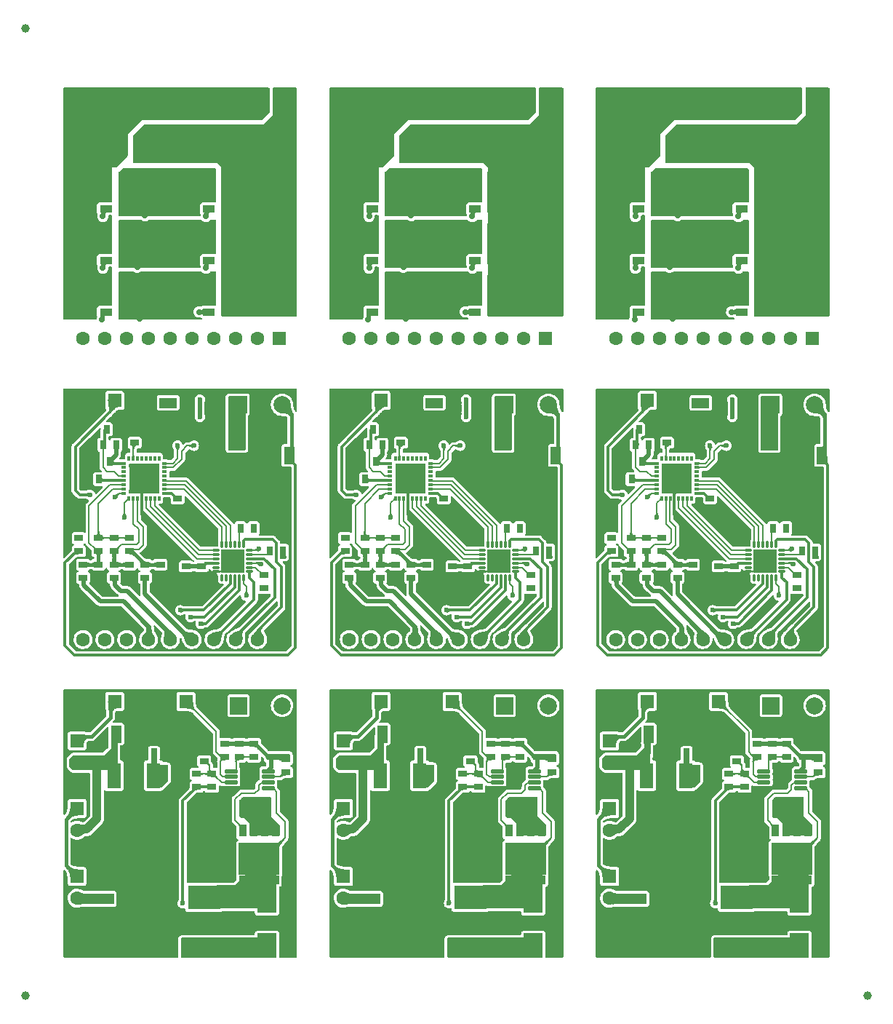
<source format=gtl>
%TF.GenerationSoftware,KiCad,Pcbnew,6.0.4-6f826c9f35~116~ubuntu20.04.1*%
%TF.CreationDate,2022-04-22T17:02:12+02:00*%
%TF.ProjectId,crawl_esc_pan,63726177-6c5f-4657-9363-5f70616e2e6b,rev?*%
%TF.SameCoordinates,Original*%
%TF.FileFunction,Copper,L1,Top*%
%TF.FilePolarity,Positive*%
%FSLAX46Y46*%
G04 Gerber Fmt 4.6, Leading zero omitted, Abs format (unit mm)*
G04 Created by KiCad (PCBNEW 6.0.4-6f826c9f35~116~ubuntu20.04.1) date 2022-04-22 17:02:12*
%MOMM*%
%LPD*%
G01*
G04 APERTURE LIST*
G04 Aperture macros list*
%AMRoundRect*
0 Rectangle with rounded corners*
0 $1 Rounding radius*
0 $2 $3 $4 $5 $6 $7 $8 $9 X,Y pos of 4 corners*
0 Add a 4 corners polygon primitive as box body*
4,1,4,$2,$3,$4,$5,$6,$7,$8,$9,$2,$3,0*
0 Add four circle primitives for the rounded corners*
1,1,$1+$1,$2,$3*
1,1,$1+$1,$4,$5*
1,1,$1+$1,$6,$7*
1,1,$1+$1,$8,$9*
0 Add four rect primitives between the rounded corners*
20,1,$1+$1,$2,$3,$4,$5,0*
20,1,$1+$1,$4,$5,$6,$7,0*
20,1,$1+$1,$6,$7,$8,$9,0*
20,1,$1+$1,$8,$9,$2,$3,0*%
G04 Aperture macros list end*
%TA.AperFunction,NonConductor*%
%ADD10C,0.000000*%
%TD*%
%TA.AperFunction,ComponentPad*%
%ADD11O,4.300000X3.500000*%
%TD*%
%TA.AperFunction,SMDPad,CuDef*%
%ADD12R,1.016000X0.762000*%
%TD*%
%TA.AperFunction,SMDPad,CuDef*%
%ADD13R,2.006600X1.193800*%
%TD*%
%TA.AperFunction,ComponentPad*%
%ADD14R,1.600200X1.600200*%
%TD*%
%TA.AperFunction,ComponentPad*%
%ADD15C,1.600200*%
%TD*%
%TA.AperFunction,SMDPad,CuDef*%
%ADD16R,0.762000X1.016000*%
%TD*%
%TA.AperFunction,SMDPad,CuDef*%
%ADD17R,1.450000X0.850000*%
%TD*%
%TA.AperFunction,SMDPad,CuDef*%
%ADD18R,1.050000X0.850000*%
%TD*%
%TA.AperFunction,SMDPad,CuDef*%
%ADD19R,3.750000X4.700000*%
%TD*%
%TA.AperFunction,ComponentPad*%
%ADD20R,2.000000X2.000000*%
%TD*%
%TA.AperFunction,ComponentPad*%
%ADD21C,2.000000*%
%TD*%
%TA.AperFunction,SMDPad,CuDef*%
%ADD22R,0.600000X0.300000*%
%TD*%
%TA.AperFunction,SMDPad,CuDef*%
%ADD23R,0.300000X0.600000*%
%TD*%
%TA.AperFunction,SMDPad,CuDef*%
%ADD24R,3.450000X3.450000*%
%TD*%
%TA.AperFunction,SMDPad,CuDef*%
%ADD25RoundRect,0.060000X-0.675000X-0.180000X0.675000X-0.180000X0.675000X0.180000X-0.675000X0.180000X0*%
%TD*%
%TA.AperFunction,SMDPad,CuDef*%
%ADD26R,1.425000X1.760000*%
%TD*%
%TA.AperFunction,SMDPad,CuDef*%
%ADD27C,1.000000*%
%TD*%
%TA.AperFunction,SMDPad,CuDef*%
%ADD28R,1.193800X2.006600*%
%TD*%
%TA.AperFunction,SMDPad,CuDef*%
%ADD29R,1.600000X3.000000*%
%TD*%
%TA.AperFunction,SMDPad,CuDef*%
%ADD30R,6.700000X6.700000*%
%TD*%
%TA.AperFunction,SMDPad,CuDef*%
%ADD31R,3.810000X2.794000*%
%TD*%
%TA.AperFunction,SMDPad,CuDef*%
%ADD32RoundRect,0.067500X-0.347500X-0.067500X0.347500X-0.067500X0.347500X0.067500X-0.347500X0.067500X0*%
%TD*%
%TA.AperFunction,SMDPad,CuDef*%
%ADD33RoundRect,0.067500X0.067500X-0.347500X0.067500X0.347500X-0.067500X0.347500X-0.067500X-0.347500X0*%
%TD*%
%TA.AperFunction,SMDPad,CuDef*%
%ADD34RoundRect,0.067500X0.347500X0.067500X-0.347500X0.067500X-0.347500X-0.067500X0.347500X-0.067500X0*%
%TD*%
%TA.AperFunction,SMDPad,CuDef*%
%ADD35RoundRect,0.067500X-0.067500X0.347500X-0.067500X-0.347500X0.067500X-0.347500X0.067500X0.347500X0*%
%TD*%
%TA.AperFunction,SMDPad,CuDef*%
%ADD36R,2.700000X2.700000*%
%TD*%
%TA.AperFunction,SMDPad,CuDef*%
%ADD37RoundRect,0.750000X-0.750000X-8.500000X0.750000X-8.500000X0.750000X8.500000X-0.750000X8.500000X0*%
%TD*%
%TA.AperFunction,SMDPad,CuDef*%
%ADD38R,0.850000X1.450000*%
%TD*%
%TA.AperFunction,SMDPad,CuDef*%
%ADD39R,0.850000X1.050000*%
%TD*%
%TA.AperFunction,SMDPad,CuDef*%
%ADD40R,4.700000X3.750000*%
%TD*%
%TA.AperFunction,SMDPad,CuDef*%
%ADD41R,2.200000X2.700000*%
%TD*%
%TA.AperFunction,ViaPad*%
%ADD42C,0.700000*%
%TD*%
%TA.AperFunction,ViaPad*%
%ADD43C,0.600000*%
%TD*%
%TA.AperFunction,ViaPad*%
%ADD44C,2.500000*%
%TD*%
%TA.AperFunction,ViaPad*%
%ADD45C,3.500000*%
%TD*%
%TA.AperFunction,Conductor*%
%ADD46C,0.500000*%
%TD*%
%TA.AperFunction,Conductor*%
%ADD47C,0.200000*%
%TD*%
%TA.AperFunction,Conductor*%
%ADD48C,0.254000*%
%TD*%
%TA.AperFunction,Conductor*%
%ADD49C,0.300000*%
%TD*%
%TA.AperFunction,Conductor*%
%ADD50C,0.400000*%
%TD*%
%TA.AperFunction,Conductor*%
%ADD51C,1.000000*%
%TD*%
%TA.AperFunction,Conductor*%
%ADD52C,1.200000*%
%TD*%
%TA.AperFunction,Conductor*%
%ADD53C,0.750000*%
%TD*%
G04 APERTURE END LIST*
D10*
G36*
X140204147Y-71955549D02*
G01*
X140199148Y-71936654D01*
X140184147Y-71919748D01*
X140159148Y-71904828D01*
X140124147Y-71891899D01*
X140079149Y-71880962D01*
X140024147Y-71872011D01*
X139959149Y-71865049D01*
X139799149Y-71857094D01*
X139704148Y-71856098D01*
X139704148Y-71356099D01*
X139799149Y-71355154D01*
X140024147Y-71340986D01*
X140079149Y-71332485D01*
X140124147Y-71322096D01*
X140159148Y-71309818D01*
X140184147Y-71295649D01*
X140199148Y-71279592D01*
X140204147Y-71261646D01*
X140204147Y-71955549D01*
G37*
G36*
X66400450Y-97720670D02*
G01*
X66406543Y-97737671D01*
X66416696Y-97752672D01*
X66430907Y-97765672D01*
X66449182Y-97776672D01*
X66471517Y-97785672D01*
X66497915Y-97792672D01*
X66528372Y-97797671D01*
X66562888Y-97800670D01*
X66601468Y-97801671D01*
X66601468Y-98001671D01*
X66562888Y-98002671D01*
X66528372Y-98005671D01*
X66497915Y-98010670D01*
X66471517Y-98017670D01*
X66449182Y-98026669D01*
X66430907Y-98037670D01*
X66416696Y-98050670D01*
X66406543Y-98065671D01*
X66400450Y-98082671D01*
X66398420Y-98101670D01*
X66398420Y-97701671D01*
X66400450Y-97720670D01*
G37*
G36*
X66539482Y-87173834D02*
G01*
X66538441Y-87183867D01*
X66536723Y-87221547D01*
X66534516Y-87475474D01*
X66334517Y-87475474D01*
X66328385Y-87169670D01*
X66540648Y-87169670D01*
X66539482Y-87173834D01*
G37*
G36*
X67191563Y-98101670D02*
G01*
X67189564Y-98082671D01*
X67183562Y-98065671D01*
X67173562Y-98050670D01*
X67159565Y-98037670D01*
X67141564Y-98026669D01*
X67119565Y-98017670D01*
X67093563Y-98010670D01*
X67063563Y-98005671D01*
X67029565Y-98002671D01*
X66991564Y-98001671D01*
X66991564Y-97801671D01*
X67029565Y-97800670D01*
X67063563Y-97797671D01*
X67093563Y-97792672D01*
X67119565Y-97785672D01*
X67141564Y-97776672D01*
X67159565Y-97765672D01*
X67173562Y-97752672D01*
X67183562Y-97737671D01*
X67189564Y-97720670D01*
X67191563Y-97701671D01*
X67191563Y-98101670D01*
G37*
G36*
X146781642Y-135099309D02*
G01*
X146764642Y-135105403D01*
X146749642Y-135115555D01*
X146736642Y-135129766D01*
X146725642Y-135148042D01*
X146716642Y-135170376D01*
X146709642Y-135196774D01*
X146704642Y-135227231D01*
X146701642Y-135261747D01*
X146700642Y-135300327D01*
X146500642Y-135300327D01*
X146499642Y-135261747D01*
X146496642Y-135227231D01*
X146491642Y-135196774D01*
X146484642Y-135170376D01*
X146475644Y-135148042D01*
X146464642Y-135129766D01*
X146451642Y-135115555D01*
X146436642Y-135105403D01*
X146419642Y-135099309D01*
X146400642Y-135097280D01*
X146800642Y-135097280D01*
X146781642Y-135099309D01*
G37*
G36*
X130342890Y-99047719D02*
G01*
X130302986Y-99089007D01*
X130240152Y-99162910D01*
X130217218Y-99195529D01*
X130199943Y-99225257D01*
X130188325Y-99252097D01*
X130182364Y-99276047D01*
X130182059Y-99297109D01*
X130187411Y-99315280D01*
X130198419Y-99330561D01*
X129918626Y-99050767D01*
X129933906Y-99061775D01*
X129952078Y-99067127D01*
X129973139Y-99066822D01*
X129997089Y-99060861D01*
X130023929Y-99049243D01*
X130053657Y-99031968D01*
X130086276Y-99009035D01*
X130121785Y-98980447D01*
X130201467Y-98906297D01*
X130342890Y-99047719D01*
G37*
G36*
X85096575Y-134422376D02*
G01*
X85102668Y-134439376D01*
X85112821Y-134454378D01*
X85127032Y-134467378D01*
X85145307Y-134478378D01*
X85167642Y-134487378D01*
X85194040Y-134494378D01*
X85224497Y-134499376D01*
X85259013Y-134502376D01*
X85297593Y-134503376D01*
X85297593Y-134703376D01*
X85259013Y-134704376D01*
X85224497Y-134707376D01*
X85194040Y-134712376D01*
X85167642Y-134719376D01*
X85145307Y-134728376D01*
X85127032Y-134739376D01*
X85112821Y-134752376D01*
X85102668Y-134767376D01*
X85096575Y-134784376D01*
X85094545Y-134803376D01*
X85094545Y-134403376D01*
X85096575Y-134422376D01*
G37*
G36*
X113463908Y-97062229D02*
G01*
X113441604Y-97065991D01*
X113421647Y-97072655D01*
X113404037Y-97082224D01*
X113388777Y-97094695D01*
X113375864Y-97110067D01*
X113365300Y-97128342D01*
X113357083Y-97149523D01*
X113351213Y-97173603D01*
X113347690Y-97200588D01*
X113346517Y-97230473D01*
X113146517Y-97177456D01*
X113141777Y-96829275D01*
X113463908Y-97062229D01*
G37*
G36*
X85375914Y-122792976D02*
G01*
X85535253Y-122929689D01*
X85603371Y-122978008D01*
X85663790Y-123012971D01*
X85716508Y-123034576D01*
X85761526Y-123042826D01*
X85798844Y-123037715D01*
X85828461Y-123019250D01*
X85850376Y-122987426D01*
X85495690Y-123743330D01*
X85492861Y-123690709D01*
X85484377Y-123637674D01*
X85470234Y-123584222D01*
X85450435Y-123530354D01*
X85424979Y-123476071D01*
X85393867Y-123421372D01*
X85357098Y-123366259D01*
X85314672Y-123310730D01*
X85266587Y-123254784D01*
X85212848Y-123198424D01*
X85284692Y-122704584D01*
X85375914Y-122792976D01*
G37*
G36*
X97400450Y-97720670D02*
G01*
X97406543Y-97737671D01*
X97416696Y-97752672D01*
X97430907Y-97765672D01*
X97449182Y-97776672D01*
X97471517Y-97785672D01*
X97497915Y-97792672D01*
X97528372Y-97797671D01*
X97562888Y-97800670D01*
X97601468Y-97801671D01*
X97601468Y-98001671D01*
X97562888Y-98002671D01*
X97528372Y-98005671D01*
X97497915Y-98010670D01*
X97471517Y-98017670D01*
X97449182Y-98026669D01*
X97430907Y-98037670D01*
X97416696Y-98050670D01*
X97406543Y-98065671D01*
X97400450Y-98082671D01*
X97398420Y-98101670D01*
X97398420Y-97701671D01*
X97400450Y-97720670D01*
G37*
G36*
X110932076Y-101686070D02*
G01*
X110938894Y-101686616D01*
X111005203Y-101688161D01*
X111133971Y-101688674D01*
X111168238Y-101888673D01*
X111137148Y-101889204D01*
X111079760Y-101893461D01*
X111053460Y-101897187D01*
X111005645Y-101907830D01*
X110984131Y-101914746D01*
X110964213Y-101922727D01*
X110945889Y-101931775D01*
X110929163Y-101941884D01*
X110929163Y-101685461D01*
X110932076Y-101686070D01*
G37*
G36*
X143105267Y-101750863D02*
G01*
X143009024Y-101722745D01*
X142917213Y-101703289D01*
X142829832Y-101692491D01*
X142746883Y-101690353D01*
X142668364Y-101696875D01*
X142594275Y-101712057D01*
X142524618Y-101735900D01*
X142459388Y-101768402D01*
X142398591Y-101809562D01*
X142342225Y-101859385D01*
X142200803Y-101717962D01*
X142250625Y-101661597D01*
X142291786Y-101600800D01*
X142324288Y-101535570D01*
X142348131Y-101465913D01*
X142363313Y-101391824D01*
X142369835Y-101313305D01*
X142367697Y-101230356D01*
X142356899Y-101142975D01*
X142337443Y-101051164D01*
X142309325Y-100954921D01*
X143105267Y-101750863D01*
G37*
G36*
X129191563Y-98101670D02*
G01*
X129189564Y-98082671D01*
X129183562Y-98065671D01*
X129173562Y-98050670D01*
X129159565Y-98037670D01*
X129141564Y-98026669D01*
X129119565Y-98017670D01*
X129093563Y-98010670D01*
X129063563Y-98005671D01*
X129029565Y-98002671D01*
X128991564Y-98001671D01*
X128991564Y-97801671D01*
X129029565Y-97800670D01*
X129063563Y-97797671D01*
X129093563Y-97792672D01*
X129119565Y-97785672D01*
X129141564Y-97776672D01*
X129159565Y-97765672D01*
X129173562Y-97752672D01*
X129183562Y-97737671D01*
X129189564Y-97720670D01*
X129191563Y-97701671D01*
X129191563Y-98101670D01*
G37*
G36*
X109204147Y-71955549D02*
G01*
X109199148Y-71936654D01*
X109184147Y-71919748D01*
X109159148Y-71904828D01*
X109124147Y-71891899D01*
X109079149Y-71880962D01*
X109024147Y-71872011D01*
X108959149Y-71865049D01*
X108799149Y-71857094D01*
X108704148Y-71856098D01*
X108704148Y-71356099D01*
X108799149Y-71355154D01*
X109024147Y-71340986D01*
X109079149Y-71332485D01*
X109124147Y-71322096D01*
X109159148Y-71309818D01*
X109184147Y-71295649D01*
X109199148Y-71279592D01*
X109204147Y-71261646D01*
X109204147Y-71955549D01*
G37*
G36*
X78204147Y-71955549D02*
G01*
X78199148Y-71936654D01*
X78184147Y-71919748D01*
X78159148Y-71904828D01*
X78124147Y-71891899D01*
X78079149Y-71880962D01*
X78024147Y-71872011D01*
X77959149Y-71865049D01*
X77799149Y-71857094D01*
X77704148Y-71856098D01*
X77704148Y-71356099D01*
X77799149Y-71355154D01*
X78024147Y-71340986D01*
X78079149Y-71332485D01*
X78124147Y-71322096D01*
X78159148Y-71309818D01*
X78184147Y-71295649D01*
X78199148Y-71279592D01*
X78204147Y-71261646D01*
X78204147Y-71955549D01*
G37*
G36*
X147096575Y-134422376D02*
G01*
X147102668Y-134439376D01*
X147112821Y-134454378D01*
X147127032Y-134467378D01*
X147145307Y-134478378D01*
X147167642Y-134487378D01*
X147194040Y-134494378D01*
X147224497Y-134499376D01*
X147259013Y-134502376D01*
X147297593Y-134503376D01*
X147297593Y-134703376D01*
X147259013Y-134704376D01*
X147224497Y-134707376D01*
X147194040Y-134712376D01*
X147167642Y-134719376D01*
X147145307Y-134728376D01*
X147127032Y-134739376D01*
X147112821Y-134752376D01*
X147102668Y-134767376D01*
X147096575Y-134784376D01*
X147094545Y-134803376D01*
X147094545Y-134403376D01*
X147096575Y-134422376D01*
G37*
G36*
X144455521Y-96912194D02*
G01*
X144448246Y-96914129D01*
X144439514Y-96918084D01*
X144429326Y-96924055D01*
X144417682Y-96932046D01*
X144390022Y-96954086D01*
X144356537Y-96984197D01*
X144317228Y-97022384D01*
X144175806Y-96880962D01*
X144195910Y-96860578D01*
X144266143Y-96780507D01*
X144274134Y-96768864D01*
X144280106Y-96758676D01*
X144284061Y-96749943D01*
X144285996Y-96742669D01*
X144455521Y-96912194D01*
G37*
G36*
X112105267Y-101750863D02*
G01*
X112009024Y-101722745D01*
X111917213Y-101703289D01*
X111829832Y-101692491D01*
X111746883Y-101690353D01*
X111668364Y-101696875D01*
X111594275Y-101712057D01*
X111524618Y-101735900D01*
X111459388Y-101768402D01*
X111398591Y-101809562D01*
X111342225Y-101859385D01*
X111200803Y-101717962D01*
X111250625Y-101661597D01*
X111291786Y-101600800D01*
X111324288Y-101535570D01*
X111348131Y-101465913D01*
X111363313Y-101391824D01*
X111369835Y-101313305D01*
X111367697Y-101230356D01*
X111356899Y-101142975D01*
X111337443Y-101051164D01*
X111309325Y-100954921D01*
X112105267Y-101750863D01*
G37*
G36*
X113389349Y-131204618D02*
G01*
X113462910Y-131266866D01*
X113495442Y-131289497D01*
X113525142Y-131306470D01*
X113552010Y-131317783D01*
X113576046Y-131323434D01*
X113597250Y-131323424D01*
X113615622Y-131317755D01*
X113631162Y-131306424D01*
X113348691Y-131589636D01*
X113359989Y-131574064D01*
X113365633Y-131555666D01*
X113365623Y-131534445D01*
X113359961Y-131510396D01*
X113348645Y-131483525D01*
X113331676Y-131453828D01*
X113309054Y-131421308D01*
X113280779Y-131385961D01*
X113207269Y-131306795D01*
X113348320Y-131165002D01*
X113389349Y-131204618D01*
G37*
G36*
X80149564Y-101910624D02*
G01*
X80147565Y-101906453D01*
X80141563Y-101902722D01*
X80131563Y-101899430D01*
X80117565Y-101896575D01*
X80099564Y-101894160D01*
X80051563Y-101890649D01*
X79949564Y-101888673D01*
X79949564Y-101688674D01*
X79987974Y-101687673D01*
X80022358Y-101684673D01*
X80052721Y-101679674D01*
X80079061Y-101672674D01*
X80101378Y-101663675D01*
X80119671Y-101652674D01*
X80133940Y-101639675D01*
X80144187Y-101624673D01*
X80150412Y-101607673D01*
X80152612Y-101588674D01*
X80149564Y-101910624D01*
G37*
G36*
X128400450Y-97720670D02*
G01*
X128406543Y-97737671D01*
X128416696Y-97752672D01*
X128430907Y-97765672D01*
X128449182Y-97776672D01*
X128471517Y-97785672D01*
X128497915Y-97792672D01*
X128528372Y-97797671D01*
X128562888Y-97800670D01*
X128601468Y-97801671D01*
X128601468Y-98001671D01*
X128562888Y-98002671D01*
X128528372Y-98005671D01*
X128497915Y-98010670D01*
X128471517Y-98017670D01*
X128449182Y-98026669D01*
X128430907Y-98037670D01*
X128416696Y-98050670D01*
X128406543Y-98065671D01*
X128400450Y-98082671D01*
X128398420Y-98101670D01*
X128398420Y-97701671D01*
X128400450Y-97720670D01*
G37*
G36*
X116375914Y-122792976D02*
G01*
X116535253Y-122929689D01*
X116603371Y-122978008D01*
X116663790Y-123012971D01*
X116716508Y-123034576D01*
X116761526Y-123042826D01*
X116798844Y-123037715D01*
X116828461Y-123019250D01*
X116850376Y-122987426D01*
X116495690Y-123743330D01*
X116492861Y-123690709D01*
X116484377Y-123637674D01*
X116470234Y-123584222D01*
X116450435Y-123530354D01*
X116424979Y-123476071D01*
X116393867Y-123421372D01*
X116357098Y-123366259D01*
X116314672Y-123310730D01*
X116266587Y-123254784D01*
X116212848Y-123198424D01*
X116284692Y-122704584D01*
X116375914Y-122792976D01*
G37*
G36*
X98191563Y-98101670D02*
G01*
X98189564Y-98082671D01*
X98183562Y-98065671D01*
X98173562Y-98050670D01*
X98159565Y-98037670D01*
X98141564Y-98026669D01*
X98119565Y-98017670D01*
X98093563Y-98010670D01*
X98063563Y-98005671D01*
X98029565Y-98002671D01*
X97991564Y-98001671D01*
X97991564Y-97801671D01*
X98029565Y-97800670D01*
X98063563Y-97797671D01*
X98093563Y-97792672D01*
X98119565Y-97785672D01*
X98141564Y-97776672D01*
X98159565Y-97765672D01*
X98173562Y-97752672D01*
X98183562Y-97737671D01*
X98189564Y-97720670D01*
X98191563Y-97701671D01*
X98191563Y-98101670D01*
G37*
G36*
X81105267Y-101750863D02*
G01*
X81009024Y-101722745D01*
X80917213Y-101703289D01*
X80829832Y-101692491D01*
X80746883Y-101690353D01*
X80668364Y-101696875D01*
X80594275Y-101712057D01*
X80524618Y-101735900D01*
X80459388Y-101768402D01*
X80398591Y-101809562D01*
X80342225Y-101859385D01*
X80200803Y-101717962D01*
X80250625Y-101661597D01*
X80291786Y-101600800D01*
X80324288Y-101535570D01*
X80348131Y-101465913D01*
X80363313Y-101391824D01*
X80369835Y-101313305D01*
X80367697Y-101230356D01*
X80356899Y-101142975D01*
X80337443Y-101051164D01*
X80309325Y-100954921D01*
X81105267Y-101750863D01*
G37*
G36*
X115483462Y-121674254D02*
G01*
X115472535Y-121711406D01*
X115472809Y-121754109D01*
X115484287Y-121802356D01*
X115506970Y-121856151D01*
X115540856Y-121915493D01*
X115585946Y-121980382D01*
X115642240Y-122050819D01*
X115788437Y-122208329D01*
X115516596Y-122502172D01*
X115434077Y-122422482D01*
X115286340Y-122297371D01*
X115221121Y-122251951D01*
X115161669Y-122217956D01*
X115107984Y-122195383D01*
X115060064Y-122184235D01*
X115017913Y-122184509D01*
X114981530Y-122196208D01*
X114950913Y-122219330D01*
X115505596Y-121642646D01*
X115483462Y-121674254D01*
G37*
G36*
X82389349Y-131204618D02*
G01*
X82462910Y-131266866D01*
X82495442Y-131289497D01*
X82525142Y-131306470D01*
X82552010Y-131317783D01*
X82576046Y-131323434D01*
X82597250Y-131323424D01*
X82615622Y-131317755D01*
X82631162Y-131306424D01*
X82348691Y-131589636D01*
X82359989Y-131574064D01*
X82365633Y-131555666D01*
X82365623Y-131534445D01*
X82359961Y-131510396D01*
X82348645Y-131483525D01*
X82331676Y-131453828D01*
X82309054Y-131421308D01*
X82280779Y-131385961D01*
X82207269Y-131306795D01*
X82348320Y-131165002D01*
X82389349Y-131204618D01*
G37*
G36*
X144389349Y-131204618D02*
G01*
X144462910Y-131266866D01*
X144495442Y-131289497D01*
X144525142Y-131306470D01*
X144552010Y-131317783D01*
X144576046Y-131323434D01*
X144597250Y-131323424D01*
X144615622Y-131317755D01*
X144631162Y-131306424D01*
X144348691Y-131589636D01*
X144359989Y-131574064D01*
X144365633Y-131555666D01*
X144365623Y-131534445D01*
X144359961Y-131510396D01*
X144348645Y-131483525D01*
X144331676Y-131453828D01*
X144309054Y-131421308D01*
X144280779Y-131385961D01*
X144207269Y-131306795D01*
X144348320Y-131165002D01*
X144389349Y-131204618D01*
G37*
G36*
X146919699Y-101908729D02*
G01*
X146941497Y-101925407D01*
X146964175Y-101939552D01*
X146987733Y-101951165D01*
X147012173Y-101960248D01*
X147037494Y-101966799D01*
X147063697Y-101970819D01*
X147090781Y-101972308D01*
X147118744Y-101971264D01*
X147147591Y-101967688D01*
X146899613Y-102306666D01*
X146894355Y-102276049D01*
X146887624Y-102246625D01*
X146879417Y-102218398D01*
X146869737Y-102191368D01*
X146858584Y-102165528D01*
X146845953Y-102140888D01*
X146831851Y-102117441D01*
X146816273Y-102095191D01*
X146799222Y-102074134D01*
X146780695Y-102054274D01*
X146898785Y-101889519D01*
X146919699Y-101908729D01*
G37*
G36*
X116096575Y-134422376D02*
G01*
X116102668Y-134439376D01*
X116112821Y-134454378D01*
X116127032Y-134467378D01*
X116145307Y-134478378D01*
X116167642Y-134487378D01*
X116194040Y-134494378D01*
X116224497Y-134499376D01*
X116259013Y-134502376D01*
X116297593Y-134503376D01*
X116297593Y-134703376D01*
X116259013Y-134704376D01*
X116224497Y-134707376D01*
X116194040Y-134712376D01*
X116167642Y-134719376D01*
X116145307Y-134728376D01*
X116127032Y-134739376D01*
X116112821Y-134752376D01*
X116102668Y-134767376D01*
X116096575Y-134784376D01*
X116094545Y-134803376D01*
X116094545Y-134403376D01*
X116096575Y-134422376D01*
G37*
G36*
X78233581Y-101076737D02*
G01*
X78218318Y-101092660D01*
X78192042Y-101124204D01*
X78181031Y-101139828D01*
X78171437Y-101155350D01*
X78163261Y-101170770D01*
X78156505Y-101186091D01*
X78151163Y-101201311D01*
X78147241Y-101216432D01*
X78144737Y-101231451D01*
X77866736Y-100953450D01*
X77881755Y-100950946D01*
X77896876Y-100947024D01*
X77912096Y-100941683D01*
X77927417Y-100934926D01*
X77942837Y-100926750D01*
X77958359Y-100917156D01*
X77973983Y-100906145D01*
X77989705Y-100893717D01*
X78021450Y-100864606D01*
X78233581Y-101076737D01*
G37*
G36*
X128400450Y-97720670D02*
G01*
X128406543Y-97737671D01*
X128416696Y-97752672D01*
X128430907Y-97765672D01*
X128449182Y-97776672D01*
X128471517Y-97785672D01*
X128497915Y-97792672D01*
X128528372Y-97797671D01*
X128562888Y-97800670D01*
X128601468Y-97801671D01*
X128601468Y-98001671D01*
X128562888Y-98002671D01*
X128528372Y-98005671D01*
X128497915Y-98010670D01*
X128471517Y-98017670D01*
X128449182Y-98026669D01*
X128430907Y-98037670D01*
X128416696Y-98050670D01*
X128406543Y-98065671D01*
X128400450Y-98082671D01*
X128398420Y-98101670D01*
X128398420Y-97701671D01*
X128400450Y-97720670D01*
G37*
G36*
X130991565Y-98101670D02*
G01*
X130989566Y-98082671D01*
X130983564Y-98065671D01*
X130973564Y-98050670D01*
X130959566Y-98037670D01*
X130941565Y-98026669D01*
X130919566Y-98017670D01*
X130893564Y-98010670D01*
X130863564Y-98005671D01*
X130829566Y-98002671D01*
X130791565Y-98001671D01*
X130791565Y-97801671D01*
X130829566Y-97800670D01*
X130863564Y-97797671D01*
X130893564Y-97792672D01*
X130919566Y-97785672D01*
X130941565Y-97776672D01*
X130959566Y-97765672D01*
X130973564Y-97752672D01*
X130983564Y-97737671D01*
X130989566Y-97720670D01*
X130991565Y-97701671D01*
X130991565Y-98101670D01*
G37*
G36*
X146483462Y-121674254D02*
G01*
X146472535Y-121711406D01*
X146472809Y-121754109D01*
X146484287Y-121802356D01*
X146506970Y-121856151D01*
X146540856Y-121915493D01*
X146585946Y-121980382D01*
X146642240Y-122050819D01*
X146788437Y-122208329D01*
X146516596Y-122502172D01*
X146434077Y-122422482D01*
X146286340Y-122297371D01*
X146221121Y-122251951D01*
X146161669Y-122217956D01*
X146107984Y-122195383D01*
X146060064Y-122184235D01*
X146017913Y-122184509D01*
X145981530Y-122196208D01*
X145950913Y-122219330D01*
X146505596Y-121642646D01*
X146483462Y-121674254D01*
G37*
G36*
X66400450Y-97720670D02*
G01*
X66406543Y-97737671D01*
X66416696Y-97752672D01*
X66430907Y-97765672D01*
X66449182Y-97776672D01*
X66471517Y-97785672D01*
X66497915Y-97792672D01*
X66528372Y-97797671D01*
X66562888Y-97800670D01*
X66601468Y-97801671D01*
X66601468Y-98001671D01*
X66562888Y-98002671D01*
X66528372Y-98005671D01*
X66497915Y-98010670D01*
X66471517Y-98017670D01*
X66449182Y-98026669D01*
X66430907Y-98037670D01*
X66416696Y-98050670D01*
X66406543Y-98065671D01*
X66400450Y-98082671D01*
X66398420Y-98101670D01*
X66398420Y-97701671D01*
X66400450Y-97720670D01*
G37*
G36*
X140233581Y-101076737D02*
G01*
X140218318Y-101092660D01*
X140192042Y-101124204D01*
X140181031Y-101139828D01*
X140171437Y-101155350D01*
X140163261Y-101170770D01*
X140156505Y-101186091D01*
X140151163Y-101201311D01*
X140147241Y-101216432D01*
X140144737Y-101231451D01*
X139866736Y-100953450D01*
X139881755Y-100950946D01*
X139896876Y-100947024D01*
X139912096Y-100941683D01*
X139927417Y-100934926D01*
X139942837Y-100926750D01*
X139958359Y-100917156D01*
X139973983Y-100906145D01*
X139989705Y-100893717D01*
X140021450Y-100864606D01*
X140233581Y-101076737D01*
G37*
G36*
X99200449Y-97720670D02*
G01*
X99206542Y-97737671D01*
X99216695Y-97752672D01*
X99230906Y-97765672D01*
X99249181Y-97776672D01*
X99271516Y-97785672D01*
X99297914Y-97792672D01*
X99328371Y-97797671D01*
X99362887Y-97800670D01*
X99401467Y-97801671D01*
X99401467Y-98001671D01*
X99362887Y-98002671D01*
X99328371Y-98005671D01*
X99297914Y-98010670D01*
X99271516Y-98017670D01*
X99249181Y-98026669D01*
X99230906Y-98037670D01*
X99216695Y-98050670D01*
X99206542Y-98065671D01*
X99200449Y-98082671D01*
X99198419Y-98101670D01*
X99198419Y-97701671D01*
X99200449Y-97720670D01*
G37*
G36*
X130200449Y-97720670D02*
G01*
X130206542Y-97737671D01*
X130216695Y-97752672D01*
X130230906Y-97765672D01*
X130249181Y-97776672D01*
X130271516Y-97785672D01*
X130297914Y-97792672D01*
X130328371Y-97797671D01*
X130362887Y-97800670D01*
X130401467Y-97801671D01*
X130401467Y-98001671D01*
X130362887Y-98002671D01*
X130328371Y-98005671D01*
X130297914Y-98010670D01*
X130271516Y-98017670D01*
X130249181Y-98026669D01*
X130230906Y-98037670D01*
X130216695Y-98050670D01*
X130206542Y-98065671D01*
X130200449Y-98082671D01*
X130198419Y-98101670D01*
X130198419Y-97701671D01*
X130200449Y-97720670D01*
G37*
G36*
X97539482Y-87173834D02*
G01*
X97538441Y-87183867D01*
X97536723Y-87221547D01*
X97534516Y-87475474D01*
X97334517Y-87475474D01*
X97328385Y-87169670D01*
X97540648Y-87169670D01*
X97539482Y-87173834D01*
G37*
G36*
X101348126Y-89893650D02*
G01*
X101352959Y-89918230D01*
X101361014Y-89937414D01*
X101372291Y-89951204D01*
X101386792Y-89959599D01*
X101404511Y-89962597D01*
X101425456Y-89960201D01*
X101449621Y-89952408D01*
X101477008Y-89939220D01*
X101507617Y-89920638D01*
X100948380Y-90963669D01*
X101507620Y-92006707D01*
X101477010Y-91988124D01*
X101449621Y-91974936D01*
X101425456Y-91967144D01*
X101404514Y-91964746D01*
X101386792Y-91967746D01*
X101372291Y-91976140D01*
X101361014Y-91989930D01*
X101352959Y-92009115D01*
X101348126Y-92033694D01*
X101346515Y-92063671D01*
X100846516Y-92063671D01*
X100946521Y-90967136D01*
X100948380Y-90963669D01*
X100946521Y-90960201D01*
X100846516Y-89863673D01*
X101346515Y-89863673D01*
X101348126Y-89893650D01*
G37*
G36*
X84483462Y-121674254D02*
G01*
X84472535Y-121711406D01*
X84472809Y-121754109D01*
X84484287Y-121802356D01*
X84506970Y-121856151D01*
X84540856Y-121915493D01*
X84585946Y-121980382D01*
X84642240Y-122050819D01*
X84788437Y-122208329D01*
X84516596Y-122502172D01*
X84434077Y-122422482D01*
X84286340Y-122297371D01*
X84221121Y-122251951D01*
X84161669Y-122217956D01*
X84107984Y-122195383D01*
X84060064Y-122184235D01*
X84017913Y-122184509D01*
X83981530Y-122196208D01*
X83950913Y-122219330D01*
X84505596Y-121642646D01*
X84483462Y-121674254D01*
G37*
G36*
X105805417Y-92924355D02*
G01*
X105827977Y-92943657D01*
X105849666Y-92959913D01*
X105870484Y-92973126D01*
X105890428Y-92983294D01*
X105909503Y-92990418D01*
X105927705Y-92994498D01*
X105945038Y-92995534D01*
X105961497Y-92993525D01*
X105977085Y-92988470D01*
X105818980Y-93377575D01*
X105815833Y-93371710D01*
X105810375Y-93363819D01*
X105802605Y-93353902D01*
X105765427Y-93312005D01*
X105683497Y-93227786D01*
X105781983Y-92902008D01*
X105805417Y-92924355D01*
G37*
G36*
X82455521Y-96912194D02*
G01*
X82448246Y-96914129D01*
X82439514Y-96918084D01*
X82429326Y-96924055D01*
X82417682Y-96932046D01*
X82390022Y-96954086D01*
X82356537Y-96984197D01*
X82317228Y-97022384D01*
X82175806Y-96880962D01*
X82195910Y-96860578D01*
X82266143Y-96780507D01*
X82274134Y-96768864D01*
X82280106Y-96758676D01*
X82284061Y-96749943D01*
X82285996Y-96742669D01*
X82455521Y-96912194D01*
G37*
G36*
X150600987Y-88285495D02*
G01*
X150603441Y-88289181D01*
X150607426Y-88294248D01*
X150619974Y-88308530D01*
X150678066Y-88368434D01*
X150465935Y-88580564D01*
X150380693Y-88502556D01*
X150600058Y-88283191D01*
X150600987Y-88285495D01*
G37*
G36*
X70348126Y-89893650D02*
G01*
X70352959Y-89918230D01*
X70361014Y-89937414D01*
X70372291Y-89951204D01*
X70386792Y-89959599D01*
X70404511Y-89962597D01*
X70425456Y-89960201D01*
X70449621Y-89952408D01*
X70477008Y-89939220D01*
X70507617Y-89920638D01*
X69948380Y-90963669D01*
X70507620Y-92006707D01*
X70477010Y-91988124D01*
X70449621Y-91974936D01*
X70425456Y-91967144D01*
X70404514Y-91964746D01*
X70386792Y-91967746D01*
X70372291Y-91976140D01*
X70361014Y-91989930D01*
X70352959Y-92009115D01*
X70348126Y-92033694D01*
X70346515Y-92063671D01*
X69846516Y-92063671D01*
X69946521Y-90967136D01*
X69948380Y-90963669D01*
X69946521Y-90960201D01*
X69846516Y-89863673D01*
X70346515Y-89863673D01*
X70348126Y-89893650D01*
G37*
G36*
X88600987Y-88285495D02*
G01*
X88603441Y-88289181D01*
X88607426Y-88294248D01*
X88619974Y-88308530D01*
X88678066Y-88368434D01*
X88465935Y-88580564D01*
X88380693Y-88502556D01*
X88600058Y-88283191D01*
X88600987Y-88285495D01*
G37*
G36*
X79932076Y-101686070D02*
G01*
X79938894Y-101686616D01*
X80005203Y-101688161D01*
X80133971Y-101688674D01*
X80168238Y-101888673D01*
X80137148Y-101889204D01*
X80079760Y-101893461D01*
X80053460Y-101897187D01*
X80005645Y-101907830D01*
X79984131Y-101914746D01*
X79964213Y-101922727D01*
X79945889Y-101931775D01*
X79929163Y-101941884D01*
X79929163Y-101685461D01*
X79932076Y-101686070D01*
G37*
G36*
X128539482Y-87173834D02*
G01*
X128538441Y-87183867D01*
X128536723Y-87221547D01*
X128534516Y-87475474D01*
X128334517Y-87475474D01*
X128328385Y-87169670D01*
X128540648Y-87169670D01*
X128539482Y-87173834D01*
G37*
G36*
X113455521Y-96912194D02*
G01*
X113448246Y-96914129D01*
X113439514Y-96918084D01*
X113429326Y-96924055D01*
X113417682Y-96932046D01*
X113390022Y-96954086D01*
X113356537Y-96984197D01*
X113317228Y-97022384D01*
X113175806Y-96880962D01*
X113195910Y-96860578D01*
X113266143Y-96780507D01*
X113274134Y-96768864D01*
X113280106Y-96758676D01*
X113284061Y-96749943D01*
X113285996Y-96742669D01*
X113455521Y-96912194D01*
G37*
G36*
X147375914Y-122792976D02*
G01*
X147535253Y-122929689D01*
X147603371Y-122978008D01*
X147663790Y-123012971D01*
X147716508Y-123034576D01*
X147761526Y-123042826D01*
X147798844Y-123037715D01*
X147828461Y-123019250D01*
X147850376Y-122987426D01*
X147495690Y-123743330D01*
X147492861Y-123690709D01*
X147484377Y-123637674D01*
X147470234Y-123584222D01*
X147450435Y-123530354D01*
X147424979Y-123476071D01*
X147393867Y-123421372D01*
X147357098Y-123366259D01*
X147314672Y-123310730D01*
X147266587Y-123254784D01*
X147212848Y-123198424D01*
X147284692Y-122704584D01*
X147375914Y-122792976D01*
G37*
G36*
X68200449Y-97720670D02*
G01*
X68206542Y-97737671D01*
X68216695Y-97752672D01*
X68230906Y-97765672D01*
X68249181Y-97776672D01*
X68271516Y-97785672D01*
X68297914Y-97792672D01*
X68328371Y-97797671D01*
X68362887Y-97800670D01*
X68401467Y-97801671D01*
X68401467Y-98001671D01*
X68362887Y-98002671D01*
X68328371Y-98005671D01*
X68297914Y-98010670D01*
X68271516Y-98017670D01*
X68249181Y-98026669D01*
X68230906Y-98037670D01*
X68216695Y-98050670D01*
X68206542Y-98065671D01*
X68200449Y-98082671D01*
X68198419Y-98101670D01*
X68198419Y-97701671D01*
X68200449Y-97720670D01*
G37*
G36*
X132348126Y-89893650D02*
G01*
X132352959Y-89918230D01*
X132361014Y-89937414D01*
X132372291Y-89951204D01*
X132386792Y-89959599D01*
X132404511Y-89962597D01*
X132425456Y-89960201D01*
X132449621Y-89952408D01*
X132477008Y-89939220D01*
X132507617Y-89920638D01*
X131948380Y-90963669D01*
X132507620Y-92006707D01*
X132477010Y-91988124D01*
X132449621Y-91974936D01*
X132425456Y-91967144D01*
X132404514Y-91964746D01*
X132386792Y-91967746D01*
X132372291Y-91976140D01*
X132361014Y-91989930D01*
X132352959Y-92009115D01*
X132348126Y-92033694D01*
X132346515Y-92063671D01*
X131846516Y-92063671D01*
X131946521Y-90967136D01*
X131948380Y-90963669D01*
X131946521Y-90960201D01*
X131846516Y-89863673D01*
X132346515Y-89863673D01*
X132348126Y-89893650D01*
G37*
G36*
X115781642Y-135099309D02*
G01*
X115764642Y-135105403D01*
X115749642Y-135115555D01*
X115736642Y-135129766D01*
X115725642Y-135148042D01*
X115716642Y-135170376D01*
X115709642Y-135196774D01*
X115704642Y-135227231D01*
X115701642Y-135261747D01*
X115700642Y-135300327D01*
X115500642Y-135300327D01*
X115499642Y-135261747D01*
X115496642Y-135227231D01*
X115491642Y-135196774D01*
X115484642Y-135170376D01*
X115475644Y-135148042D01*
X115464642Y-135129766D01*
X115451642Y-135115555D01*
X115436642Y-135105403D01*
X115419642Y-135099309D01*
X115400642Y-135097280D01*
X115800642Y-135097280D01*
X115781642Y-135099309D01*
G37*
G36*
X82463908Y-97062229D02*
G01*
X82441604Y-97065991D01*
X82421647Y-97072655D01*
X82404037Y-97082224D01*
X82388777Y-97094695D01*
X82375864Y-97110067D01*
X82365300Y-97128342D01*
X82357083Y-97149523D01*
X82351213Y-97173603D01*
X82347690Y-97200588D01*
X82346517Y-97230473D01*
X82146517Y-97177456D01*
X82141777Y-96829275D01*
X82463908Y-97062229D01*
G37*
G36*
X65586954Y-99100858D02*
G01*
X65664668Y-99166144D01*
X65688750Y-99182768D01*
X65711922Y-99196824D01*
X65734180Y-99208313D01*
X65755529Y-99217231D01*
X65775966Y-99223583D01*
X65795491Y-99227365D01*
X65571211Y-99451645D01*
X65567429Y-99432120D01*
X65561076Y-99411683D01*
X65552159Y-99390334D01*
X65540670Y-99368076D01*
X65526614Y-99344904D01*
X65509989Y-99320822D01*
X65469034Y-99269926D01*
X65444704Y-99243108D01*
X65417805Y-99215382D01*
X65559227Y-99073960D01*
X65586954Y-99100858D01*
G37*
G36*
X111149564Y-101910624D02*
G01*
X111147565Y-101906453D01*
X111141563Y-101902722D01*
X111131563Y-101899430D01*
X111117565Y-101896575D01*
X111099564Y-101894160D01*
X111051563Y-101890649D01*
X110949564Y-101888673D01*
X110949564Y-101688674D01*
X110987974Y-101687673D01*
X111022358Y-101684673D01*
X111052721Y-101679674D01*
X111079061Y-101672674D01*
X111101378Y-101663675D01*
X111119671Y-101652674D01*
X111133940Y-101639675D01*
X111144187Y-101624673D01*
X111150412Y-101607673D01*
X111152612Y-101588674D01*
X111149564Y-101910624D01*
G37*
G36*
X119600987Y-88285495D02*
G01*
X119603441Y-88289181D01*
X119607426Y-88294248D01*
X119619974Y-88308530D01*
X119678066Y-88368434D01*
X119465935Y-88580564D01*
X119380693Y-88502556D01*
X119600058Y-88283191D01*
X119600987Y-88285495D01*
G37*
G36*
X98191563Y-98101670D02*
G01*
X98189564Y-98082671D01*
X98183562Y-98065671D01*
X98173562Y-98050670D01*
X98159565Y-98037670D01*
X98141564Y-98026669D01*
X98119565Y-98017670D01*
X98093563Y-98010670D01*
X98063563Y-98005671D01*
X98029565Y-98002671D01*
X97991564Y-98001671D01*
X97991564Y-97801671D01*
X98029565Y-97800670D01*
X98063563Y-97797671D01*
X98093563Y-97792672D01*
X98119565Y-97785672D01*
X98141564Y-97776672D01*
X98159565Y-97765672D01*
X98173562Y-97752672D01*
X98183562Y-97737671D01*
X98189564Y-97720670D01*
X98191563Y-97701671D01*
X98191563Y-98101670D01*
G37*
G36*
X118464200Y-99476583D02*
G01*
X118467500Y-99503750D01*
X118473001Y-99530258D01*
X118480700Y-99556105D01*
X118490601Y-99581294D01*
X118502701Y-99605825D01*
X118516999Y-99629696D01*
X118533499Y-99652909D01*
X118552201Y-99675462D01*
X118573100Y-99697357D01*
X118153100Y-99697357D01*
X118174000Y-99675462D01*
X118192702Y-99652909D01*
X118209202Y-99629696D01*
X118223499Y-99605825D01*
X118235600Y-99581294D01*
X118245501Y-99556105D01*
X118253200Y-99530258D01*
X118258701Y-99503750D01*
X118262001Y-99476583D01*
X118263100Y-99448757D01*
X118463100Y-99448757D01*
X118464200Y-99476583D01*
G37*
G36*
X109233581Y-101076737D02*
G01*
X109218318Y-101092660D01*
X109192042Y-101124204D01*
X109181031Y-101139828D01*
X109171437Y-101155350D01*
X109163261Y-101170770D01*
X109156505Y-101186091D01*
X109151163Y-101201311D01*
X109147241Y-101216432D01*
X109144737Y-101231451D01*
X108866736Y-100953450D01*
X108881755Y-100950946D01*
X108896876Y-100947024D01*
X108912096Y-100941683D01*
X108927417Y-100934926D01*
X108942837Y-100926750D01*
X108958359Y-100917156D01*
X108973983Y-100906145D01*
X108989705Y-100893717D01*
X109021450Y-100864606D01*
X109233581Y-101076737D01*
G37*
G36*
X136805417Y-92924355D02*
G01*
X136827977Y-92943657D01*
X136849666Y-92959913D01*
X136870484Y-92973126D01*
X136890428Y-92983294D01*
X136909503Y-92990418D01*
X136927705Y-92994498D01*
X136945038Y-92995534D01*
X136961497Y-92993525D01*
X136977085Y-92988470D01*
X136818980Y-93377575D01*
X136815833Y-93371710D01*
X136810375Y-93363819D01*
X136802605Y-93353902D01*
X136765427Y-93312005D01*
X136683497Y-93227786D01*
X136781983Y-92902008D01*
X136805417Y-92924355D01*
G37*
G36*
X87464200Y-99476583D02*
G01*
X87467500Y-99503750D01*
X87473001Y-99530258D01*
X87480700Y-99556105D01*
X87490601Y-99581294D01*
X87502701Y-99605825D01*
X87516999Y-99629696D01*
X87533499Y-99652909D01*
X87552201Y-99675462D01*
X87573100Y-99697357D01*
X87153100Y-99697357D01*
X87174000Y-99675462D01*
X87192702Y-99652909D01*
X87209202Y-99629696D01*
X87223499Y-99605825D01*
X87235600Y-99581294D01*
X87245501Y-99556105D01*
X87253200Y-99530258D01*
X87258701Y-99503750D01*
X87262001Y-99476583D01*
X87263100Y-99448757D01*
X87463100Y-99448757D01*
X87464200Y-99476583D01*
G37*
G36*
X84919699Y-101908729D02*
G01*
X84941497Y-101925407D01*
X84964175Y-101939552D01*
X84987733Y-101951165D01*
X85012173Y-101960248D01*
X85037494Y-101966799D01*
X85063697Y-101970819D01*
X85090781Y-101972308D01*
X85118744Y-101971264D01*
X85147591Y-101967688D01*
X84899613Y-102306666D01*
X84894355Y-102276049D01*
X84887624Y-102246625D01*
X84879417Y-102218398D01*
X84869737Y-102191368D01*
X84858584Y-102165528D01*
X84845953Y-102140888D01*
X84831851Y-102117441D01*
X84816273Y-102095191D01*
X84799222Y-102074134D01*
X84780695Y-102054274D01*
X84898785Y-101889519D01*
X84919699Y-101908729D01*
G37*
G36*
X115919699Y-101908729D02*
G01*
X115941497Y-101925407D01*
X115964175Y-101939552D01*
X115987733Y-101951165D01*
X116012173Y-101960248D01*
X116037494Y-101966799D01*
X116063697Y-101970819D01*
X116090781Y-101972308D01*
X116118744Y-101971264D01*
X116147591Y-101967688D01*
X115899613Y-102306666D01*
X115894355Y-102276049D01*
X115887624Y-102246625D01*
X115879417Y-102218398D01*
X115869737Y-102191368D01*
X115858584Y-102165528D01*
X115845953Y-102140888D01*
X115831851Y-102117441D01*
X115816273Y-102095191D01*
X115799222Y-102074134D01*
X115780695Y-102054274D01*
X115898785Y-101889519D01*
X115919699Y-101908729D01*
G37*
G36*
X127586954Y-99100858D02*
G01*
X127664668Y-99166144D01*
X127688750Y-99182768D01*
X127711922Y-99196824D01*
X127734180Y-99208313D01*
X127755529Y-99217231D01*
X127775966Y-99223583D01*
X127795491Y-99227365D01*
X127571211Y-99451645D01*
X127567429Y-99432120D01*
X127561076Y-99411683D01*
X127552159Y-99390334D01*
X127540670Y-99368076D01*
X127526614Y-99344904D01*
X127509989Y-99320822D01*
X127469034Y-99269926D01*
X127444704Y-99243108D01*
X127417805Y-99215382D01*
X127559227Y-99073960D01*
X127586954Y-99100858D01*
G37*
G36*
X67191563Y-98101670D02*
G01*
X67189564Y-98082671D01*
X67183562Y-98065671D01*
X67173562Y-98050670D01*
X67159565Y-98037670D01*
X67141564Y-98026669D01*
X67119565Y-98017670D01*
X67093563Y-98010670D01*
X67063563Y-98005671D01*
X67029565Y-98002671D01*
X66991564Y-98001671D01*
X66991564Y-97801671D01*
X67029565Y-97800670D01*
X67063563Y-97797671D01*
X67093563Y-97792672D01*
X67119565Y-97785672D01*
X67141564Y-97776672D01*
X67159565Y-97765672D01*
X67173562Y-97752672D01*
X67183562Y-97737671D01*
X67189564Y-97720670D01*
X67191563Y-97701671D01*
X67191563Y-98101670D01*
G37*
G36*
X74805417Y-92924355D02*
G01*
X74827977Y-92943657D01*
X74849666Y-92959913D01*
X74870484Y-92973126D01*
X74890428Y-92983294D01*
X74909503Y-92990418D01*
X74927705Y-92994498D01*
X74945038Y-92995534D01*
X74961497Y-92993525D01*
X74977085Y-92988470D01*
X74818980Y-93377575D01*
X74815833Y-93371710D01*
X74810375Y-93363819D01*
X74802605Y-93353902D01*
X74765427Y-93312005D01*
X74683497Y-93227786D01*
X74781983Y-92902008D01*
X74805417Y-92924355D01*
G37*
G36*
X129191563Y-98101670D02*
G01*
X129189564Y-98082671D01*
X129183562Y-98065671D01*
X129173562Y-98050670D01*
X129159565Y-98037670D01*
X129141564Y-98026669D01*
X129119565Y-98017670D01*
X129093563Y-98010670D01*
X129063563Y-98005671D01*
X129029565Y-98002671D01*
X128991564Y-98001671D01*
X128991564Y-97801671D01*
X129029565Y-97800670D01*
X129063563Y-97797671D01*
X129093563Y-97792672D01*
X129119565Y-97785672D01*
X129141564Y-97776672D01*
X129159565Y-97765672D01*
X129173562Y-97752672D01*
X129183562Y-97737671D01*
X129189564Y-97720670D01*
X129191563Y-97701671D01*
X129191563Y-98101670D01*
G37*
G36*
X68991565Y-98101670D02*
G01*
X68989566Y-98082671D01*
X68983564Y-98065671D01*
X68973564Y-98050670D01*
X68959566Y-98037670D01*
X68941565Y-98026669D01*
X68919566Y-98017670D01*
X68893564Y-98010670D01*
X68863564Y-98005671D01*
X68829566Y-98002671D01*
X68791565Y-98001671D01*
X68791565Y-97801671D01*
X68829566Y-97800670D01*
X68863564Y-97797671D01*
X68893564Y-97792672D01*
X68919566Y-97785672D01*
X68941565Y-97776672D01*
X68959566Y-97765672D01*
X68973564Y-97752672D01*
X68983564Y-97737671D01*
X68989566Y-97720670D01*
X68991565Y-97701671D01*
X68991565Y-98101670D01*
G37*
G36*
X84781642Y-135099309D02*
G01*
X84764642Y-135105403D01*
X84749642Y-135115555D01*
X84736642Y-135129766D01*
X84725642Y-135148042D01*
X84716642Y-135170376D01*
X84709642Y-135196774D01*
X84704642Y-135227231D01*
X84701642Y-135261747D01*
X84700642Y-135300327D01*
X84500642Y-135300327D01*
X84499642Y-135261747D01*
X84496642Y-135227231D01*
X84491642Y-135196774D01*
X84484642Y-135170376D01*
X84475644Y-135148042D01*
X84464642Y-135129766D01*
X84451642Y-135115555D01*
X84436642Y-135105403D01*
X84419642Y-135099309D01*
X84400642Y-135097280D01*
X84800642Y-135097280D01*
X84781642Y-135099309D01*
G37*
G36*
X99991565Y-98101670D02*
G01*
X99989566Y-98082671D01*
X99983564Y-98065671D01*
X99973564Y-98050670D01*
X99959566Y-98037670D01*
X99941565Y-98026669D01*
X99919566Y-98017670D01*
X99893564Y-98010670D01*
X99863564Y-98005671D01*
X99829566Y-98002671D01*
X99791565Y-98001671D01*
X99791565Y-97801671D01*
X99829566Y-97800670D01*
X99863564Y-97797671D01*
X99893564Y-97792672D01*
X99919566Y-97785672D01*
X99941565Y-97776672D01*
X99959566Y-97765672D01*
X99973564Y-97752672D01*
X99983564Y-97737671D01*
X99989566Y-97720670D01*
X99991565Y-97701671D01*
X99991565Y-98101670D01*
G37*
G36*
X99342890Y-99047719D02*
G01*
X99302986Y-99089007D01*
X99240152Y-99162910D01*
X99217218Y-99195529D01*
X99199943Y-99225257D01*
X99188325Y-99252097D01*
X99182364Y-99276047D01*
X99182059Y-99297109D01*
X99187411Y-99315280D01*
X99198419Y-99330561D01*
X98918626Y-99050767D01*
X98933906Y-99061775D01*
X98952078Y-99067127D01*
X98973139Y-99066822D01*
X98997089Y-99060861D01*
X99023929Y-99049243D01*
X99053657Y-99031968D01*
X99086276Y-99009035D01*
X99121785Y-98980447D01*
X99201467Y-98906297D01*
X99342890Y-99047719D01*
G37*
G36*
X97400450Y-97720670D02*
G01*
X97406543Y-97737671D01*
X97416696Y-97752672D01*
X97430907Y-97765672D01*
X97449182Y-97776672D01*
X97471517Y-97785672D01*
X97497915Y-97792672D01*
X97528372Y-97797671D01*
X97562888Y-97800670D01*
X97601468Y-97801671D01*
X97601468Y-98001671D01*
X97562888Y-98002671D01*
X97528372Y-98005671D01*
X97497915Y-98010670D01*
X97471517Y-98017670D01*
X97449182Y-98026669D01*
X97430907Y-98037670D01*
X97416696Y-98050670D01*
X97406543Y-98065671D01*
X97400450Y-98082671D01*
X97398420Y-98101670D01*
X97398420Y-97701671D01*
X97400450Y-97720670D01*
G37*
G36*
X144463908Y-97062229D02*
G01*
X144441604Y-97065991D01*
X144421647Y-97072655D01*
X144404037Y-97082224D01*
X144388777Y-97094695D01*
X144375864Y-97110067D01*
X144365300Y-97128342D01*
X144357083Y-97149523D01*
X144351213Y-97173603D01*
X144347690Y-97200588D01*
X144346517Y-97230473D01*
X144146517Y-97177456D01*
X144141777Y-96829275D01*
X144463908Y-97062229D01*
G37*
G36*
X149464200Y-99476583D02*
G01*
X149467500Y-99503750D01*
X149473001Y-99530258D01*
X149480700Y-99556105D01*
X149490601Y-99581294D01*
X149502701Y-99605825D01*
X149516999Y-99629696D01*
X149533499Y-99652909D01*
X149552201Y-99675462D01*
X149573100Y-99697357D01*
X149153100Y-99697357D01*
X149174000Y-99675462D01*
X149192702Y-99652909D01*
X149209202Y-99629696D01*
X149223499Y-99605825D01*
X149235600Y-99581294D01*
X149245501Y-99556105D01*
X149253200Y-99530258D01*
X149258701Y-99503750D01*
X149262001Y-99476583D01*
X149263100Y-99448757D01*
X149463100Y-99448757D01*
X149464200Y-99476583D01*
G37*
G36*
X96586954Y-99100858D02*
G01*
X96664668Y-99166144D01*
X96688750Y-99182768D01*
X96711922Y-99196824D01*
X96734180Y-99208313D01*
X96755529Y-99217231D01*
X96775966Y-99223583D01*
X96795491Y-99227365D01*
X96571211Y-99451645D01*
X96567429Y-99432120D01*
X96561076Y-99411683D01*
X96552159Y-99390334D01*
X96540670Y-99368076D01*
X96526614Y-99344904D01*
X96509989Y-99320822D01*
X96469034Y-99269926D01*
X96444704Y-99243108D01*
X96417805Y-99215382D01*
X96559227Y-99073960D01*
X96586954Y-99100858D01*
G37*
G36*
X141932076Y-101686070D02*
G01*
X141938894Y-101686616D01*
X142005203Y-101688161D01*
X142133971Y-101688674D01*
X142168238Y-101888673D01*
X142137148Y-101889204D01*
X142079760Y-101893461D01*
X142053460Y-101897187D01*
X142005645Y-101907830D01*
X141984131Y-101914746D01*
X141964213Y-101922727D01*
X141945889Y-101931775D01*
X141929163Y-101941884D01*
X141929163Y-101685461D01*
X141932076Y-101686070D01*
G37*
G36*
X142149564Y-101910624D02*
G01*
X142147565Y-101906453D01*
X142141563Y-101902722D01*
X142131563Y-101899430D01*
X142117565Y-101896575D01*
X142099564Y-101894160D01*
X142051563Y-101890649D01*
X141949564Y-101888673D01*
X141949564Y-101688674D01*
X141987974Y-101687673D01*
X142022358Y-101684673D01*
X142052721Y-101679674D01*
X142079061Y-101672674D01*
X142101378Y-101663675D01*
X142119671Y-101652674D01*
X142133940Y-101639675D01*
X142144187Y-101624673D01*
X142150412Y-101607673D01*
X142152612Y-101588674D01*
X142149564Y-101910624D01*
G37*
G36*
X68342890Y-99047719D02*
G01*
X68302986Y-99089007D01*
X68240152Y-99162910D01*
X68217218Y-99195529D01*
X68199943Y-99225257D01*
X68188325Y-99252097D01*
X68182364Y-99276047D01*
X68182059Y-99297109D01*
X68187411Y-99315280D01*
X68198419Y-99330561D01*
X67918626Y-99050767D01*
X67933906Y-99061775D01*
X67952078Y-99067127D01*
X67973139Y-99066822D01*
X67997089Y-99060861D01*
X68023929Y-99049243D01*
X68053657Y-99031968D01*
X68086276Y-99009035D01*
X68121785Y-98980447D01*
X68201467Y-98906297D01*
X68342890Y-99047719D01*
G37*
D11*
%TO.P,TP3,1,1*%
%TO.N,/MC*%
X106501100Y-69068597D03*
%TD*%
D12*
%TO.P,C14,1,1*%
%TO.N,/MC*%
X85196516Y-103725672D03*
%TO.P,C14,2,2*%
%TO.N,Net-(C14-Pad2)*%
X85196516Y-102201672D03*
%TD*%
%TO.P,R3,1,1*%
%TO.N,+7.5V*%
X108300644Y-126865376D03*
%TO.P,R3,2,2*%
%TO.N,Net-(C8-Pad1)*%
X108300644Y-125341376D03*
%TD*%
%TO.P,C8,1,1*%
%TO.N,GND*%
X75096516Y-94825672D03*
%TO.P,C8,2,2*%
%TO.N,+3V3*%
X75096516Y-93301672D03*
%TD*%
D13*
%TO.P,C11,1,1*%
%TO.N,+7.5V*%
X128700642Y-139879378D03*
%TO.P,C11,2,2*%
%TO.N,GND*%
X128700642Y-142927378D03*
%TD*%
D14*
%TO.P,ST2,1,1*%
%TO.N,GND*%
X86961100Y-109703597D03*
D15*
%TO.P,ST2,2,2*%
%TO.N,/GHIA*%
X84421100Y-109703597D03*
%TO.P,ST2,3,3*%
%TO.N,/GHIB*%
X81881100Y-109703597D03*
%TO.P,ST2,4,4*%
%TO.N,/GHIC*%
X79341100Y-109703597D03*
%TO.P,ST2,5,5*%
%TO.N,/MA*%
X76801100Y-109703597D03*
%TO.P,ST2,6,6*%
%TO.N,/MB*%
X74261100Y-109703597D03*
%TO.P,ST2,7,7*%
%TO.N,/MC*%
X71721100Y-109703597D03*
%TO.P,ST2,8,8*%
%TO.N,/GLOA*%
X69181100Y-109703597D03*
%TO.P,ST2,9,9*%
%TO.N,/GLOB*%
X66641100Y-109703597D03*
%TO.P,ST2,10,10*%
%TO.N,/GLOC*%
X64101100Y-109703597D03*
%TD*%
D16*
%TO.P,C12,1,1*%
%TO.N,GND*%
X70838642Y-122903376D03*
%TO.P,C12,2,2*%
%TO.N,+10V*%
X72362642Y-122903376D03*
%TD*%
D17*
%TO.P,Q1,1,S*%
%TO.N,/MC*%
X78751100Y-67798597D03*
%TO.P,Q1,2,S*%
X78751100Y-69068597D03*
%TO.P,Q1,3,S*%
X78751100Y-70338597D03*
%TO.P,Q1,4,G*%
%TO.N,Net-(Q1-Pad4)*%
X78751100Y-71608597D03*
D18*
%TO.P,Q1,5,D*%
%TO.N,VCC*%
X84451100Y-71608597D03*
%TO.P,Q1,6,D*%
X84451100Y-70338597D03*
%TO.P,Q1,7,D*%
X84451100Y-69068597D03*
%TO.P,Q1,8,D*%
X84451100Y-67798597D03*
D19*
%TO.P,Q1,9,D*%
X82051100Y-69703597D03*
%TD*%
D12*
%TO.P,C8,1,1*%
%TO.N,Net-(C8-Pad1)*%
X141100642Y-125341376D03*
%TO.P,C8,2,2*%
%TO.N,+7.5V*%
X141100642Y-126865376D03*
%TD*%
D16*
%TO.P,C10,1,1*%
%TO.N,Net-(C10-Pad1)*%
X128834516Y-85263672D03*
%TO.P,C10,2,2*%
%TO.N,GND*%
X130358516Y-85263672D03*
%TD*%
D12*
%TO.P,C1,1,1*%
%TO.N,Net-(C1-Pad1)*%
X149700644Y-125165376D03*
%TO.P,C1,2,2*%
%TO.N,VCC*%
X149700644Y-123641376D03*
%TD*%
D14*
%TO.P,ST5,1,1*%
%TO.N,/PWM_SERVO*%
X63400644Y-137263376D03*
D15*
%TO.P,ST5,2,2*%
%TO.N,+7.5V*%
X63400644Y-139803376D03*
%TO.P,ST5,3,3*%
%TO.N,GND*%
X63400644Y-142343376D03*
%TD*%
D11*
%TO.P,TP3,1,1*%
%TO.N,/MC*%
X137501100Y-69068597D03*
%TD*%
D12*
%TO.P,C12,1,1*%
%TO.N,GND*%
X139896515Y-102725672D03*
%TO.P,C12,2,2*%
%TO.N,+10V*%
X139896515Y-101201672D03*
%TD*%
D16*
%TO.P,C7,1,1*%
%TO.N,GND*%
X65672516Y-88963672D03*
%TO.P,C7,2,2*%
%TO.N,+3V3*%
X67196516Y-88963672D03*
%TD*%
D20*
%TO.P,ST1,1,1*%
%TO.N,+10V*%
X82186517Y-82403599D03*
D21*
%TO.P,ST1,2,2*%
%TO.N,GND*%
X84726517Y-82403599D03*
%TO.P,ST1,3,3*%
%TO.N,VCC*%
X87266517Y-82403599D03*
%TD*%
D16*
%TO.P,C16,1,1*%
%TO.N,/MA*%
X83958517Y-96763672D03*
%TO.P,C16,2,2*%
%TO.N,Net-(C16-Pad2)*%
X82434517Y-96763672D03*
%TD*%
D13*
%TO.P,C17,1,1*%
%TO.N,GND*%
X108500644Y-142479378D03*
%TO.P,C17,2,2*%
%TO.N,+7.5V*%
X108500644Y-145527378D03*
%TD*%
D12*
%TO.P,R3,1,1*%
%TO.N,+7.5V*%
X77300644Y-126865376D03*
%TO.P,R3,2,2*%
%TO.N,Net-(C8-Pad1)*%
X77300644Y-125341376D03*
%TD*%
%TO.P,R12,1,1*%
%TO.N,GND*%
X69496517Y-102525670D03*
%TO.P,R12,2,2*%
%TO.N,/PHB*%
X69496517Y-101001670D03*
%TD*%
D22*
%TO.P,IC2,1,VDD*%
%TO.N,+3V3*%
X68846516Y-89213672D03*
%TO.P,IC2,2,PF0-OSCIN*%
%TO.N,unconnected-(IC2-Pad2)*%
X68846516Y-89713671D03*
%TO.P,IC2,3,PF1-OSCOUT*%
%TO.N,unconnected-(IC2-Pad3)*%
X68846516Y-90213670D03*
%TO.P,IC2,4,NRST*%
%TO.N,Net-(C10-Pad1)*%
X68846516Y-90713671D03*
%TO.P,IC2,5,VDDA*%
%TO.N,+3.3VA*%
X68846516Y-91213670D03*
%TO.P,IC2,6,PA0*%
%TO.N,/PHC*%
X68846516Y-91713672D03*
%TO.P,IC2,7,PA1*%
%TO.N,/PHCOM*%
X68846516Y-92213671D03*
%TO.P,IC2,8,PA2*%
%TO.N,/PWM*%
X68846516Y-92713670D03*
D23*
%TO.P,IC2,9,PA3*%
%TO.N,/VBAT*%
X69446517Y-93313671D03*
%TO.P,IC2,10,PA4*%
%TO.N,/PHB*%
X69946516Y-93313671D03*
%TO.P,IC2,11,PA5*%
%TO.N,/PHA*%
X70446515Y-93313671D03*
%TO.P,IC2,12,PA6*%
%TO.N,GND*%
X70946517Y-93313671D03*
%TO.P,IC2,13,PA7*%
%TO.N,/LIN3*%
X71446516Y-93313671D03*
%TO.P,IC2,14,PB0*%
%TO.N,/LIN2*%
X71946517Y-93313671D03*
%TO.P,IC2,15,PB1*%
%TO.N,/LIN1*%
X72446516Y-93313671D03*
%TO.P,IC2,16,PB2*%
%TO.N,unconnected-(IC2-Pad16)*%
X72946515Y-93313671D03*
D22*
%TO.P,IC2,17,VDD1*%
%TO.N,+3V3*%
X73546516Y-92713670D03*
%TO.P,IC2,18,PA8*%
%TO.N,/HIN3*%
X73546516Y-92213671D03*
%TO.P,IC2,19,PA9*%
%TO.N,/HIN2*%
X73546516Y-91713672D03*
%TO.P,IC2,20,PA10*%
%TO.N,/HIN1*%
X73546516Y-91213670D03*
%TO.P,IC2,21,PA11*%
%TO.N,unconnected-(IC2-Pad21)*%
X73546516Y-90713671D03*
%TO.P,IC2,22,PA12*%
%TO.N,unconnected-(IC2-Pad22)*%
X73546516Y-90213670D03*
%TO.P,IC2,23,PA13*%
%TO.N,/SWDIO*%
X73546516Y-89713671D03*
%TO.P,IC2,24,PA14*%
%TO.N,/SWCLK*%
X73546516Y-89213672D03*
D23*
%TO.P,IC2,25,PA15*%
%TO.N,unconnected-(IC2-Pad25)*%
X72946515Y-88613671D03*
%TO.P,IC2,26,PB3*%
%TO.N,unconnected-(IC2-Pad26)*%
X72446516Y-88613671D03*
%TO.P,IC2,27,PB4*%
%TO.N,unconnected-(IC2-Pad27)*%
X71946517Y-88613671D03*
%TO.P,IC2,28,PB5*%
%TO.N,unconnected-(IC2-Pad28)*%
X71446516Y-88613671D03*
%TO.P,IC2,29,PB6*%
%TO.N,unconnected-(IC2-Pad29)*%
X70946517Y-88613671D03*
%TO.P,IC2,30,PB7*%
%TO.N,unconnected-(IC2-Pad30)*%
X70446515Y-88613671D03*
%TO.P,IC2,31,BOOT0*%
%TO.N,Net-(IC2-Pad31)*%
X69946516Y-88613671D03*
%TO.P,IC2,32,PB8*%
%TO.N,unconnected-(IC2-Pad32)*%
X69446517Y-88613671D03*
D24*
%TO.P,IC2,33,VSS*%
%TO.N,GND*%
X71196516Y-90963671D03*
%TD*%
D13*
%TO.P,C16,1,1*%
%TO.N,GND*%
X80200644Y-142479378D03*
%TO.P,C16,2,2*%
%TO.N,+7.5V*%
X80200644Y-145527378D03*
%TD*%
D25*
%TO.P,IC2,1,ADJ*%
%TO.N,Net-(C2-Pad2)*%
X112350642Y-125028379D03*
%TO.P,IC2,2,RT*%
%TO.N,/SHD*%
X112350642Y-125678378D03*
%TO.P,IC2,3,FB*%
%TO.N,Net-(C8-Pad1)*%
X112350642Y-126328379D03*
%TO.P,IC2,4,GND*%
%TO.N,GND*%
X112350642Y-126978378D03*
%TO.P,IC2,5,ISEN*%
%TO.N,Net-(D1-PadK)*%
X116650642Y-126978378D03*
%TO.P,IC2,6,PGATE*%
%TO.N,Net-(IC2-Pad6)*%
X116650642Y-126328379D03*
%TO.P,IC2,7,VCC*%
%TO.N,Net-(C1-Pad1)*%
X116650642Y-125678378D03*
%TO.P,IC2,8,VIN*%
%TO.N,VCC*%
X116650642Y-125028379D03*
D26*
%TO.P,IC2,9,EPAD*%
%TO.N,GND*%
X114500642Y-126003379D03*
%TD*%
D27*
%TO.P,,*%
%TO.N,*%
X57401100Y-38603599D03*
%TD*%
D14*
%TO.P,ST3,1,1*%
%TO.N,/PWM_ESC*%
X94400644Y-121503378D03*
D15*
%TO.P,ST3,2,2*%
%TO.N,+6V*%
X94400644Y-124043378D03*
%TO.P,ST3,3,3*%
%TO.N,GND*%
X94400644Y-126583378D03*
%TD*%
D28*
%TO.P,C2,1,1*%
%TO.N,GND*%
X147292274Y-85403597D03*
%TO.P,C2,2,2*%
%TO.N,+10V*%
X144244274Y-85403597D03*
%TD*%
D12*
%TO.P,R12,1,1*%
%TO.N,GND*%
X131496517Y-102525670D03*
%TO.P,R12,2,2*%
%TO.N,/PHB*%
X131496517Y-101001670D03*
%TD*%
D29*
%TO.P,IC1,1,IN*%
%TO.N,+10V*%
X134300644Y-125553376D03*
D30*
%TO.P,IC1,2,GND*%
%TO.N,GND*%
X132000644Y-132203376D03*
D29*
%TO.P,IC1,3,OUT*%
%TO.N,+6V*%
X129700642Y-125553376D03*
%TD*%
D16*
%TO.P,C12,1,1*%
%TO.N,GND*%
X101838642Y-122903376D03*
%TO.P,C12,2,2*%
%TO.N,+10V*%
X103362642Y-122903376D03*
%TD*%
D11*
%TO.P,TP1,1,1*%
%TO.N,VCC*%
X86301100Y-52403599D03*
%TD*%
D16*
%TO.P,R1,1,1*%
%TO.N,Net-(C10-Pad1)*%
X97434516Y-87063671D03*
%TO.P,R1,2,2*%
%TO.N,+3V3*%
X98958516Y-87063671D03*
%TD*%
D20*
%TO.P,ST1,1,1*%
%TO.N,+10V*%
X144186644Y-117403378D03*
D21*
%TO.P,ST1,2,2*%
%TO.N,GND*%
X146726644Y-117403378D03*
%TO.P,ST1,3,3*%
%TO.N,VCC*%
X149266644Y-117403378D03*
%TD*%
D31*
%TO.P,D1,A,A*%
%TO.N,GND*%
X140200642Y-132320376D03*
%TO.P,D1,K,K*%
%TO.N,Net-(D1-PadK)*%
X140200642Y-139686376D03*
%TD*%
D16*
%TO.P,C9,1,1*%
%TO.N,GND*%
X95434515Y-91063671D03*
%TO.P,C9,2,2*%
%TO.N,+3.3VA*%
X96958515Y-91063671D03*
%TD*%
D12*
%TO.P,C14,1,1*%
%TO.N,/MC*%
X116196516Y-103725672D03*
%TO.P,C14,2,2*%
%TO.N,Net-(C14-Pad2)*%
X116196516Y-102201672D03*
%TD*%
D32*
%TO.P,IC3,1,LIN1*%
%TO.N,/LIN1*%
X141556515Y-99313672D03*
%TO.P,IC3,2,LIN2*%
%TO.N,/LIN2*%
X141556515Y-99813671D03*
%TO.P,IC3,3,LIN3*%
%TO.N,/LIN3*%
X141556515Y-100313673D03*
%TO.P,IC3,4,VCC*%
%TO.N,+10V*%
X141556515Y-100813672D03*
%TO.P,IC3,5*%
%TO.N,N/C*%
X141556515Y-101313673D03*
%TO.P,IC3,6,COM*%
%TO.N,GND*%
X141556515Y-101813672D03*
D33*
%TO.P,IC3,7*%
%TO.N,N/C*%
X142246516Y-102503673D03*
%TO.P,IC3,8*%
X142746515Y-102503673D03*
%TO.P,IC3,9,LO3*%
%TO.N,/GLOC*%
X143246516Y-102503673D03*
%TO.P,IC3,10,LO2*%
%TO.N,/GLOB*%
X143746515Y-102503673D03*
%TO.P,IC3,11,LO1*%
%TO.N,/GLOA*%
X144246517Y-102503673D03*
%TO.P,IC3,12,VS3*%
%TO.N,/MC*%
X144746516Y-102503673D03*
D34*
%TO.P,IC3,13,HO3*%
%TO.N,/GHIC*%
X145436517Y-101813672D03*
%TO.P,IC3,14,VB3*%
%TO.N,Net-(C14-Pad2)*%
X145436517Y-101313673D03*
%TO.P,IC3,15,VS2*%
%TO.N,/MB*%
X145436517Y-100813672D03*
%TO.P,IC3,16,HO2*%
%TO.N,/GHIB*%
X145436517Y-100313673D03*
%TO.P,IC3,17,VB2*%
%TO.N,Net-(C15-Pad2)*%
X145436517Y-99813671D03*
%TO.P,IC3,18,VS1*%
%TO.N,/MA*%
X145436517Y-99313672D03*
D35*
%TO.P,IC3,19,HO1*%
%TO.N,/GHIA*%
X144746516Y-98623671D03*
%TO.P,IC3,20,VB1*%
%TO.N,Net-(C16-Pad2)*%
X144246517Y-98623671D03*
%TO.P,IC3,21*%
%TO.N,N/C*%
X143746515Y-98623671D03*
%TO.P,IC3,22,HIN1*%
%TO.N,/HIN1*%
X143246516Y-98623671D03*
%TO.P,IC3,23,HIN2*%
%TO.N,/HIN2*%
X142746515Y-98623671D03*
%TO.P,IC3,24,HIN3*%
%TO.N,/HIN3*%
X142246516Y-98623671D03*
D36*
%TO.P,IC3,25,EXP*%
%TO.N,GND*%
X143496516Y-100563672D03*
%TD*%
D14*
%TO.P,C1,1,1*%
%TO.N,VCC*%
X102201100Y-51753597D03*
D15*
%TO.P,C1,2,2*%
%TO.N,GND*%
X102201100Y-48253600D03*
%TD*%
D12*
%TO.P,R2,1,1*%
%TO.N,VCC*%
X111600642Y-121841378D03*
%TO.P,R2,2,2*%
%TO.N,/SHD*%
X111600642Y-123365378D03*
%TD*%
%TO.P,R13,1,1*%
%TO.N,GND*%
X73096515Y-102525670D03*
%TO.P,R13,2,2*%
%TO.N,/PHA*%
X73096515Y-101001670D03*
%TD*%
D32*
%TO.P,IC3,1,LIN1*%
%TO.N,/LIN1*%
X110556515Y-99313672D03*
%TO.P,IC3,2,LIN2*%
%TO.N,/LIN2*%
X110556515Y-99813671D03*
%TO.P,IC3,3,LIN3*%
%TO.N,/LIN3*%
X110556515Y-100313673D03*
%TO.P,IC3,4,VCC*%
%TO.N,+10V*%
X110556515Y-100813672D03*
%TO.P,IC3,5*%
%TO.N,N/C*%
X110556515Y-101313673D03*
%TO.P,IC3,6,COM*%
%TO.N,GND*%
X110556515Y-101813672D03*
D33*
%TO.P,IC3,7*%
%TO.N,N/C*%
X111246516Y-102503673D03*
%TO.P,IC3,8*%
X111746515Y-102503673D03*
%TO.P,IC3,9,LO3*%
%TO.N,/GLOC*%
X112246516Y-102503673D03*
%TO.P,IC3,10,LO2*%
%TO.N,/GLOB*%
X112746515Y-102503673D03*
%TO.P,IC3,11,LO1*%
%TO.N,/GLOA*%
X113246517Y-102503673D03*
%TO.P,IC3,12,VS3*%
%TO.N,/MC*%
X113746516Y-102503673D03*
D34*
%TO.P,IC3,13,HO3*%
%TO.N,/GHIC*%
X114436517Y-101813672D03*
%TO.P,IC3,14,VB3*%
%TO.N,Net-(C14-Pad2)*%
X114436517Y-101313673D03*
%TO.P,IC3,15,VS2*%
%TO.N,/MB*%
X114436517Y-100813672D03*
%TO.P,IC3,16,HO2*%
%TO.N,/GHIB*%
X114436517Y-100313673D03*
%TO.P,IC3,17,VB2*%
%TO.N,Net-(C15-Pad2)*%
X114436517Y-99813671D03*
%TO.P,IC3,18,VS1*%
%TO.N,/MA*%
X114436517Y-99313672D03*
D35*
%TO.P,IC3,19,HO1*%
%TO.N,/GHIA*%
X113746516Y-98623671D03*
%TO.P,IC3,20,VB1*%
%TO.N,Net-(C16-Pad2)*%
X113246517Y-98623671D03*
%TO.P,IC3,21*%
%TO.N,N/C*%
X112746515Y-98623671D03*
%TO.P,IC3,22,HIN1*%
%TO.N,/HIN1*%
X112246516Y-98623671D03*
%TO.P,IC3,23,HIN2*%
%TO.N,/HIN2*%
X111746515Y-98623671D03*
%TO.P,IC3,24,HIN3*%
%TO.N,/HIN3*%
X111246516Y-98623671D03*
D36*
%TO.P,IC3,25,EXP*%
%TO.N,GND*%
X112496516Y-100563672D03*
%TD*%
D16*
%TO.P,C9,1,1*%
%TO.N,GND*%
X64434515Y-91063671D03*
%TO.P,C9,2,2*%
%TO.N,+3.3VA*%
X65958515Y-91063671D03*
%TD*%
D12*
%TO.P,R6,1,1*%
%TO.N,/PHCOM*%
X69496517Y-97901671D03*
%TO.P,R6,2,2*%
%TO.N,/PHA*%
X69496517Y-99425671D03*
%TD*%
D16*
%TO.P,C16,1,1*%
%TO.N,/MA*%
X114958517Y-96763672D03*
%TO.P,C16,2,2*%
%TO.N,Net-(C16-Pad2)*%
X113434517Y-96763672D03*
%TD*%
D12*
%TO.P,C7,1,1*%
%TO.N,GND*%
X86000642Y-121841378D03*
%TO.P,C7,2,2*%
%TO.N,VCC*%
X86000642Y-123365378D03*
%TD*%
D14*
%TO.P,ST2,1,1*%
%TO.N,/PWM_ESC*%
X98796642Y-116908378D03*
D15*
%TO.P,ST2,2,2*%
%TO.N,GND*%
X101336642Y-116908378D03*
%TD*%
D25*
%TO.P,IC2,1,ADJ*%
%TO.N,Net-(C2-Pad2)*%
X81350642Y-125028379D03*
%TO.P,IC2,2,RT*%
%TO.N,/SHD*%
X81350642Y-125678378D03*
%TO.P,IC2,3,FB*%
%TO.N,Net-(C8-Pad1)*%
X81350642Y-126328379D03*
%TO.P,IC2,4,GND*%
%TO.N,GND*%
X81350642Y-126978378D03*
%TO.P,IC2,5,ISEN*%
%TO.N,Net-(D1-PadK)*%
X85650642Y-126978378D03*
%TO.P,IC2,6,PGATE*%
%TO.N,Net-(IC2-Pad6)*%
X85650642Y-126328379D03*
%TO.P,IC2,7,VCC*%
%TO.N,Net-(C1-Pad1)*%
X85650642Y-125678378D03*
%TO.P,IC2,8,VIN*%
%TO.N,VCC*%
X85650642Y-125028379D03*
D26*
%TO.P,IC2,9,EPAD*%
%TO.N,GND*%
X83500642Y-126003379D03*
%TD*%
D14*
%TO.P,ST3,1,1*%
%TO.N,/PWM_ESC*%
X63400644Y-121503378D03*
D15*
%TO.P,ST3,2,2*%
%TO.N,+6V*%
X63400644Y-124043378D03*
%TO.P,ST3,3,3*%
%TO.N,GND*%
X63400644Y-126583378D03*
%TD*%
D17*
%TO.P,Q9,1,S*%
%TO.N,GND*%
X66751100Y-61798597D03*
%TO.P,Q9,2,S*%
X66751100Y-63068597D03*
%TO.P,Q9,3,S*%
X66751100Y-64338597D03*
%TO.P,Q9,4,G*%
%TO.N,Net-(Q9-Pad4)*%
X66751100Y-65608597D03*
D18*
%TO.P,Q9,5,D*%
%TO.N,/MB*%
X72451098Y-65608597D03*
%TO.P,Q9,6,D*%
X72451098Y-64338597D03*
%TO.P,Q9,7,D*%
X72451098Y-63068597D03*
%TO.P,Q9,8,D*%
X72451098Y-61798597D03*
D19*
%TO.P,Q9,9,D*%
X70051098Y-63703597D03*
%TD*%
D20*
%TO.P,ST1,1,1*%
%TO.N,+10V*%
X144186517Y-82403599D03*
D21*
%TO.P,ST1,2,2*%
%TO.N,GND*%
X146726517Y-82403599D03*
%TO.P,ST1,3,3*%
%TO.N,VCC*%
X149266517Y-82403599D03*
%TD*%
D11*
%TO.P,TP1,1,1*%
%TO.N,VCC*%
X117301100Y-52403599D03*
%TD*%
D12*
%TO.P,R6,1,1*%
%TO.N,/PHCOM*%
X100496517Y-97901671D03*
%TO.P,R6,2,2*%
%TO.N,/PHA*%
X100496517Y-99425671D03*
%TD*%
D37*
%TO.P,,7*%
%TO.N,VCC*%
X149101102Y-62803599D03*
%TD*%
D14*
%TO.P,C1,1,1*%
%TO.N,VCC*%
X71201100Y-51753597D03*
D15*
%TO.P,C1,2,2*%
%TO.N,GND*%
X71201100Y-48253600D03*
%TD*%
D14*
%TO.P,ST2,1,1*%
%TO.N,/PWM_ESC*%
X129796642Y-116908378D03*
D15*
%TO.P,ST2,2,2*%
%TO.N,GND*%
X132336642Y-116908378D03*
%TD*%
D17*
%TO.P,Q9,1,S*%
%TO.N,GND*%
X128751100Y-61798597D03*
%TO.P,Q9,2,S*%
X128751100Y-63068597D03*
%TO.P,Q9,3,S*%
X128751100Y-64338597D03*
%TO.P,Q9,4,G*%
%TO.N,Net-(Q9-Pad4)*%
X128751100Y-65608597D03*
D18*
%TO.P,Q9,5,D*%
%TO.N,/MB*%
X134451098Y-65608597D03*
%TO.P,Q9,6,D*%
X134451098Y-64338597D03*
%TO.P,Q9,7,D*%
X134451098Y-63068597D03*
%TO.P,Q9,8,D*%
X134451098Y-61798597D03*
D19*
%TO.P,Q9,9,D*%
X132051098Y-63703597D03*
%TD*%
D22*
%TO.P,IC2,1,VDD*%
%TO.N,+3V3*%
X99846516Y-89213672D03*
%TO.P,IC2,2,PF0-OSCIN*%
%TO.N,unconnected-(IC2-Pad2)*%
X99846516Y-89713671D03*
%TO.P,IC2,3,PF1-OSCOUT*%
%TO.N,unconnected-(IC2-Pad3)*%
X99846516Y-90213670D03*
%TO.P,IC2,4,NRST*%
%TO.N,Net-(C10-Pad1)*%
X99846516Y-90713671D03*
%TO.P,IC2,5,VDDA*%
%TO.N,+3.3VA*%
X99846516Y-91213670D03*
%TO.P,IC2,6,PA0*%
%TO.N,/PHC*%
X99846516Y-91713672D03*
%TO.P,IC2,7,PA1*%
%TO.N,/PHCOM*%
X99846516Y-92213671D03*
%TO.P,IC2,8,PA2*%
%TO.N,/PWM*%
X99846516Y-92713670D03*
D23*
%TO.P,IC2,9,PA3*%
%TO.N,/VBAT*%
X100446517Y-93313671D03*
%TO.P,IC2,10,PA4*%
%TO.N,/PHB*%
X100946516Y-93313671D03*
%TO.P,IC2,11,PA5*%
%TO.N,/PHA*%
X101446515Y-93313671D03*
%TO.P,IC2,12,PA6*%
%TO.N,GND*%
X101946517Y-93313671D03*
%TO.P,IC2,13,PA7*%
%TO.N,/LIN3*%
X102446516Y-93313671D03*
%TO.P,IC2,14,PB0*%
%TO.N,/LIN2*%
X102946517Y-93313671D03*
%TO.P,IC2,15,PB1*%
%TO.N,/LIN1*%
X103446516Y-93313671D03*
%TO.P,IC2,16,PB2*%
%TO.N,unconnected-(IC2-Pad16)*%
X103946515Y-93313671D03*
D22*
%TO.P,IC2,17,VDD1*%
%TO.N,+3V3*%
X104546516Y-92713670D03*
%TO.P,IC2,18,PA8*%
%TO.N,/HIN3*%
X104546516Y-92213671D03*
%TO.P,IC2,19,PA9*%
%TO.N,/HIN2*%
X104546516Y-91713672D03*
%TO.P,IC2,20,PA10*%
%TO.N,/HIN1*%
X104546516Y-91213670D03*
%TO.P,IC2,21,PA11*%
%TO.N,unconnected-(IC2-Pad21)*%
X104546516Y-90713671D03*
%TO.P,IC2,22,PA12*%
%TO.N,unconnected-(IC2-Pad22)*%
X104546516Y-90213670D03*
%TO.P,IC2,23,PA13*%
%TO.N,/SWDIO*%
X104546516Y-89713671D03*
%TO.P,IC2,24,PA14*%
%TO.N,/SWCLK*%
X104546516Y-89213672D03*
D23*
%TO.P,IC2,25,PA15*%
%TO.N,unconnected-(IC2-Pad25)*%
X103946515Y-88613671D03*
%TO.P,IC2,26,PB3*%
%TO.N,unconnected-(IC2-Pad26)*%
X103446516Y-88613671D03*
%TO.P,IC2,27,PB4*%
%TO.N,unconnected-(IC2-Pad27)*%
X102946517Y-88613671D03*
%TO.P,IC2,28,PB5*%
%TO.N,unconnected-(IC2-Pad28)*%
X102446516Y-88613671D03*
%TO.P,IC2,29,PB6*%
%TO.N,unconnected-(IC2-Pad29)*%
X101946517Y-88613671D03*
%TO.P,IC2,30,PB7*%
%TO.N,unconnected-(IC2-Pad30)*%
X101446515Y-88613671D03*
%TO.P,IC2,31,BOOT0*%
%TO.N,Net-(IC2-Pad31)*%
X100946516Y-88613671D03*
%TO.P,IC2,32,PB8*%
%TO.N,unconnected-(IC2-Pad32)*%
X100446517Y-88613671D03*
D24*
%TO.P,IC2,33,VSS*%
%TO.N,GND*%
X102196516Y-90963671D03*
%TD*%
D12*
%TO.P,R2,1,1*%
%TO.N,VCC*%
X80600642Y-121841378D03*
%TO.P,R2,2,2*%
%TO.N,/SHD*%
X80600642Y-123365378D03*
%TD*%
D16*
%TO.P,R1,1,1*%
%TO.N,Net-(C10-Pad1)*%
X66434516Y-87063671D03*
%TO.P,R1,2,2*%
%TO.N,+3V3*%
X67958516Y-87063671D03*
%TD*%
D12*
%TO.P,C12,1,1*%
%TO.N,GND*%
X77896515Y-102725672D03*
%TO.P,C12,2,2*%
%TO.N,+10V*%
X77896515Y-101201672D03*
%TD*%
D17*
%TO.P,Q1,1,S*%
%TO.N,/MC*%
X140751100Y-67798597D03*
%TO.P,Q1,2,S*%
X140751100Y-69068597D03*
%TO.P,Q1,3,S*%
X140751100Y-70338597D03*
%TO.P,Q1,4,G*%
%TO.N,Net-(Q1-Pad4)*%
X140751100Y-71608597D03*
D18*
%TO.P,Q1,5,D*%
%TO.N,VCC*%
X146451100Y-71608597D03*
%TO.P,Q1,6,D*%
X146451100Y-70338597D03*
%TO.P,Q1,7,D*%
X146451100Y-69068597D03*
%TO.P,Q1,8,D*%
X146451100Y-67798597D03*
D19*
%TO.P,Q1,9,D*%
X144051100Y-69703597D03*
%TD*%
D17*
%TO.P,Q7,1,S*%
%TO.N,GND*%
X66751100Y-67798597D03*
%TO.P,Q7,2,S*%
X66751100Y-69068597D03*
%TO.P,Q7,3,S*%
X66751100Y-70338597D03*
%TO.P,Q7,4,G*%
%TO.N,Net-(Q7-Pad4)*%
X66751100Y-71608597D03*
D18*
%TO.P,Q7,5,D*%
%TO.N,/MC*%
X72451098Y-71608597D03*
%TO.P,Q7,6,D*%
X72451098Y-70338597D03*
%TO.P,Q7,7,D*%
X72451098Y-69068597D03*
%TO.P,Q7,8,D*%
X72451098Y-67798597D03*
D19*
%TO.P,Q7,9,D*%
X70051098Y-69703597D03*
%TD*%
D29*
%TO.P,IC1,1,IN*%
%TO.N,+10V*%
X103300644Y-125553376D03*
D30*
%TO.P,IC1,2,GND*%
%TO.N,GND*%
X101000644Y-132203376D03*
D29*
%TO.P,IC1,3,OUT*%
%TO.N,+6V*%
X98700642Y-125553376D03*
%TD*%
D12*
%TO.P,R2,1,1*%
%TO.N,VCC*%
X142600642Y-121841378D03*
%TO.P,R2,2,2*%
%TO.N,/SHD*%
X142600642Y-123365378D03*
%TD*%
D17*
%TO.P,Q5,1,S*%
%TO.N,/MA*%
X140751100Y-55798599D03*
%TO.P,Q5,2,S*%
X140751100Y-57068599D03*
%TO.P,Q5,3,S*%
X140751100Y-58338599D03*
%TO.P,Q5,4,G*%
%TO.N,Net-(Q5-Pad4)*%
X140751100Y-59608599D03*
D18*
%TO.P,Q5,5,D*%
%TO.N,VCC*%
X146451100Y-59608599D03*
%TO.P,Q5,6,D*%
X146451100Y-58338599D03*
%TO.P,Q5,7,D*%
X146451100Y-57068599D03*
%TO.P,Q5,8,D*%
X146451100Y-55798599D03*
D19*
%TO.P,Q5,9,D*%
X144051100Y-57703599D03*
%TD*%
D16*
%TO.P,C13,1,1*%
%TO.N,GND*%
X131262644Y-122903376D03*
%TO.P,C13,2,2*%
%TO.N,+6V*%
X129738644Y-122903376D03*
%TD*%
%TO.P,C13,1,1*%
%TO.N,GND*%
X100262644Y-122903376D03*
%TO.P,C13,2,2*%
%TO.N,+6V*%
X98738644Y-122903376D03*
%TD*%
D11*
%TO.P,TP5,1,1*%
%TO.N,/MA*%
X75501100Y-57068599D03*
%TD*%
D12*
%TO.P,C3,1,1*%
%TO.N,GND*%
X76096516Y-102725672D03*
%TO.P,C3,2,2*%
%TO.N,+10V*%
X76096516Y-101201672D03*
%TD*%
D13*
%TO.P,C5,1,1*%
%TO.N,GND*%
X105001100Y-85227599D03*
%TO.P,C5,2,2*%
%TO.N,+3V3*%
X105001100Y-82179599D03*
%TD*%
D38*
%TO.P,Q2,1,S*%
%TO.N,VCC*%
X117505642Y-131953376D03*
%TO.P,Q2,2,S*%
X116235642Y-131953376D03*
%TO.P,Q2,3,S*%
X114965642Y-131953376D03*
%TO.P,Q2,4,G*%
%TO.N,Net-(IC2-Pad6)*%
X113695642Y-131953376D03*
D39*
%TO.P,Q2,5,D*%
%TO.N,Net-(D1-PadK)*%
X113695642Y-137653376D03*
%TO.P,Q2,6,D*%
X114965642Y-137653376D03*
%TO.P,Q2,7,D*%
X116235642Y-137653376D03*
%TO.P,Q2,8,D*%
X117505642Y-137653376D03*
D40*
%TO.P,Q2,9,D*%
X115600642Y-135253376D03*
%TD*%
D11*
%TO.P,TP2,1,1*%
%TO.N,GND*%
X126901100Y-51903597D03*
%TD*%
%TO.P,TP4,1,1*%
%TO.N,/MB*%
X106501100Y-63068597D03*
%TD*%
D17*
%TO.P,Q5,1,S*%
%TO.N,/MA*%
X109751100Y-55798599D03*
%TO.P,Q5,2,S*%
X109751100Y-57068599D03*
%TO.P,Q5,3,S*%
X109751100Y-58338599D03*
%TO.P,Q5,4,G*%
%TO.N,Net-(Q5-Pad4)*%
X109751100Y-59608599D03*
D18*
%TO.P,Q5,5,D*%
%TO.N,VCC*%
X115451100Y-59608599D03*
%TO.P,Q5,6,D*%
X115451100Y-58338599D03*
%TO.P,Q5,7,D*%
X115451100Y-57068599D03*
%TO.P,Q5,8,D*%
X115451100Y-55798599D03*
D19*
%TO.P,Q5,9,D*%
X113051100Y-57703599D03*
%TD*%
D14*
%TO.P,ST6,1,1*%
%TO.N,/SHD*%
X107070644Y-116903376D03*
D15*
%TO.P,ST6,2,2*%
%TO.N,GND*%
X104530644Y-116903376D03*
%TD*%
D11*
%TO.P,TP2,1,1*%
%TO.N,GND*%
X64901100Y-51903597D03*
%TD*%
D14*
%TO.P,ST3,1,1*%
%TO.N,Net-(R14-Pad1)*%
X98796416Y-81908502D03*
D15*
%TO.P,ST3,2,2*%
%TO.N,GND*%
X101336416Y-81908502D03*
%TD*%
D28*
%TO.P,C1,1,1*%
%TO.N,GND*%
X116077100Y-88303597D03*
%TO.P,C1,2,2*%
%TO.N,VCC*%
X119125100Y-88303597D03*
%TD*%
D11*
%TO.P,TP4,1,1*%
%TO.N,/MB*%
X75501100Y-63068597D03*
%TD*%
D12*
%TO.P,R12,1,1*%
%TO.N,GND*%
X100496517Y-102525670D03*
%TO.P,R12,2,2*%
%TO.N,/PHB*%
X100496517Y-101001670D03*
%TD*%
D28*
%TO.P,C6,1,1*%
%TO.N,GND*%
X80076642Y-129203376D03*
%TO.P,C6,2,2*%
%TO.N,VCC*%
X83124642Y-129203376D03*
%TD*%
D25*
%TO.P,IC2,1,ADJ*%
%TO.N,Net-(C2-Pad2)*%
X143350642Y-125028379D03*
%TO.P,IC2,2,RT*%
%TO.N,/SHD*%
X143350642Y-125678378D03*
%TO.P,IC2,3,FB*%
%TO.N,Net-(C8-Pad1)*%
X143350642Y-126328379D03*
%TO.P,IC2,4,GND*%
%TO.N,GND*%
X143350642Y-126978378D03*
%TO.P,IC2,5,ISEN*%
%TO.N,Net-(D1-PadK)*%
X147650642Y-126978378D03*
%TO.P,IC2,6,PGATE*%
%TO.N,Net-(IC2-Pad6)*%
X147650642Y-126328379D03*
%TO.P,IC2,7,VCC*%
%TO.N,Net-(C1-Pad1)*%
X147650642Y-125678378D03*
%TO.P,IC2,8,VIN*%
%TO.N,VCC*%
X147650642Y-125028379D03*
D26*
%TO.P,IC2,9,EPAD*%
%TO.N,GND*%
X145500642Y-126003379D03*
%TD*%
D28*
%TO.P,C1,1,1*%
%TO.N,GND*%
X85077100Y-88303597D03*
%TO.P,C1,2,2*%
%TO.N,VCC*%
X88125100Y-88303597D03*
%TD*%
D17*
%TO.P,Q5,1,S*%
%TO.N,/MA*%
X78751100Y-55798599D03*
%TO.P,Q5,2,S*%
X78751100Y-57068599D03*
%TO.P,Q5,3,S*%
X78751100Y-58338599D03*
%TO.P,Q5,4,G*%
%TO.N,Net-(Q5-Pad4)*%
X78751100Y-59608599D03*
D18*
%TO.P,Q5,5,D*%
%TO.N,VCC*%
X84451100Y-59608599D03*
%TO.P,Q5,6,D*%
X84451100Y-58338599D03*
%TO.P,Q5,7,D*%
X84451100Y-57068599D03*
%TO.P,Q5,8,D*%
X84451100Y-55798599D03*
D19*
%TO.P,Q5,9,D*%
X82051100Y-57703599D03*
%TD*%
D16*
%TO.P,C10,1,1*%
%TO.N,Net-(C10-Pad1)*%
X66834516Y-85263672D03*
%TO.P,C10,2,2*%
%TO.N,GND*%
X68358516Y-85263672D03*
%TD*%
%TO.P,C16,1,1*%
%TO.N,/MA*%
X145958517Y-96763672D03*
%TO.P,C16,2,2*%
%TO.N,Net-(C16-Pad2)*%
X144434517Y-96763672D03*
%TD*%
D12*
%TO.P,C1,1,1*%
%TO.N,Net-(C1-Pad1)*%
X118700644Y-125165376D03*
%TO.P,C1,2,2*%
%TO.N,VCC*%
X118700644Y-123641376D03*
%TD*%
D14*
%TO.P,ST2,1,1*%
%TO.N,GND*%
X148961100Y-109703597D03*
D15*
%TO.P,ST2,2,2*%
%TO.N,/GHIA*%
X146421100Y-109703597D03*
%TO.P,ST2,3,3*%
%TO.N,/GHIB*%
X143881100Y-109703597D03*
%TO.P,ST2,4,4*%
%TO.N,/GHIC*%
X141341100Y-109703597D03*
%TO.P,ST2,5,5*%
%TO.N,/MA*%
X138801100Y-109703597D03*
%TO.P,ST2,6,6*%
%TO.N,/MB*%
X136261100Y-109703597D03*
%TO.P,ST2,7,7*%
%TO.N,/MC*%
X133721100Y-109703597D03*
%TO.P,ST2,8,8*%
%TO.N,/GLOA*%
X131181100Y-109703597D03*
%TO.P,ST2,9,9*%
%TO.N,/GLOB*%
X128641100Y-109703597D03*
%TO.P,ST2,10,10*%
%TO.N,/GLOC*%
X126101100Y-109703597D03*
%TD*%
D14*
%TO.P,C1,1,1*%
%TO.N,VCC*%
X133201100Y-51753597D03*
D15*
%TO.P,C1,2,2*%
%TO.N,GND*%
X133201100Y-48253600D03*
%TD*%
D12*
%TO.P,R8,1,1*%
%TO.N,/PHCOM*%
X98696515Y-97901671D03*
%TO.P,R8,2,2*%
%TO.N,/PHB*%
X98696515Y-99425671D03*
%TD*%
D14*
%TO.P,ST6,1,1*%
%TO.N,/SHD*%
X138070644Y-116903376D03*
D15*
%TO.P,ST6,2,2*%
%TO.N,GND*%
X135530644Y-116903376D03*
%TD*%
D17*
%TO.P,Q7,1,S*%
%TO.N,GND*%
X97751100Y-67798597D03*
%TO.P,Q7,2,S*%
X97751100Y-69068597D03*
%TO.P,Q7,3,S*%
X97751100Y-70338597D03*
%TO.P,Q7,4,G*%
%TO.N,Net-(Q7-Pad4)*%
X97751100Y-71608597D03*
D18*
%TO.P,Q7,5,D*%
%TO.N,/MC*%
X103451098Y-71608597D03*
%TO.P,Q7,6,D*%
X103451098Y-70338597D03*
%TO.P,Q7,7,D*%
X103451098Y-69068597D03*
%TO.P,Q7,8,D*%
X103451098Y-67798597D03*
D19*
%TO.P,Q7,9,D*%
X101051098Y-69703597D03*
%TD*%
D14*
%TO.P,ST2,1,1*%
%TO.N,GND*%
X117961100Y-109703597D03*
D15*
%TO.P,ST2,2,2*%
%TO.N,/GHIA*%
X115421100Y-109703597D03*
%TO.P,ST2,3,3*%
%TO.N,/GHIB*%
X112881100Y-109703597D03*
%TO.P,ST2,4,4*%
%TO.N,/GHIC*%
X110341100Y-109703597D03*
%TO.P,ST2,5,5*%
%TO.N,/MA*%
X107801100Y-109703597D03*
%TO.P,ST2,6,6*%
%TO.N,/MB*%
X105261100Y-109703597D03*
%TO.P,ST2,7,7*%
%TO.N,/MC*%
X102721100Y-109703597D03*
%TO.P,ST2,8,8*%
%TO.N,/GLOA*%
X100181100Y-109703597D03*
%TO.P,ST2,9,9*%
%TO.N,/GLOB*%
X97641100Y-109703597D03*
%TO.P,ST2,10,10*%
%TO.N,/GLOC*%
X95101100Y-109703597D03*
%TD*%
D17*
%TO.P,Q3,1,S*%
%TO.N,/MB*%
X109751100Y-61798597D03*
%TO.P,Q3,2,S*%
X109751100Y-63068597D03*
%TO.P,Q3,3,S*%
X109751100Y-64338597D03*
%TO.P,Q3,4,G*%
%TO.N,Net-(Q3-Pad4)*%
X109751100Y-65608597D03*
D18*
%TO.P,Q3,5,D*%
%TO.N,VCC*%
X115451100Y-65608597D03*
%TO.P,Q3,6,D*%
X115451100Y-64338597D03*
%TO.P,Q3,7,D*%
X115451100Y-63068597D03*
%TO.P,Q3,8,D*%
X115451100Y-61798597D03*
D19*
%TO.P,Q3,9,D*%
X113051100Y-63703597D03*
%TD*%
D12*
%TO.P,C2,1,1*%
%TO.N,VCC*%
X82300642Y-121841378D03*
%TO.P,C2,2,2*%
%TO.N,Net-(C2-Pad2)*%
X82300642Y-123365378D03*
%TD*%
D27*
%TO.P,,*%
%TO.N,*%
X155401100Y-151103599D03*
%TD*%
D14*
%TO.P,ST4,1,1*%
%TO.N,/PWM_SERVO*%
X63400644Y-129363376D03*
D15*
%TO.P,ST4,2,2*%
%TO.N,+6V*%
X63400644Y-131903376D03*
%TO.P,ST4,3,3*%
%TO.N,GND*%
X63400644Y-134443376D03*
%TD*%
D12*
%TO.P,C2,1,1*%
%TO.N,VCC*%
X144300642Y-121841378D03*
%TO.P,C2,2,2*%
%TO.N,Net-(C2-Pad2)*%
X144300642Y-123365378D03*
%TD*%
D20*
%TO.P,ST1,1,1*%
%TO.N,+10V*%
X113186644Y-117403378D03*
D21*
%TO.P,ST1,2,2*%
%TO.N,GND*%
X115726644Y-117403378D03*
%TO.P,ST1,3,3*%
%TO.N,VCC*%
X118266644Y-117403378D03*
%TD*%
D13*
%TO.P,C17,1,1*%
%TO.N,GND*%
X77500644Y-142479378D03*
%TO.P,C17,2,2*%
%TO.N,+7.5V*%
X77500644Y-145527378D03*
%TD*%
D12*
%TO.P,R13,1,1*%
%TO.N,GND*%
X104096515Y-102525670D03*
%TO.P,R13,2,2*%
%TO.N,/PHA*%
X104096515Y-101001670D03*
%TD*%
%TO.P,R6,1,1*%
%TO.N,/PHCOM*%
X131496517Y-97901671D03*
%TO.P,R6,2,2*%
%TO.N,/PHA*%
X131496517Y-99425671D03*
%TD*%
D17*
%TO.P,Q11,1,S*%
%TO.N,GND*%
X66751100Y-55798599D03*
%TO.P,Q11,2,S*%
X66751100Y-57068599D03*
%TO.P,Q11,3,S*%
X66751100Y-58338599D03*
%TO.P,Q11,4,G*%
%TO.N,Net-(Q11-Pad4)*%
X66751100Y-59608599D03*
D18*
%TO.P,Q11,5,D*%
%TO.N,/MA*%
X72451098Y-59608599D03*
%TO.P,Q11,6,D*%
X72451098Y-58338599D03*
%TO.P,Q11,7,D*%
X72451098Y-57068599D03*
%TO.P,Q11,8,D*%
X72451098Y-55798599D03*
D19*
%TO.P,Q11,9,D*%
X70051098Y-57703599D03*
%TD*%
D13*
%TO.P,C17,1,1*%
%TO.N,GND*%
X139500644Y-142479378D03*
%TO.P,C17,2,2*%
%TO.N,+7.5V*%
X139500644Y-145527378D03*
%TD*%
D28*
%TO.P,C14,1,1*%
%TO.N,GND*%
X102024642Y-120703376D03*
%TO.P,C14,2,2*%
%TO.N,+6V*%
X98976642Y-120703376D03*
%TD*%
D31*
%TO.P,D1,A,A*%
%TO.N,GND*%
X109200642Y-132320376D03*
%TO.P,D1,K,K*%
%TO.N,Net-(D1-PadK)*%
X109200642Y-139686376D03*
%TD*%
D14*
%TO.P,ST5,1,1*%
%TO.N,/PWM_SERVO*%
X125400644Y-137263376D03*
D15*
%TO.P,ST5,2,2*%
%TO.N,+7.5V*%
X125400644Y-139803376D03*
%TO.P,ST5,3,3*%
%TO.N,GND*%
X125400644Y-142343376D03*
%TD*%
D14*
%TO.P,ST3,1,1*%
%TO.N,Net-(R14-Pad1)*%
X67796416Y-81908502D03*
D15*
%TO.P,ST3,2,2*%
%TO.N,GND*%
X70336416Y-81908502D03*
%TD*%
D12*
%TO.P,C7,1,1*%
%TO.N,GND*%
X117000642Y-121841378D03*
%TO.P,C7,2,2*%
%TO.N,VCC*%
X117000642Y-123365378D03*
%TD*%
D17*
%TO.P,Q11,1,S*%
%TO.N,GND*%
X128751100Y-55798599D03*
%TO.P,Q11,2,S*%
X128751100Y-57068599D03*
%TO.P,Q11,3,S*%
X128751100Y-58338599D03*
%TO.P,Q11,4,G*%
%TO.N,Net-(Q11-Pad4)*%
X128751100Y-59608599D03*
D18*
%TO.P,Q11,5,D*%
%TO.N,/MA*%
X134451098Y-59608599D03*
%TO.P,Q11,6,D*%
X134451098Y-58338599D03*
%TO.P,Q11,7,D*%
X134451098Y-57068599D03*
%TO.P,Q11,8,D*%
X134451098Y-55798599D03*
D19*
%TO.P,Q11,9,D*%
X132051098Y-57703599D03*
%TD*%
D14*
%TO.P,ST4,1,1*%
%TO.N,/PWM_SERVO*%
X125400644Y-129363376D03*
D15*
%TO.P,ST4,2,2*%
%TO.N,+6V*%
X125400644Y-131903376D03*
%TO.P,ST4,3,3*%
%TO.N,GND*%
X125400644Y-134443376D03*
%TD*%
D14*
%TO.P,ST6,1,1*%
%TO.N,/SHD*%
X76070644Y-116903376D03*
D15*
%TO.P,ST6,2,2*%
%TO.N,GND*%
X73530644Y-116903376D03*
%TD*%
D17*
%TO.P,Q11,1,S*%
%TO.N,GND*%
X97751100Y-55798599D03*
%TO.P,Q11,2,S*%
X97751100Y-57068599D03*
%TO.P,Q11,3,S*%
X97751100Y-58338599D03*
%TO.P,Q11,4,G*%
%TO.N,Net-(Q11-Pad4)*%
X97751100Y-59608599D03*
D18*
%TO.P,Q11,5,D*%
%TO.N,/MA*%
X103451098Y-59608599D03*
%TO.P,Q11,6,D*%
X103451098Y-58338599D03*
%TO.P,Q11,7,D*%
X103451098Y-57068599D03*
%TO.P,Q11,8,D*%
X103451098Y-55798599D03*
D19*
%TO.P,Q11,9,D*%
X101051098Y-57703599D03*
%TD*%
D12*
%TO.P,R1,1,1*%
%TO.N,Net-(C2-Pad2)*%
X146000644Y-123365378D03*
%TO.P,R1,2,2*%
%TO.N,VCC*%
X146000644Y-121841378D03*
%TD*%
%TO.P,R10,1,1*%
%TO.N,/PHCOM*%
X96896516Y-97901671D03*
%TO.P,R10,2,2*%
%TO.N,/PHC*%
X96896516Y-99425671D03*
%TD*%
%TO.P,R9,1,1*%
%TO.N,/MC*%
X64096515Y-102525670D03*
%TO.P,R9,2,2*%
%TO.N,/PHC*%
X64096515Y-101001670D03*
%TD*%
D37*
%TO.P,,7*%
%TO.N,VCC*%
X118101102Y-62803599D03*
%TD*%
D13*
%TO.P,C5,1,1*%
%TO.N,GND*%
X74001100Y-85227599D03*
%TO.P,C5,2,2*%
%TO.N,+3V3*%
X74001100Y-82179599D03*
%TD*%
D16*
%TO.P,C10,1,1*%
%TO.N,Net-(C10-Pad1)*%
X97834516Y-85263672D03*
%TO.P,C10,2,2*%
%TO.N,GND*%
X99358516Y-85263672D03*
%TD*%
D17*
%TO.P,Q9,1,S*%
%TO.N,GND*%
X97751100Y-61798597D03*
%TO.P,Q9,2,S*%
X97751100Y-63068597D03*
%TO.P,Q9,3,S*%
X97751100Y-64338597D03*
%TO.P,Q9,4,G*%
%TO.N,Net-(Q9-Pad4)*%
X97751100Y-65608597D03*
D18*
%TO.P,Q9,5,D*%
%TO.N,/MB*%
X103451098Y-65608597D03*
%TO.P,Q9,6,D*%
X103451098Y-64338597D03*
%TO.P,Q9,7,D*%
X103451098Y-63068597D03*
%TO.P,Q9,8,D*%
X103451098Y-61798597D03*
D19*
%TO.P,Q9,9,D*%
X101051098Y-63703597D03*
%TD*%
D41*
%TO.P,L1,1,1*%
%TO.N,Net-(D1-PadK)*%
X147500642Y-140153378D03*
%TO.P,L1,2,2*%
%TO.N,+7.5V*%
X147500642Y-145253378D03*
%TD*%
D12*
%TO.P,C8,1,1*%
%TO.N,Net-(C8-Pad1)*%
X110100642Y-125341376D03*
%TO.P,C8,2,2*%
%TO.N,+7.5V*%
X110100642Y-126865376D03*
%TD*%
%TO.P,C1,1,1*%
%TO.N,Net-(C1-Pad1)*%
X87700644Y-125165376D03*
%TO.P,C1,2,2*%
%TO.N,VCC*%
X87700644Y-123641376D03*
%TD*%
D32*
%TO.P,IC3,1,LIN1*%
%TO.N,/LIN1*%
X79556515Y-99313672D03*
%TO.P,IC3,2,LIN2*%
%TO.N,/LIN2*%
X79556515Y-99813671D03*
%TO.P,IC3,3,LIN3*%
%TO.N,/LIN3*%
X79556515Y-100313673D03*
%TO.P,IC3,4,VCC*%
%TO.N,+10V*%
X79556515Y-100813672D03*
%TO.P,IC3,5*%
%TO.N,N/C*%
X79556515Y-101313673D03*
%TO.P,IC3,6,COM*%
%TO.N,GND*%
X79556515Y-101813672D03*
D33*
%TO.P,IC3,7*%
%TO.N,N/C*%
X80246516Y-102503673D03*
%TO.P,IC3,8*%
X80746515Y-102503673D03*
%TO.P,IC3,9,LO3*%
%TO.N,/GLOC*%
X81246516Y-102503673D03*
%TO.P,IC3,10,LO2*%
%TO.N,/GLOB*%
X81746515Y-102503673D03*
%TO.P,IC3,11,LO1*%
%TO.N,/GLOA*%
X82246517Y-102503673D03*
%TO.P,IC3,12,VS3*%
%TO.N,/MC*%
X82746516Y-102503673D03*
D34*
%TO.P,IC3,13,HO3*%
%TO.N,/GHIC*%
X83436517Y-101813672D03*
%TO.P,IC3,14,VB3*%
%TO.N,Net-(C14-Pad2)*%
X83436517Y-101313673D03*
%TO.P,IC3,15,VS2*%
%TO.N,/MB*%
X83436517Y-100813672D03*
%TO.P,IC3,16,HO2*%
%TO.N,/GHIB*%
X83436517Y-100313673D03*
%TO.P,IC3,17,VB2*%
%TO.N,Net-(C15-Pad2)*%
X83436517Y-99813671D03*
%TO.P,IC3,18,VS1*%
%TO.N,/MA*%
X83436517Y-99313672D03*
D35*
%TO.P,IC3,19,HO1*%
%TO.N,/GHIA*%
X82746516Y-98623671D03*
%TO.P,IC3,20,VB1*%
%TO.N,Net-(C16-Pad2)*%
X82246517Y-98623671D03*
%TO.P,IC3,21*%
%TO.N,N/C*%
X81746515Y-98623671D03*
%TO.P,IC3,22,HIN1*%
%TO.N,/HIN1*%
X81246516Y-98623671D03*
%TO.P,IC3,23,HIN2*%
%TO.N,/HIN2*%
X80746515Y-98623671D03*
%TO.P,IC3,24,HIN3*%
%TO.N,/HIN3*%
X80246516Y-98623671D03*
D36*
%TO.P,IC3,25,EXP*%
%TO.N,GND*%
X81496516Y-100563672D03*
%TD*%
D12*
%TO.P,R3,1,1*%
%TO.N,/VBAT*%
X63601100Y-97901671D03*
%TO.P,R3,2,2*%
%TO.N,VCC*%
X63601100Y-99425671D03*
%TD*%
D14*
%TO.P,C2,1,1*%
%TO.N,VCC*%
X110601100Y-51753597D03*
D15*
%TO.P,C2,2,2*%
%TO.N,GND*%
X110601100Y-48253600D03*
%TD*%
D11*
%TO.P,TP3,1,1*%
%TO.N,/MC*%
X75501100Y-69068597D03*
%TD*%
D12*
%TO.P,R7,1,1*%
%TO.N,/MB*%
X129696515Y-102525670D03*
%TO.P,R7,2,2*%
%TO.N,/PHB*%
X129696515Y-101001670D03*
%TD*%
D28*
%TO.P,C4,1,1*%
%TO.N,GND*%
X119224642Y-129203376D03*
%TO.P,C4,2,2*%
%TO.N,VCC*%
X116176642Y-129203376D03*
%TD*%
D12*
%TO.P,C14,1,1*%
%TO.N,/MC*%
X147196516Y-103725672D03*
%TO.P,C14,2,2*%
%TO.N,Net-(C14-Pad2)*%
X147196516Y-102201672D03*
%TD*%
D28*
%TO.P,C6,1,1*%
%TO.N,GND*%
X111076642Y-129203376D03*
%TO.P,C6,2,2*%
%TO.N,VCC*%
X114124642Y-129203376D03*
%TD*%
D37*
%TO.P,,7*%
%TO.N,GND*%
X63901102Y-62303597D03*
%TD*%
D22*
%TO.P,IC2,1,VDD*%
%TO.N,+3V3*%
X130846516Y-89213672D03*
%TO.P,IC2,2,PF0-OSCIN*%
%TO.N,unconnected-(IC2-Pad2)*%
X130846516Y-89713671D03*
%TO.P,IC2,3,PF1-OSCOUT*%
%TO.N,unconnected-(IC2-Pad3)*%
X130846516Y-90213670D03*
%TO.P,IC2,4,NRST*%
%TO.N,Net-(C10-Pad1)*%
X130846516Y-90713671D03*
%TO.P,IC2,5,VDDA*%
%TO.N,+3.3VA*%
X130846516Y-91213670D03*
%TO.P,IC2,6,PA0*%
%TO.N,/PHC*%
X130846516Y-91713672D03*
%TO.P,IC2,7,PA1*%
%TO.N,/PHCOM*%
X130846516Y-92213671D03*
%TO.P,IC2,8,PA2*%
%TO.N,/PWM*%
X130846516Y-92713670D03*
D23*
%TO.P,IC2,9,PA3*%
%TO.N,/VBAT*%
X131446517Y-93313671D03*
%TO.P,IC2,10,PA4*%
%TO.N,/PHB*%
X131946516Y-93313671D03*
%TO.P,IC2,11,PA5*%
%TO.N,/PHA*%
X132446515Y-93313671D03*
%TO.P,IC2,12,PA6*%
%TO.N,GND*%
X132946517Y-93313671D03*
%TO.P,IC2,13,PA7*%
%TO.N,/LIN3*%
X133446516Y-93313671D03*
%TO.P,IC2,14,PB0*%
%TO.N,/LIN2*%
X133946517Y-93313671D03*
%TO.P,IC2,15,PB1*%
%TO.N,/LIN1*%
X134446516Y-93313671D03*
%TO.P,IC2,16,PB2*%
%TO.N,unconnected-(IC2-Pad16)*%
X134946515Y-93313671D03*
D22*
%TO.P,IC2,17,VDD1*%
%TO.N,+3V3*%
X135546516Y-92713670D03*
%TO.P,IC2,18,PA8*%
%TO.N,/HIN3*%
X135546516Y-92213671D03*
%TO.P,IC2,19,PA9*%
%TO.N,/HIN2*%
X135546516Y-91713672D03*
%TO.P,IC2,20,PA10*%
%TO.N,/HIN1*%
X135546516Y-91213670D03*
%TO.P,IC2,21,PA11*%
%TO.N,unconnected-(IC2-Pad21)*%
X135546516Y-90713671D03*
%TO.P,IC2,22,PA12*%
%TO.N,unconnected-(IC2-Pad22)*%
X135546516Y-90213670D03*
%TO.P,IC2,23,PA13*%
%TO.N,/SWDIO*%
X135546516Y-89713671D03*
%TO.P,IC2,24,PA14*%
%TO.N,/SWCLK*%
X135546516Y-89213672D03*
D23*
%TO.P,IC2,25,PA15*%
%TO.N,unconnected-(IC2-Pad25)*%
X134946515Y-88613671D03*
%TO.P,IC2,26,PB3*%
%TO.N,unconnected-(IC2-Pad26)*%
X134446516Y-88613671D03*
%TO.P,IC2,27,PB4*%
%TO.N,unconnected-(IC2-Pad27)*%
X133946517Y-88613671D03*
%TO.P,IC2,28,PB5*%
%TO.N,unconnected-(IC2-Pad28)*%
X133446516Y-88613671D03*
%TO.P,IC2,29,PB6*%
%TO.N,unconnected-(IC2-Pad29)*%
X132946517Y-88613671D03*
%TO.P,IC2,30,PB7*%
%TO.N,unconnected-(IC2-Pad30)*%
X132446515Y-88613671D03*
%TO.P,IC2,31,BOOT0*%
%TO.N,Net-(IC2-Pad31)*%
X131946516Y-88613671D03*
%TO.P,IC2,32,PB8*%
%TO.N,unconnected-(IC2-Pad32)*%
X131446517Y-88613671D03*
D24*
%TO.P,IC2,33,VSS*%
%TO.N,GND*%
X133196516Y-90963671D03*
%TD*%
D12*
%TO.P,R5,1,1*%
%TO.N,/MA*%
X133296516Y-102525670D03*
%TO.P,R5,2,2*%
%TO.N,/PHA*%
X133296516Y-101001670D03*
%TD*%
%TO.P,C12,1,1*%
%TO.N,GND*%
X108896515Y-102725672D03*
%TO.P,C12,2,2*%
%TO.N,+10V*%
X108896515Y-101201672D03*
%TD*%
%TO.P,C7,1,1*%
%TO.N,GND*%
X148000642Y-121841378D03*
%TO.P,C7,2,2*%
%TO.N,VCC*%
X148000642Y-123365378D03*
%TD*%
D28*
%TO.P,C14,1,1*%
%TO.N,GND*%
X133024642Y-120703376D03*
%TO.P,C14,2,2*%
%TO.N,+6V*%
X129976642Y-120703376D03*
%TD*%
D12*
%TO.P,C2,1,1*%
%TO.N,VCC*%
X113300642Y-121841378D03*
%TO.P,C2,2,2*%
%TO.N,Net-(C2-Pad2)*%
X113300642Y-123365378D03*
%TD*%
D16*
%TO.P,C12,1,1*%
%TO.N,GND*%
X132838642Y-122903376D03*
%TO.P,C12,2,2*%
%TO.N,+10V*%
X134362642Y-122903376D03*
%TD*%
D12*
%TO.P,C8,1,1*%
%TO.N,GND*%
X137096516Y-94825672D03*
%TO.P,C8,2,2*%
%TO.N,+3V3*%
X137096516Y-93301672D03*
%TD*%
%TO.P,R2,1,1*%
%TO.N,Net-(IC2-Pad31)*%
X70096516Y-86825673D03*
%TO.P,R2,2,2*%
%TO.N,GND*%
X70096516Y-85301673D03*
%TD*%
%TO.P,R4,1,1*%
%TO.N,Net-(C8-Pad1)*%
X140200642Y-123865376D03*
%TO.P,R4,2,2*%
%TO.N,GND*%
X140200642Y-122341376D03*
%TD*%
D28*
%TO.P,C4,1,1*%
%TO.N,GND*%
X150224642Y-129203376D03*
%TO.P,C4,2,2*%
%TO.N,VCC*%
X147176642Y-129203376D03*
%TD*%
D12*
%TO.P,C3,1,1*%
%TO.N,GND*%
X107096516Y-102725672D03*
%TO.P,C3,2,2*%
%TO.N,+10V*%
X107096516Y-101201672D03*
%TD*%
D17*
%TO.P,Q1,1,S*%
%TO.N,/MC*%
X109751100Y-67798597D03*
%TO.P,Q1,2,S*%
X109751100Y-69068597D03*
%TO.P,Q1,3,S*%
X109751100Y-70338597D03*
%TO.P,Q1,4,G*%
%TO.N,Net-(Q1-Pad4)*%
X109751100Y-71608597D03*
D18*
%TO.P,Q1,5,D*%
%TO.N,VCC*%
X115451100Y-71608597D03*
%TO.P,Q1,6,D*%
X115451100Y-70338597D03*
%TO.P,Q1,7,D*%
X115451100Y-69068597D03*
%TO.P,Q1,8,D*%
X115451100Y-67798597D03*
D19*
%TO.P,Q1,9,D*%
X113051100Y-69703597D03*
%TD*%
D12*
%TO.P,R13,1,1*%
%TO.N,GND*%
X135096515Y-102525670D03*
%TO.P,R13,2,2*%
%TO.N,/PHA*%
X135096515Y-101001670D03*
%TD*%
D16*
%TO.P,C15,1,1*%
%TO.N,/MB*%
X149363100Y-99403597D03*
%TO.P,C15,2,2*%
%TO.N,Net-(C15-Pad2)*%
X147839100Y-99403597D03*
%TD*%
D12*
%TO.P,R10,1,1*%
%TO.N,/PHCOM*%
X127896516Y-97901671D03*
%TO.P,R10,2,2*%
%TO.N,/PHC*%
X127896516Y-99425671D03*
%TD*%
D17*
%TO.P,Q3,1,S*%
%TO.N,/MB*%
X78751100Y-61798597D03*
%TO.P,Q3,2,S*%
X78751100Y-63068597D03*
%TO.P,Q3,3,S*%
X78751100Y-64338597D03*
%TO.P,Q3,4,G*%
%TO.N,Net-(Q3-Pad4)*%
X78751100Y-65608597D03*
D18*
%TO.P,Q3,5,D*%
%TO.N,VCC*%
X84451100Y-65608597D03*
%TO.P,Q3,6,D*%
X84451100Y-64338597D03*
%TO.P,Q3,7,D*%
X84451100Y-63068597D03*
%TO.P,Q3,8,D*%
X84451100Y-61798597D03*
D19*
%TO.P,Q3,9,D*%
X82051100Y-63703597D03*
%TD*%
D13*
%TO.P,C11,1,1*%
%TO.N,+7.5V*%
X66700642Y-139879378D03*
%TO.P,C11,2,2*%
%TO.N,GND*%
X66700642Y-142927378D03*
%TD*%
D16*
%TO.P,C9,1,1*%
%TO.N,GND*%
X126434515Y-91063671D03*
%TO.P,C9,2,2*%
%TO.N,+3.3VA*%
X127958515Y-91063671D03*
%TD*%
D12*
%TO.P,R3,1,1*%
%TO.N,+7.5V*%
X139300644Y-126865376D03*
%TO.P,R3,2,2*%
%TO.N,Net-(C8-Pad1)*%
X139300644Y-125341376D03*
%TD*%
D16*
%TO.P,C15,1,1*%
%TO.N,/MB*%
X87363100Y-99403597D03*
%TO.P,C15,2,2*%
%TO.N,Net-(C15-Pad2)*%
X85839100Y-99403597D03*
%TD*%
D37*
%TO.P,,7*%
%TO.N,GND*%
X94901102Y-62303597D03*
%TD*%
D28*
%TO.P,C14,1,1*%
%TO.N,GND*%
X71024642Y-120703376D03*
%TO.P,C14,2,2*%
%TO.N,+6V*%
X67976642Y-120703376D03*
%TD*%
D12*
%TO.P,R8,1,1*%
%TO.N,/PHCOM*%
X129696515Y-97901671D03*
%TO.P,R8,2,2*%
%TO.N,/PHB*%
X129696515Y-99425671D03*
%TD*%
D20*
%TO.P,ST1,1,1*%
%TO.N,+10V*%
X113186517Y-82403599D03*
D21*
%TO.P,ST1,2,2*%
%TO.N,GND*%
X115726517Y-82403599D03*
%TO.P,ST1,3,3*%
%TO.N,VCC*%
X118266517Y-82403599D03*
%TD*%
D20*
%TO.P,ST1,1,1*%
%TO.N,+10V*%
X82186644Y-117403378D03*
D21*
%TO.P,ST1,2,2*%
%TO.N,GND*%
X84726644Y-117403378D03*
%TO.P,ST1,3,3*%
%TO.N,VCC*%
X87266644Y-117403378D03*
%TD*%
D13*
%TO.P,C16,1,1*%
%TO.N,GND*%
X142200644Y-142479378D03*
%TO.P,C16,2,2*%
%TO.N,+7.5V*%
X142200644Y-145527378D03*
%TD*%
D28*
%TO.P,C6,1,1*%
%TO.N,GND*%
X142076642Y-129203376D03*
%TO.P,C6,2,2*%
%TO.N,VCC*%
X145124642Y-129203376D03*
%TD*%
D12*
%TO.P,R4,1,1*%
%TO.N,Net-(C8-Pad1)*%
X109200642Y-123865376D03*
%TO.P,R4,2,2*%
%TO.N,GND*%
X109200642Y-122341376D03*
%TD*%
D17*
%TO.P,Q3,1,S*%
%TO.N,/MB*%
X140751100Y-61798597D03*
%TO.P,Q3,2,S*%
X140751100Y-63068597D03*
%TO.P,Q3,3,S*%
X140751100Y-64338597D03*
%TO.P,Q3,4,G*%
%TO.N,Net-(Q3-Pad4)*%
X140751100Y-65608597D03*
D18*
%TO.P,Q3,5,D*%
%TO.N,VCC*%
X146451100Y-65608597D03*
%TO.P,Q3,6,D*%
X146451100Y-64338597D03*
%TO.P,Q3,7,D*%
X146451100Y-63068597D03*
%TO.P,Q3,8,D*%
X146451100Y-61798597D03*
D19*
%TO.P,Q3,9,D*%
X144051100Y-63703597D03*
%TD*%
D28*
%TO.P,C4,1,1*%
%TO.N,GND*%
X88224642Y-129203376D03*
%TO.P,C4,2,2*%
%TO.N,VCC*%
X85176642Y-129203376D03*
%TD*%
D13*
%TO.P,C5,1,1*%
%TO.N,GND*%
X136001100Y-85227599D03*
%TO.P,C5,2,2*%
%TO.N,+3V3*%
X136001100Y-82179599D03*
%TD*%
D16*
%TO.P,C7,1,1*%
%TO.N,GND*%
X96672516Y-88963672D03*
%TO.P,C7,2,2*%
%TO.N,+3V3*%
X98196516Y-88963672D03*
%TD*%
%TO.P,C15,1,1*%
%TO.N,/MB*%
X118363100Y-99403597D03*
%TO.P,C15,2,2*%
%TO.N,Net-(C15-Pad2)*%
X116839100Y-99403597D03*
%TD*%
D11*
%TO.P,TP2,1,1*%
%TO.N,GND*%
X95901100Y-51903597D03*
%TD*%
D41*
%TO.P,L1,1,1*%
%TO.N,Net-(D1-PadK)*%
X116500642Y-140153378D03*
%TO.P,L1,2,2*%
%TO.N,+7.5V*%
X116500642Y-145253378D03*
%TD*%
D28*
%TO.P,C2,1,1*%
%TO.N,GND*%
X116292274Y-85403597D03*
%TO.P,C2,2,2*%
%TO.N,+10V*%
X113244274Y-85403597D03*
%TD*%
D38*
%TO.P,Q2,1,S*%
%TO.N,VCC*%
X148505642Y-131953376D03*
%TO.P,Q2,2,S*%
X147235642Y-131953376D03*
%TO.P,Q2,3,S*%
X145965642Y-131953376D03*
%TO.P,Q2,4,G*%
%TO.N,Net-(IC2-Pad6)*%
X144695642Y-131953376D03*
D39*
%TO.P,Q2,5,D*%
%TO.N,Net-(D1-PadK)*%
X144695642Y-137653376D03*
%TO.P,Q2,6,D*%
X145965642Y-137653376D03*
%TO.P,Q2,7,D*%
X147235642Y-137653376D03*
%TO.P,Q2,8,D*%
X148505642Y-137653376D03*
D40*
%TO.P,Q2,9,D*%
X146600642Y-135253376D03*
%TD*%
D12*
%TO.P,R11,1,1*%
%TO.N,GND*%
X96896516Y-102525670D03*
%TO.P,R11,2,2*%
%TO.N,/PHC*%
X96896516Y-101001670D03*
%TD*%
D11*
%TO.P,TP5,1,1*%
%TO.N,/MA*%
X137501100Y-57068599D03*
%TD*%
D29*
%TO.P,IC1,1,IN*%
%TO.N,+10V*%
X72300644Y-125553376D03*
D30*
%TO.P,IC1,2,GND*%
%TO.N,GND*%
X70000644Y-132203376D03*
D29*
%TO.P,IC1,3,OUT*%
%TO.N,+6V*%
X67700642Y-125553376D03*
%TD*%
D14*
%TO.P,ST3,1,1*%
%TO.N,Net-(R14-Pad1)*%
X129796416Y-81908502D03*
D15*
%TO.P,ST3,2,2*%
%TO.N,GND*%
X132336416Y-81908502D03*
%TD*%
D12*
%TO.P,C3,1,1*%
%TO.N,GND*%
X138096516Y-102725672D03*
%TO.P,C3,2,2*%
%TO.N,+10V*%
X138096516Y-101201672D03*
%TD*%
D14*
%TO.P,ST3,1,1*%
%TO.N,/PWM_ESC*%
X125400644Y-121503378D03*
D15*
%TO.P,ST3,2,2*%
%TO.N,+6V*%
X125400644Y-124043378D03*
%TO.P,ST3,3,3*%
%TO.N,GND*%
X125400644Y-126583378D03*
%TD*%
D11*
%TO.P,TP4,1,1*%
%TO.N,/MB*%
X137501100Y-63068597D03*
%TD*%
D28*
%TO.P,C2,1,1*%
%TO.N,GND*%
X85292274Y-85403597D03*
%TO.P,C2,2,2*%
%TO.N,+10V*%
X82244274Y-85403597D03*
%TD*%
%TO.P,C1,1,1*%
%TO.N,GND*%
X147077100Y-88303597D03*
%TO.P,C1,2,2*%
%TO.N,VCC*%
X150125100Y-88303597D03*
%TD*%
D14*
%TO.P,ST5,1,1*%
%TO.N,/PWM_SERVO*%
X94400644Y-137263376D03*
D15*
%TO.P,ST5,2,2*%
%TO.N,+7.5V*%
X94400644Y-139803376D03*
%TO.P,ST5,3,3*%
%TO.N,GND*%
X94400644Y-142343376D03*
%TD*%
D12*
%TO.P,R7,1,1*%
%TO.N,/MB*%
X67696515Y-102525670D03*
%TO.P,R7,2,2*%
%TO.N,/PHB*%
X67696515Y-101001670D03*
%TD*%
%TO.P,R8,1,1*%
%TO.N,/PHCOM*%
X67696515Y-97901671D03*
%TO.P,R8,2,2*%
%TO.N,/PHB*%
X67696515Y-99425671D03*
%TD*%
D14*
%TO.P,C2,1,1*%
%TO.N,VCC*%
X141601100Y-51753597D03*
D15*
%TO.P,C2,2,2*%
%TO.N,GND*%
X141601100Y-48253600D03*
%TD*%
D12*
%TO.P,R9,1,1*%
%TO.N,/MC*%
X126096515Y-102525670D03*
%TO.P,R9,2,2*%
%TO.N,/PHC*%
X126096515Y-101001670D03*
%TD*%
%TO.P,C8,1,1*%
%TO.N,Net-(C8-Pad1)*%
X79100642Y-125341376D03*
%TO.P,C8,2,2*%
%TO.N,+7.5V*%
X79100642Y-126865376D03*
%TD*%
%TO.P,R10,1,1*%
%TO.N,/PHCOM*%
X65896516Y-97901671D03*
%TO.P,R10,2,2*%
%TO.N,/PHC*%
X65896516Y-99425671D03*
%TD*%
%TO.P,R4,1,1*%
%TO.N,Net-(C8-Pad1)*%
X78200642Y-123865376D03*
%TO.P,R4,2,2*%
%TO.N,GND*%
X78200642Y-122341376D03*
%TD*%
D37*
%TO.P,,7*%
%TO.N,VCC*%
X87101102Y-62803599D03*
%TD*%
D12*
%TO.P,R5,1,1*%
%TO.N,/MA*%
X102296516Y-102525670D03*
%TO.P,R5,2,2*%
%TO.N,/PHA*%
X102296516Y-101001670D03*
%TD*%
D38*
%TO.P,Q2,1,S*%
%TO.N,VCC*%
X86505642Y-131953376D03*
%TO.P,Q2,2,S*%
X85235642Y-131953376D03*
%TO.P,Q2,3,S*%
X83965642Y-131953376D03*
%TO.P,Q2,4,G*%
%TO.N,Net-(IC2-Pad6)*%
X82695642Y-131953376D03*
D39*
%TO.P,Q2,5,D*%
%TO.N,Net-(D1-PadK)*%
X82695642Y-137653376D03*
%TO.P,Q2,6,D*%
X83965642Y-137653376D03*
%TO.P,Q2,7,D*%
X85235642Y-137653376D03*
%TO.P,Q2,8,D*%
X86505642Y-137653376D03*
D40*
%TO.P,Q2,9,D*%
X84600642Y-135253376D03*
%TD*%
D12*
%TO.P,R2,1,1*%
%TO.N,Net-(IC2-Pad31)*%
X132096516Y-86825673D03*
%TO.P,R2,2,2*%
%TO.N,GND*%
X132096516Y-85301673D03*
%TD*%
%TO.P,R1,1,1*%
%TO.N,Net-(C2-Pad2)*%
X84000644Y-123365378D03*
%TO.P,R1,2,2*%
%TO.N,VCC*%
X84000644Y-121841378D03*
%TD*%
D16*
%TO.P,C13,1,1*%
%TO.N,GND*%
X69262644Y-122903376D03*
%TO.P,C13,2,2*%
%TO.N,+6V*%
X67738644Y-122903376D03*
%TD*%
D11*
%TO.P,TP1,1,1*%
%TO.N,VCC*%
X148301100Y-52403599D03*
%TD*%
%TO.P,TP5,1,1*%
%TO.N,/MA*%
X106501100Y-57068599D03*
%TD*%
D12*
%TO.P,C8,1,1*%
%TO.N,GND*%
X106096516Y-94825672D03*
%TO.P,C8,2,2*%
%TO.N,+3V3*%
X106096516Y-93301672D03*
%TD*%
D41*
%TO.P,L1,1,1*%
%TO.N,Net-(D1-PadK)*%
X85500642Y-140153378D03*
%TO.P,L1,2,2*%
%TO.N,+7.5V*%
X85500642Y-145253378D03*
%TD*%
D12*
%TO.P,R3,1,1*%
%TO.N,/VBAT*%
X125601100Y-97901671D03*
%TO.P,R3,2,2*%
%TO.N,VCC*%
X125601100Y-99425671D03*
%TD*%
D27*
%TO.P,,*%
%TO.N,*%
X57401100Y-151103599D03*
%TD*%
D16*
%TO.P,R1,1,1*%
%TO.N,Net-(C10-Pad1)*%
X128434516Y-87063671D03*
%TO.P,R1,2,2*%
%TO.N,+3V3*%
X129958516Y-87063671D03*
%TD*%
D14*
%TO.P,ST2,1,1*%
%TO.N,/PWM_ESC*%
X67796642Y-116908378D03*
D15*
%TO.P,ST2,2,2*%
%TO.N,GND*%
X70336642Y-116908378D03*
%TD*%
D12*
%TO.P,R1,1,1*%
%TO.N,Net-(C2-Pad2)*%
X115000644Y-123365378D03*
%TO.P,R1,2,2*%
%TO.N,VCC*%
X115000644Y-121841378D03*
%TD*%
D31*
%TO.P,D1,A,A*%
%TO.N,GND*%
X78200642Y-132320376D03*
%TO.P,D1,K,K*%
%TO.N,Net-(D1-PadK)*%
X78200642Y-139686376D03*
%TD*%
D13*
%TO.P,C16,1,1*%
%TO.N,GND*%
X111200644Y-142479378D03*
%TO.P,C16,2,2*%
%TO.N,+7.5V*%
X111200644Y-145527378D03*
%TD*%
D37*
%TO.P,,7*%
%TO.N,GND*%
X125901102Y-62303597D03*
%TD*%
D13*
%TO.P,C11,1,1*%
%TO.N,+7.5V*%
X97700642Y-139879378D03*
%TO.P,C11,2,2*%
%TO.N,GND*%
X97700642Y-142927378D03*
%TD*%
D12*
%TO.P,R7,1,1*%
%TO.N,/MB*%
X98696515Y-102525670D03*
%TO.P,R7,2,2*%
%TO.N,/PHB*%
X98696515Y-101001670D03*
%TD*%
%TO.P,R3,1,1*%
%TO.N,/VBAT*%
X94601100Y-97901671D03*
%TO.P,R3,2,2*%
%TO.N,VCC*%
X94601100Y-99425671D03*
%TD*%
D17*
%TO.P,Q7,1,S*%
%TO.N,GND*%
X128751100Y-67798597D03*
%TO.P,Q7,2,S*%
X128751100Y-69068597D03*
%TO.P,Q7,3,S*%
X128751100Y-70338597D03*
%TO.P,Q7,4,G*%
%TO.N,Net-(Q7-Pad4)*%
X128751100Y-71608597D03*
D18*
%TO.P,Q7,5,D*%
%TO.N,/MC*%
X134451098Y-71608597D03*
%TO.P,Q7,6,D*%
X134451098Y-70338597D03*
%TO.P,Q7,7,D*%
X134451098Y-69068597D03*
%TO.P,Q7,8,D*%
X134451098Y-67798597D03*
D19*
%TO.P,Q7,9,D*%
X132051098Y-69703597D03*
%TD*%
D12*
%TO.P,R5,1,1*%
%TO.N,/MA*%
X71296516Y-102525670D03*
%TO.P,R5,2,2*%
%TO.N,/PHA*%
X71296516Y-101001670D03*
%TD*%
%TO.P,R9,1,1*%
%TO.N,/MC*%
X95096515Y-102525670D03*
%TO.P,R9,2,2*%
%TO.N,/PHC*%
X95096515Y-101001670D03*
%TD*%
D16*
%TO.P,C7,1,1*%
%TO.N,GND*%
X127672516Y-88963672D03*
%TO.P,C7,2,2*%
%TO.N,+3V3*%
X129196516Y-88963672D03*
%TD*%
D12*
%TO.P,R2,1,1*%
%TO.N,Net-(IC2-Pad31)*%
X101096516Y-86825673D03*
%TO.P,R2,2,2*%
%TO.N,GND*%
X101096516Y-85301673D03*
%TD*%
%TO.P,R11,1,1*%
%TO.N,GND*%
X65896516Y-102525670D03*
%TO.P,R11,2,2*%
%TO.N,/PHC*%
X65896516Y-101001670D03*
%TD*%
D14*
%TO.P,ST4,1,1*%
%TO.N,/PWM_SERVO*%
X94400644Y-129363376D03*
D15*
%TO.P,ST4,2,2*%
%TO.N,+6V*%
X94400644Y-131903376D03*
%TO.P,ST4,3,3*%
%TO.N,GND*%
X94400644Y-134443376D03*
%TD*%
D12*
%TO.P,R11,1,1*%
%TO.N,GND*%
X127896516Y-102525670D03*
%TO.P,R11,2,2*%
%TO.N,/PHC*%
X127896516Y-101001670D03*
%TD*%
D14*
%TO.P,C2,1,1*%
%TO.N,VCC*%
X79601100Y-51753597D03*
D15*
%TO.P,C2,2,2*%
%TO.N,GND*%
X79601100Y-48253600D03*
%TD*%
D20*
%TO.P,ST1,1,1*%
%TO.N,GND*%
X84731100Y-47403599D03*
D21*
%TO.P,ST1,2,2*%
%TO.N,VCC*%
X87271100Y-47403599D03*
%TD*%
D14*
%TO.P,ST2,1,1*%
%TO.N,GND*%
X86961100Y-74703597D03*
D15*
%TO.P,ST2,2,2*%
%TO.N,/GHIA*%
X84421100Y-74703597D03*
%TO.P,ST2,3,3*%
%TO.N,/GHIB*%
X81881100Y-74703597D03*
%TO.P,ST2,4,4*%
%TO.N,/GHIC*%
X79341100Y-74703597D03*
%TO.P,ST2,5,5*%
%TO.N,/MA*%
X76801100Y-74703597D03*
%TO.P,ST2,6,6*%
%TO.N,/MB*%
X74261100Y-74703597D03*
%TO.P,ST2,7,7*%
%TO.N,/MC*%
X71721100Y-74703597D03*
%TO.P,ST2,8,8*%
%TO.N,/GLOA*%
X69181100Y-74703597D03*
%TO.P,ST2,9,9*%
%TO.N,/GLOB*%
X66641100Y-74703597D03*
%TO.P,ST2,10,10*%
%TO.N,/GLOC*%
X64101100Y-74703597D03*
%TD*%
D20*
%TO.P,ST1,1,1*%
%TO.N,GND*%
X146731100Y-47403599D03*
D21*
%TO.P,ST1,2,2*%
%TO.N,VCC*%
X149271100Y-47403599D03*
%TD*%
D14*
%TO.P,ST2,1,1*%
%TO.N,GND*%
X117961100Y-74703597D03*
D15*
%TO.P,ST2,2,2*%
%TO.N,/GHIA*%
X115421100Y-74703597D03*
%TO.P,ST2,3,3*%
%TO.N,/GHIB*%
X112881100Y-74703597D03*
%TO.P,ST2,4,4*%
%TO.N,/GHIC*%
X110341100Y-74703597D03*
%TO.P,ST2,5,5*%
%TO.N,/MA*%
X107801100Y-74703597D03*
%TO.P,ST2,6,6*%
%TO.N,/MB*%
X105261100Y-74703597D03*
%TO.P,ST2,7,7*%
%TO.N,/MC*%
X102721100Y-74703597D03*
%TO.P,ST2,8,8*%
%TO.N,/GLOA*%
X100181100Y-74703597D03*
%TO.P,ST2,9,9*%
%TO.N,/GLOB*%
X97641100Y-74703597D03*
%TO.P,ST2,10,10*%
%TO.N,/GLOC*%
X95101100Y-74703597D03*
%TD*%
D14*
%TO.P,ST2,1,1*%
%TO.N,GND*%
X148961100Y-74703597D03*
D15*
%TO.P,ST2,2,2*%
%TO.N,/GHIA*%
X146421100Y-74703597D03*
%TO.P,ST2,3,3*%
%TO.N,/GHIB*%
X143881100Y-74703597D03*
%TO.P,ST2,4,4*%
%TO.N,/GHIC*%
X141341100Y-74703597D03*
%TO.P,ST2,5,5*%
%TO.N,/MA*%
X138801100Y-74703597D03*
%TO.P,ST2,6,6*%
%TO.N,/MB*%
X136261100Y-74703597D03*
%TO.P,ST2,7,7*%
%TO.N,/MC*%
X133721100Y-74703597D03*
%TO.P,ST2,8,8*%
%TO.N,/GLOA*%
X131181100Y-74703597D03*
%TO.P,ST2,9,9*%
%TO.N,/GLOB*%
X128641100Y-74703597D03*
%TO.P,ST2,10,10*%
%TO.N,/GLOC*%
X126101100Y-74703597D03*
%TD*%
D20*
%TO.P,ST1,1,1*%
%TO.N,GND*%
X115731100Y-47403599D03*
D21*
%TO.P,ST1,2,2*%
%TO.N,VCC*%
X118271100Y-47403599D03*
%TD*%
D42*
%TO.N,/MC*%
X132701100Y-72403597D03*
X70701100Y-72403597D03*
D43*
X147196516Y-103663671D03*
X64096518Y-102463671D03*
D42*
X101701100Y-72403597D03*
D43*
X145089014Y-104603597D03*
X126096518Y-102463671D03*
X83089014Y-104603597D03*
X116196516Y-103663671D03*
X114089014Y-104603597D03*
X85196516Y-103663671D03*
X95096518Y-102463671D03*
D42*
%TO.N,Net-(Q1-Pad4)*%
X139601100Y-71603599D03*
X108601100Y-71603599D03*
X77601100Y-71603599D03*
D43*
%TO.N,/MB*%
X118363100Y-99911597D03*
X67696515Y-102463671D03*
D42*
X101401100Y-66403599D03*
D43*
X87363100Y-99911597D03*
X98696515Y-102463671D03*
X146796517Y-100963671D03*
D42*
X132401100Y-66403599D03*
D43*
X115796517Y-100963671D03*
D42*
X70401100Y-66403599D03*
D43*
X84796517Y-100963671D03*
X129696515Y-102463671D03*
X149363100Y-99911597D03*
D42*
%TO.N,Net-(Q3-Pad4)*%
X109401100Y-66503599D03*
X140401100Y-66503599D03*
X78401100Y-66503599D03*
D43*
%TO.N,/MA*%
X115596517Y-99163672D03*
X133296516Y-102463671D03*
X145896516Y-96763672D03*
X71296516Y-102463671D03*
X84596517Y-99163672D03*
X114896516Y-96763672D03*
X102296516Y-102463671D03*
D42*
X71301100Y-60403599D03*
D43*
X83896516Y-96763672D03*
D42*
X102301100Y-60403599D03*
X133301100Y-60403599D03*
D43*
X146596517Y-99163672D03*
D42*
%TO.N,Net-(Q5-Pad4)*%
X109401100Y-60503597D03*
X78401100Y-60503597D03*
X140401100Y-60503597D03*
%TO.N,Net-(Q7-Pad4)*%
X66301100Y-72503597D03*
X128301100Y-72503597D03*
X97301100Y-72503597D03*
%TO.N,Net-(Q9-Pad4)*%
X128401100Y-66503599D03*
X66401100Y-66503599D03*
X97401100Y-66503599D03*
%TO.N,Net-(Q11-Pad4)*%
X97401100Y-60503597D03*
X128401100Y-60503597D03*
X66401100Y-60503597D03*
D43*
%TO.N,/GLOC*%
X106401103Y-106303597D03*
X137401103Y-106303597D03*
X75401103Y-106303597D03*
%TO.N,/GLOB*%
X107601103Y-107103597D03*
X76601103Y-107103597D03*
X138601103Y-107103597D03*
%TO.N,GND*%
X78001102Y-48903597D03*
X65251107Y-59403593D03*
X125051102Y-108603593D03*
X94751108Y-56403594D03*
X88550634Y-126703382D03*
X104501103Y-45903597D03*
X137001103Y-45903597D03*
X148301096Y-95103597D03*
D44*
X102196516Y-90963671D03*
D43*
X86601100Y-86003597D03*
X79551097Y-90603597D03*
X78001102Y-45903597D03*
X150550634Y-144703376D03*
X101550640Y-138703379D03*
X118051094Y-84603600D03*
X125001107Y-60903593D03*
X138501102Y-48903597D03*
X75050639Y-123703383D03*
X94051102Y-105603593D03*
X115051095Y-93603597D03*
X96300642Y-146203376D03*
X138550638Y-123703383D03*
X96251107Y-56403594D03*
X103001100Y-81163673D03*
X78700644Y-130303378D03*
X131001105Y-48903597D03*
X84001100Y-45903597D03*
X94751108Y-65403591D03*
X66751107Y-47403597D03*
X137118812Y-94801492D03*
X88550634Y-132703381D03*
X131050640Y-138703379D03*
X103050639Y-120703384D03*
X143050637Y-132703381D03*
X128001106Y-54903594D03*
X100050640Y-138703379D03*
X141496517Y-102463671D03*
X73551100Y-99603595D03*
X65251107Y-56403594D03*
X75800640Y-122203384D03*
X127896516Y-102463671D03*
X129501105Y-45903597D03*
X87051094Y-93603597D03*
D44*
X112496516Y-100563672D03*
D43*
X113551096Y-90603597D03*
X150550634Y-138703379D03*
X141880098Y-128576770D03*
X127300642Y-137203379D03*
X109001100Y-87903597D03*
X97001106Y-54903594D03*
X82501100Y-48903597D03*
X128051100Y-81603601D03*
X83251102Y-47403597D03*
X124251108Y-65403591D03*
D44*
X143496516Y-100563672D03*
D43*
X95496517Y-91063671D03*
X125050642Y-135703380D03*
X95551100Y-87603599D03*
X67501105Y-45903597D03*
X119400642Y-128603376D03*
X84050636Y-120703384D03*
X84000644Y-124703376D03*
X140800639Y-128203382D03*
X128800642Y-146203376D03*
X62251108Y-53403595D03*
X95501106Y-54903594D03*
X63051102Y-108603593D03*
X77301100Y-89103599D03*
X81751102Y-47403597D03*
X67501105Y-48903597D03*
X124301103Y-92103597D03*
X65251107Y-65403591D03*
X79801100Y-84303597D03*
X79496517Y-102463671D03*
X106100642Y-126403376D03*
X107646503Y-82823746D03*
X63001107Y-57903593D03*
X141708153Y-131289993D03*
X63051102Y-96603597D03*
X118800636Y-146203376D03*
X110550637Y-117703385D03*
X66800642Y-146203376D03*
X144550636Y-141703378D03*
X63050642Y-144703376D03*
D45*
X63701100Y-82403599D03*
D43*
X144501100Y-45903597D03*
X79176007Y-98142397D03*
X150000642Y-129803376D03*
X82550636Y-120703384D03*
X97050642Y-135703380D03*
X127251107Y-68403590D03*
X66051100Y-81603601D03*
X110801100Y-84303597D03*
X110176007Y-98142397D03*
X134050639Y-138703379D03*
X68296517Y-85263672D03*
X130101100Y-52703599D03*
X75001103Y-48903597D03*
X74301100Y-101103595D03*
X105251104Y-47403597D03*
X109050638Y-117703385D03*
X76501102Y-45903597D03*
X63751108Y-62403592D03*
X82501100Y-45903597D03*
X125751108Y-65403591D03*
X146800637Y-119203385D03*
X87800636Y-146203376D03*
X137801100Y-86103599D03*
X94751108Y-59403593D03*
X142300642Y-129803376D03*
X125001107Y-69903590D03*
X78206317Y-122343470D03*
X63051102Y-84603600D03*
X64501106Y-60903593D03*
X115051095Y-87603599D03*
X88550634Y-135703380D03*
X64551100Y-84603600D03*
D45*
X63701100Y-47403599D03*
D43*
X116551095Y-90603597D03*
X145300637Y-119203385D03*
X62301103Y-98103597D03*
D44*
X71196516Y-90963671D03*
D43*
X109900644Y-142203376D03*
X150550634Y-126703382D03*
X63001107Y-63903592D03*
X112001100Y-48903597D03*
X78050638Y-117703385D03*
X86301096Y-95103597D03*
X132501104Y-45903597D03*
X99296517Y-85263672D03*
X80001100Y-93703599D03*
X69050640Y-144703376D03*
X142301098Y-86103599D03*
X96300642Y-134203380D03*
X98301100Y-53803597D03*
X70550640Y-138703379D03*
X148501100Y-87603599D03*
X72050639Y-117703385D03*
X134001100Y-81163673D03*
X62251108Y-71403589D03*
X72051100Y-96603597D03*
X88400642Y-128603376D03*
X137751104Y-47403597D03*
X62251108Y-59403593D03*
X106900642Y-143003378D03*
X134601100Y-85803597D03*
X104550639Y-120703384D03*
X66050642Y-144703376D03*
X140206317Y-122343470D03*
X93251108Y-68403590D03*
X80300642Y-129803376D03*
X95501106Y-63903592D03*
X126501106Y-60903593D03*
X69050640Y-138703379D03*
X136300640Y-119203385D03*
X72751105Y-47403597D03*
X69800642Y-125203383D03*
X145251102Y-47403597D03*
X124301103Y-98103597D03*
X114301097Y-89103599D03*
X118800636Y-140203378D03*
X100751106Y-47403597D03*
X93301103Y-92103597D03*
X146801096Y-92103597D03*
X130300642Y-146203376D03*
X98501105Y-45903597D03*
X63050642Y-135703380D03*
X64550642Y-144703376D03*
X115051095Y-84603600D03*
X100800642Y-128203382D03*
X65301102Y-107103593D03*
X126501106Y-54903594D03*
X64501106Y-69903590D03*
X134051100Y-96603597D03*
X144551096Y-93603597D03*
X93251108Y-59403593D03*
D44*
X81496516Y-100563672D03*
D43*
X134050639Y-117703385D03*
X74300640Y-134203380D03*
X72001104Y-45903597D03*
X63051102Y-105603593D03*
X81001100Y-48903597D03*
X73501103Y-45903597D03*
X125050642Y-144703376D03*
X127251107Y-65403591D03*
X88550634Y-141703378D03*
X128050642Y-117703385D03*
X142800642Y-142203376D03*
X108896515Y-102463671D03*
X67301100Y-53803597D03*
X69001105Y-45903597D03*
X137051098Y-102603594D03*
X94051102Y-108603593D03*
X127300642Y-119203385D03*
X97001106Y-45903597D03*
X78001100Y-87903597D03*
X108301100Y-95103597D03*
X75118812Y-94801492D03*
X132096516Y-85363672D03*
X81050637Y-132703381D03*
X117301096Y-89103599D03*
X125751108Y-68403590D03*
X65300642Y-119203385D03*
X62301103Y-86103599D03*
X100801100Y-83103600D03*
X107551098Y-96603597D03*
X118051094Y-96603597D03*
X62300644Y-146203376D03*
X114000642Y-124703376D03*
X119550634Y-138703379D03*
X77900642Y-143603376D03*
X127251107Y-62403592D03*
X126501106Y-69903590D03*
X72001100Y-81163673D03*
X149051094Y-90603597D03*
X78801098Y-86103599D03*
X126550642Y-144703376D03*
X63051102Y-93603597D03*
X144550636Y-120703384D03*
X94001107Y-63903592D03*
X78900644Y-142203376D03*
X64501106Y-63903592D03*
X87051094Y-90603597D03*
X96251107Y-65403591D03*
X129501105Y-48903597D03*
X83000642Y-124703376D03*
X137051098Y-99603595D03*
X62300644Y-143203376D03*
X100800642Y-125203383D03*
X84001100Y-48903597D03*
X96300642Y-119203385D03*
X101096516Y-85363672D03*
D45*
X94701101Y-117403599D03*
D43*
X111800642Y-142203376D03*
X63751108Y-65403591D03*
X97800642Y-146203376D03*
X133696520Y-87517226D03*
X70096516Y-85363672D03*
X75801100Y-86103599D03*
X112050637Y-132703381D03*
X94800642Y-146203376D03*
X109051097Y-90603597D03*
X84801096Y-92103597D03*
X118051094Y-93603597D03*
X111301098Y-86103599D03*
X94051102Y-93603597D03*
X145301097Y-92103597D03*
X96301102Y-107103593D03*
X125751108Y-56403594D03*
X78801098Y-92103597D03*
X143800638Y-143203376D03*
X85551095Y-90603597D03*
X77600644Y-129303376D03*
X68101100Y-52703599D03*
X142301098Y-107103593D03*
X96300642Y-122203384D03*
X103751105Y-47403597D03*
X95501106Y-60903593D03*
X137100642Y-126403376D03*
X95550642Y-144703376D03*
X136300640Y-131203381D03*
X124300644Y-125203383D03*
X62201100Y-50303597D03*
X99251106Y-47403597D03*
X101501104Y-45903597D03*
X137900642Y-143003378D03*
X119000642Y-129803376D03*
X94001107Y-69903590D03*
X125051102Y-96603597D03*
X63001107Y-69903590D03*
X66801102Y-104103594D03*
X78500642Y-132103376D03*
X140801098Y-92103597D03*
X150550634Y-132703381D03*
X137001103Y-48903597D03*
X129550642Y-144703376D03*
D45*
X94701100Y-47403599D03*
D43*
X93251108Y-65403591D03*
X103800642Y-119203385D03*
X134050639Y-120703384D03*
X149051094Y-93603597D03*
X139896515Y-102463671D03*
X74300640Y-119203385D03*
X142301098Y-92103597D03*
X73501103Y-48903597D03*
X106001103Y-45903597D03*
X115051095Y-90603597D03*
X140801098Y-86103599D03*
X79900644Y-143603376D03*
X86501100Y-87603599D03*
X131001105Y-45903597D03*
X108100642Y-142203376D03*
X106050639Y-123703383D03*
X149800636Y-143203376D03*
X149051094Y-84603600D03*
X84800637Y-119203385D03*
X117300636Y-143203376D03*
X86301096Y-89103599D03*
X63001107Y-66903591D03*
X99300642Y-146203376D03*
X87800636Y-140203378D03*
X68251106Y-47403597D03*
X110501102Y-45903597D03*
X71401100Y-95603597D03*
X105300640Y-131203381D03*
X98550642Y-144703376D03*
X67550642Y-144703376D03*
X96291516Y-86444673D03*
X63751108Y-59403593D03*
X140001102Y-48903597D03*
X72801100Y-98103597D03*
X64501106Y-57903593D03*
X125051102Y-93603597D03*
X111300642Y-129803376D03*
X65300642Y-134203380D03*
X104501100Y-84203597D03*
X142301098Y-89103599D03*
X128801102Y-104103594D03*
X79501102Y-45903597D03*
X95501106Y-69903590D03*
X88000642Y-129803376D03*
X65896516Y-102463671D03*
X63801103Y-95103597D03*
X103801100Y-98103597D03*
X125001107Y-63903592D03*
X87800636Y-143203376D03*
X148300636Y-143203376D03*
X75051098Y-99603595D03*
X115001100Y-45903597D03*
X79550637Y-117703385D03*
X125801103Y-95103597D03*
X97801102Y-104103594D03*
D44*
X133196516Y-90963671D03*
D43*
X94801103Y-95103597D03*
X103601100Y-85803597D03*
X93251108Y-71403589D03*
X146051095Y-93603597D03*
X115050636Y-120703384D03*
X142001100Y-93703599D03*
X64551100Y-105603593D03*
X93300644Y-125203383D03*
X124300644Y-119203385D03*
X133401100Y-95603597D03*
X100001105Y-45903597D03*
X111301098Y-107103593D03*
X111301098Y-92103597D03*
X87051094Y-96603597D03*
X150550634Y-141703378D03*
X63001107Y-60903593D03*
X141551097Y-90603597D03*
X143001100Y-48903597D03*
X137800640Y-122203384D03*
X108251104Y-47403597D03*
X110700642Y-133203376D03*
X66700642Y-120703376D03*
X107501102Y-45903597D03*
X146051095Y-90603597D03*
X75900642Y-143003378D03*
X109800639Y-128203382D03*
X124300644Y-143203376D03*
X131800642Y-119203385D03*
X65300642Y-146203376D03*
X93251108Y-62403592D03*
X128751107Y-47403597D03*
X76551098Y-84603600D03*
X100800642Y-119203385D03*
X83300637Y-119203385D03*
X79880098Y-128576770D03*
X131800642Y-146203376D03*
X106800640Y-122203384D03*
X131801100Y-83103600D03*
X118800636Y-143203376D03*
X76096516Y-102463671D03*
X135501100Y-84203597D03*
X68251106Y-50403597D03*
X88550634Y-138703379D03*
X119550634Y-132703381D03*
X80301098Y-89103599D03*
X93251108Y-53403595D03*
X97051100Y-81603601D03*
X103051100Y-99603595D03*
X75051098Y-102603594D03*
X84051095Y-93603597D03*
X145301097Y-89103599D03*
X78801098Y-89103599D03*
X63800642Y-146203376D03*
X101550640Y-126703382D03*
X105300640Y-119203385D03*
D45*
X94701100Y-82403599D03*
D43*
X69800642Y-128203382D03*
X126551100Y-84603600D03*
X100496517Y-102463671D03*
X66001106Y-45903597D03*
X94051102Y-84603600D03*
X96251107Y-68403590D03*
X106001103Y-48903597D03*
X147551095Y-93603597D03*
X126550642Y-135703380D03*
X88550634Y-144703376D03*
X111001100Y-93703599D03*
X118800636Y-134203380D03*
X146000644Y-124703376D03*
X96251107Y-59403593D03*
X69001105Y-48903597D03*
D45*
X125701100Y-82403599D03*
D43*
X87800636Y-134203380D03*
X78800639Y-128203382D03*
X140500642Y-132103376D03*
X146001100Y-45903597D03*
X63801103Y-107103593D03*
X140700644Y-130303378D03*
X140050638Y-117703385D03*
X130251106Y-47403597D03*
X77301100Y-95103597D03*
X139251104Y-47403597D03*
X93251108Y-56403594D03*
X75751104Y-47403597D03*
X66001106Y-48903597D03*
X116551095Y-93603597D03*
X115800637Y-119203385D03*
X64501106Y-54903594D03*
X79708153Y-131289993D03*
X93300644Y-143203376D03*
X139900642Y-143603376D03*
X72050639Y-138703379D03*
X115801096Y-92103597D03*
X75001103Y-45903597D03*
X96896516Y-102463671D03*
X114301097Y-92103597D03*
X113550636Y-120703384D03*
X97700642Y-120703376D03*
X71696520Y-87517226D03*
X135501103Y-48903597D03*
X141801100Y-84303597D03*
X69800642Y-119203385D03*
X150400642Y-128603376D03*
X131751106Y-47403597D03*
X99251106Y-50403597D03*
X109700644Y-130303378D03*
X77300639Y-134203380D03*
X141501102Y-45903597D03*
X141176007Y-98142397D03*
X124301103Y-86103599D03*
X65300642Y-122203384D03*
X124251108Y-71403589D03*
X104501103Y-48903597D03*
X86300636Y-143203376D03*
X118800636Y-137203379D03*
X125001107Y-57903593D03*
X62251108Y-56403594D03*
X125051102Y-105603593D03*
X100001105Y-48903597D03*
X70501104Y-45903597D03*
X107501102Y-48903597D03*
X69801100Y-83103600D03*
X79700642Y-133203376D03*
X140900644Y-142203376D03*
X94001107Y-57903593D03*
X119550634Y-141703378D03*
X76501102Y-48903597D03*
X84201100Y-86003597D03*
X62251108Y-65403591D03*
X128001106Y-48903597D03*
X144501100Y-48903597D03*
X113550636Y-141703378D03*
X99300642Y-128203382D03*
X82551096Y-93603597D03*
X93300644Y-146203376D03*
X125001107Y-66903591D03*
X94050642Y-144703376D03*
X149800636Y-146203376D03*
X93301103Y-89103599D03*
X87800636Y-137203379D03*
X107551098Y-84603600D03*
X107096516Y-102463671D03*
X103001104Y-45903597D03*
X95551100Y-105603593D03*
X127300642Y-122203384D03*
X127251107Y-56403594D03*
X68300642Y-146203376D03*
X66001106Y-54903594D03*
X83301097Y-92103597D03*
X109001102Y-45903597D03*
X125801103Y-107103593D03*
X110551097Y-90603597D03*
X94001107Y-66903591D03*
X77896515Y-102463671D03*
X72800642Y-119203385D03*
X138096516Y-102463671D03*
X113501100Y-45903597D03*
X150001100Y-103603597D03*
X72051100Y-99603595D03*
X117501100Y-87603599D03*
X119550634Y-126703382D03*
X132550640Y-126703382D03*
X108300639Y-134203380D03*
X65300642Y-137203379D03*
X106801100Y-86103599D03*
X95501106Y-66903591D03*
X119001100Y-103603597D03*
X64550642Y-135703380D03*
X65291516Y-86444673D03*
X62300644Y-119203385D03*
X76551098Y-96603597D03*
X126501106Y-63903592D03*
X84051095Y-84603600D03*
X141550637Y-117703385D03*
X106096516Y-90463672D03*
X93301103Y-95103597D03*
X131496517Y-102463671D03*
X128700642Y-120703376D03*
X113551096Y-93603597D03*
X136251104Y-47403597D03*
X72050639Y-120703384D03*
X139301100Y-95103597D03*
X134001104Y-45903597D03*
D45*
X125701101Y-117403599D03*
D43*
X140801098Y-89103599D03*
X124251108Y-56403594D03*
X86301096Y-92103597D03*
X146051095Y-84603600D03*
X97001106Y-48903597D03*
X133300642Y-119203385D03*
X136301100Y-101103595D03*
X113501100Y-48903597D03*
X84051095Y-87603599D03*
X63751108Y-56403594D03*
X98501105Y-48903597D03*
X96300642Y-137203379D03*
X103051100Y-96603597D03*
X135501103Y-45903597D03*
X134801100Y-98103597D03*
X124251108Y-68403590D03*
X66050642Y-117703385D03*
X131800642Y-128203382D03*
X75096516Y-90463672D03*
X112050637Y-120703384D03*
X126551100Y-87603599D03*
X146050636Y-120703384D03*
X126501106Y-66903591D03*
X69800642Y-146203376D03*
X112001100Y-45903597D03*
X129301100Y-53803597D03*
X104096517Y-102463671D03*
X150550634Y-135703380D03*
X68300642Y-128203382D03*
X102401100Y-95603597D03*
X115201100Y-86003597D03*
X146800637Y-143203376D03*
X117301096Y-92103597D03*
X138551098Y-96603597D03*
X80301098Y-86103599D03*
X63751108Y-68403590D03*
X64551100Y-87603599D03*
X132550640Y-138703379D03*
X73550639Y-120703384D03*
X133300642Y-146203376D03*
X146201100Y-86003597D03*
X110708153Y-131289993D03*
X140051097Y-90603597D03*
X109801098Y-89103599D03*
X77100642Y-142203376D03*
X124201100Y-50303597D03*
X62301103Y-95103597D03*
X108900642Y-143603376D03*
X95551100Y-84603600D03*
X102300642Y-137203379D03*
X111301098Y-89103599D03*
X136300640Y-134203380D03*
X69496517Y-102463671D03*
X115800637Y-143203376D03*
X88001100Y-103603597D03*
X93301103Y-98103597D03*
X127251107Y-59403593D03*
X127300642Y-134203380D03*
X146001100Y-48903597D03*
X131050640Y-144703376D03*
X124251108Y-53403595D03*
X102696520Y-87517226D03*
X115001100Y-48903597D03*
X77251104Y-47403597D03*
X76550638Y-123703383D03*
X97050642Y-144703376D03*
X114300637Y-119203385D03*
X81050637Y-120703384D03*
X108301100Y-89103599D03*
X139100642Y-142203376D03*
X106118812Y-94801492D03*
X128050642Y-135703380D03*
X94001107Y-60903593D03*
X124301103Y-89103599D03*
X100050640Y-144703376D03*
X139600644Y-129303376D03*
X71300642Y-146203376D03*
X146051095Y-87603599D03*
X110900644Y-143603376D03*
X83301097Y-89103599D03*
X97751107Y-47403597D03*
X108600644Y-129303376D03*
X148301096Y-89103599D03*
X127301102Y-107103593D03*
X84051095Y-90603597D03*
X109500642Y-132103376D03*
X134051100Y-99603595D03*
X138551098Y-84603600D03*
X75100642Y-126403376D03*
X110880098Y-128576770D03*
X95501106Y-57903593D03*
X64496517Y-91063671D03*
X71300642Y-119203385D03*
X131800642Y-125203383D03*
X114300637Y-143203376D03*
X94751108Y-68403590D03*
X105301100Y-101103595D03*
X112800638Y-143203376D03*
X87051094Y-84603600D03*
X102300642Y-146203376D03*
X69751106Y-47403597D03*
X107550638Y-123703383D03*
X83300637Y-143203376D03*
X64501106Y-66903591D03*
X66050642Y-135703380D03*
X62251108Y-68403590D03*
X117301096Y-95103597D03*
X62301103Y-89103599D03*
X73096517Y-102463671D03*
X106051098Y-102603594D03*
X105300640Y-134203380D03*
X62251108Y-62403592D03*
X65251107Y-62403592D03*
X137096516Y-90463672D03*
X94801103Y-107103593D03*
X71300642Y-137203379D03*
X125001107Y-54903594D03*
X139301100Y-89103599D03*
X94051102Y-96603597D03*
X93300644Y-119203385D03*
X119550634Y-144703376D03*
X141900644Y-143603376D03*
X74251104Y-47403597D03*
X141700642Y-133203376D03*
X110496517Y-102463671D03*
X94050642Y-135703380D03*
X130300642Y-128203382D03*
X62300644Y-125203383D03*
X109801098Y-92103597D03*
X124251108Y-59403593D03*
X82551096Y-90603597D03*
X126551100Y-105603593D03*
X124251108Y-62403592D03*
X84800637Y-143203376D03*
X138501102Y-45903597D03*
X115000644Y-124703376D03*
X140001102Y-45903597D03*
X103050639Y-117703385D03*
X130251106Y-50403597D03*
X80301098Y-107103593D03*
X64296517Y-88963672D03*
X109001102Y-48903597D03*
X80301098Y-92103597D03*
X126496517Y-91063671D03*
X63001107Y-54903594D03*
X135550639Y-120703384D03*
X109206317Y-122343470D03*
X109801098Y-86103599D03*
X95296517Y-88963672D03*
X130296517Y-85263672D03*
X97050642Y-117703385D03*
X125800642Y-146203376D03*
X72601100Y-85803597D03*
X145300637Y-143203376D03*
X104551100Y-99603595D03*
X114251102Y-47403597D03*
X81001100Y-45903597D03*
X70550640Y-126703382D03*
X143751102Y-47403597D03*
X126501106Y-57903593D03*
X93301103Y-86103599D03*
X149800636Y-137203379D03*
X80800642Y-142203376D03*
X100800642Y-146203376D03*
X149800636Y-134203380D03*
X125051102Y-84603600D03*
X134800642Y-119203385D03*
D45*
X125701100Y-47403599D03*
D43*
X78051097Y-90603597D03*
X149800636Y-140203378D03*
X148601100Y-86003597D03*
X81800638Y-143203376D03*
X124301103Y-95103597D03*
X65251107Y-68403590D03*
D45*
X63701101Y-117403599D03*
D43*
X73501100Y-84203597D03*
X106751104Y-47403597D03*
X143050637Y-120703384D03*
X126296517Y-88963672D03*
X137050639Y-123703383D03*
X95550642Y-135703380D03*
X135096517Y-102463671D03*
X117601100Y-86003597D03*
X147551095Y-90603597D03*
X93201100Y-50303597D03*
X140001100Y-87903597D03*
X144551096Y-90603597D03*
X85551095Y-93603597D03*
X99101100Y-52703599D03*
X112751102Y-47403597D03*
X94751108Y-62403592D03*
X74300640Y-131203381D03*
X134751105Y-47403597D03*
X139300639Y-134203380D03*
X103050639Y-138703379D03*
X128001106Y-45903597D03*
X118051094Y-90603597D03*
X127291516Y-86444673D03*
X133300642Y-137203379D03*
X127300642Y-146203376D03*
X82550636Y-141703378D03*
X124300644Y-146203376D03*
X149051094Y-96603597D03*
X119550634Y-135703380D03*
X143001100Y-45903597D03*
X106051098Y-99603595D03*
X96251107Y-62403592D03*
X102300642Y-119203385D03*
X138646503Y-82823746D03*
X76646503Y-82823746D03*
X125751108Y-62403592D03*
X148301096Y-92103597D03*
X135551100Y-99603595D03*
X128050642Y-144703376D03*
X125751108Y-59403593D03*
X94001107Y-54903594D03*
X145000642Y-124703376D03*
X62301103Y-92103597D03*
%TO.N,VCC*%
X150101102Y-59703597D03*
X86801102Y-45903597D03*
X119601100Y-68703602D03*
X88601100Y-50903597D03*
X85600642Y-130103378D03*
X119101102Y-61703599D03*
X119101102Y-69703603D03*
X85600642Y-128403376D03*
X119601100Y-62703599D03*
X150101102Y-61703599D03*
X119101102Y-65703601D03*
X88101102Y-65703601D03*
X119601100Y-50903597D03*
X88101102Y-71703604D03*
X88101102Y-59703597D03*
X88601100Y-58703597D03*
X115100642Y-130103378D03*
X116600642Y-130103378D03*
X82700644Y-130103378D03*
X88601100Y-64703600D03*
X88101102Y-63703600D03*
X88601100Y-68703602D03*
X88601100Y-62703599D03*
X119501100Y-48403597D03*
X150601100Y-68703602D03*
X119601100Y-70703603D03*
X116000644Y-129203376D03*
X149601100Y-60703597D03*
X88601100Y-56703597D03*
X150501100Y-48403597D03*
X150101102Y-57703597D03*
X86601100Y-66703601D03*
X88101102Y-67703602D03*
X150101102Y-71703604D03*
X119601100Y-58703597D03*
X88601100Y-66703601D03*
X150101102Y-67703602D03*
X149901100Y-50003597D03*
X146100642Y-130103378D03*
X117601100Y-54703595D03*
X147000644Y-129203376D03*
X117800642Y-123303376D03*
X148800642Y-123303376D03*
X149601100Y-66703601D03*
X146200642Y-128403376D03*
X82800642Y-128403376D03*
X119101102Y-63703600D03*
X150601100Y-64703600D03*
X144800642Y-128403376D03*
X84200642Y-128403376D03*
X86601100Y-54703595D03*
X88501100Y-48403597D03*
X148601100Y-60703597D03*
X150601100Y-56703597D03*
X117601100Y-60703597D03*
X85000644Y-129203376D03*
X86800642Y-123303376D03*
X119101102Y-59703597D03*
X87601100Y-60703597D03*
X119601100Y-60703597D03*
X85701100Y-50003597D03*
X83300642Y-129203376D03*
X86601100Y-60703597D03*
X88501100Y-46403597D03*
X148601100Y-66703601D03*
X119101102Y-55703595D03*
X114300642Y-129203376D03*
X119101102Y-71703604D03*
X87601100Y-66703601D03*
X117601100Y-66703601D03*
X88101102Y-55703595D03*
X88101102Y-69703603D03*
X150601100Y-50903597D03*
X119601100Y-64703600D03*
X119601100Y-56703597D03*
X88601100Y-60703597D03*
X113800642Y-128403376D03*
X150101102Y-55703595D03*
X150601100Y-66703601D03*
X147600642Y-128403376D03*
X88601100Y-70703603D03*
X119101102Y-67703602D03*
X150501100Y-46403597D03*
X150601100Y-70703603D03*
X87901100Y-50003597D03*
X150601100Y-58703597D03*
X150101102Y-63703600D03*
X86801100Y-49003597D03*
X150601100Y-54703595D03*
X88601100Y-54703595D03*
X118901100Y-50003597D03*
X88101102Y-61703599D03*
X84100642Y-130103378D03*
X150101102Y-65703601D03*
X145300642Y-129203376D03*
X147701100Y-50003597D03*
X119501100Y-46403597D03*
X88101102Y-57703597D03*
X147600642Y-130103378D03*
X118601100Y-60703597D03*
X148601100Y-54703595D03*
X150601100Y-60703597D03*
X119101102Y-57703597D03*
X148801102Y-45903597D03*
X119601100Y-66703601D03*
X118601100Y-66703601D03*
X113700644Y-130103378D03*
X115200642Y-128403376D03*
X144700644Y-130103378D03*
X116600642Y-128403376D03*
X148801100Y-49003597D03*
X119601100Y-54703595D03*
X117801100Y-49003597D03*
X117801102Y-45903597D03*
X150601100Y-62703599D03*
X116701100Y-50003597D03*
X150101102Y-69703603D03*
%TO.N,/GLOA*%
X108801103Y-107903599D03*
X77801103Y-107903599D03*
X139801103Y-107903599D03*
%TO.N,+10V*%
X134500644Y-125503376D03*
X135600644Y-126003376D03*
X73600644Y-126003376D03*
X108701100Y-83803599D03*
X81401100Y-87303597D03*
X73600644Y-124703376D03*
X103500644Y-125503376D03*
X143401100Y-87303597D03*
X135600644Y-124703376D03*
X139896515Y-101201672D03*
X72500644Y-125503376D03*
X82601100Y-87303597D03*
X108896515Y-101201672D03*
X104600644Y-126003376D03*
X113601100Y-87303597D03*
X77896515Y-101201672D03*
X104600644Y-124703376D03*
X108701100Y-81803597D03*
X112401100Y-87303597D03*
X77701100Y-81803597D03*
X139701100Y-83803599D03*
X77701100Y-83803599D03*
X144601100Y-87303597D03*
X139701100Y-81803597D03*
%TO.N,+3V3*%
X135401100Y-81903597D03*
X105501102Y-81903597D03*
X136501102Y-81903597D03*
X67196516Y-88963672D03*
X73401100Y-81903597D03*
X106096516Y-93263671D03*
X104401100Y-81903597D03*
X67958516Y-87063671D03*
X74501102Y-81903597D03*
X129958516Y-87063671D03*
X75096516Y-93263671D03*
X98196516Y-88963672D03*
X98958516Y-87063671D03*
X137096516Y-93263671D03*
X129196516Y-88963672D03*
%TO.N,+3.3VA*%
X65996516Y-91063671D03*
X127996516Y-91063671D03*
X96996516Y-91063671D03*
%TO.N,/VBAT*%
X99901100Y-95503597D03*
X130901100Y-95503597D03*
X94601100Y-97903599D03*
X68901100Y-95503597D03*
X63601100Y-97903599D03*
X125601100Y-97903599D03*
%TO.N,Net-(C14-Pad2)*%
X147196516Y-102263671D03*
X85196516Y-102263671D03*
X116196516Y-102263671D03*
%TO.N,Net-(C15-Pad2)*%
X85839100Y-99403597D03*
X116839100Y-99403597D03*
X147839100Y-99403597D03*
%TO.N,Net-(C16-Pad2)*%
X82434517Y-96763672D03*
X144434517Y-96763672D03*
X113434517Y-96763672D03*
%TO.N,/PWM*%
X98796518Y-93163672D03*
X67796518Y-93163672D03*
X129796518Y-93163672D03*
%TO.N,/SWDIO*%
X138996517Y-87163671D03*
X107996517Y-87163671D03*
X76996517Y-87163671D03*
%TO.N,/SWCLK*%
X137096516Y-87163671D03*
X106096516Y-87163671D03*
X75096516Y-87163671D03*
%TO.N,Net-(R14-Pad1)*%
X126896516Y-92863672D03*
X64896516Y-92863672D03*
X95896516Y-92863672D03*
%TO.N,+7.5V*%
X107000642Y-144803376D03*
X79900644Y-144803376D03*
X77900642Y-144803376D03*
X138000642Y-146303376D03*
X77900642Y-146303376D03*
X107000642Y-146303376D03*
X140900644Y-145603378D03*
X78900644Y-145603378D03*
X109900644Y-145603378D03*
X110900644Y-144803376D03*
X139900642Y-146303376D03*
X110900644Y-146303376D03*
X107900642Y-145603376D03*
X108900642Y-146303376D03*
X80800642Y-145603376D03*
X75700642Y-140403378D03*
X108900642Y-144803376D03*
X137700642Y-140403378D03*
X111800642Y-145603376D03*
X76000642Y-144803376D03*
X79900644Y-146303376D03*
X106700642Y-140403378D03*
X138900642Y-145603376D03*
X142800642Y-145603376D03*
X141900644Y-146303376D03*
X139900642Y-144803376D03*
X141900644Y-144803376D03*
X138000642Y-144803376D03*
X76000642Y-146303376D03*
X76900642Y-145603376D03*
%TD*%
D46*
%TO.N,/MC*%
X130796521Y-105263673D02*
X133721100Y-108188252D01*
D47*
X83119982Y-104572630D02*
X83119982Y-103587138D01*
D46*
X126103518Y-102463671D02*
X126296517Y-102656670D01*
D47*
X144746516Y-103213672D02*
X145119982Y-103587138D01*
D46*
X68796521Y-105263673D02*
X71721100Y-108188252D01*
D47*
X82746516Y-103213672D02*
X82746516Y-102503673D01*
D46*
X95103518Y-102463671D02*
X95296517Y-102656670D01*
D47*
X113746516Y-103213672D02*
X113746516Y-102503673D01*
D46*
X66096516Y-105263673D02*
X68796521Y-105263673D01*
X126196616Y-103363773D02*
X128096516Y-105263673D01*
X101701100Y-72403597D02*
X101701100Y-71503599D01*
D47*
X114089014Y-104603597D02*
X114119982Y-104572630D01*
X145119982Y-104572630D02*
X145119982Y-103587138D01*
D46*
X95196616Y-103363773D02*
X95196616Y-102625771D01*
D47*
X82746516Y-103213672D02*
X83119982Y-103587138D01*
X144746516Y-103213672D02*
X144746516Y-102503673D01*
D46*
X126196616Y-103363773D02*
X126196616Y-102625771D01*
X97096516Y-105263673D02*
X99796521Y-105263673D01*
X132701100Y-72403597D02*
X132701100Y-71503599D01*
X128096516Y-105263673D02*
X130796521Y-105263673D01*
X95196616Y-103363773D02*
X97096516Y-105263673D01*
X99796521Y-105263673D02*
X102721100Y-108188252D01*
X64103518Y-102463671D02*
X64296517Y-102656670D01*
X70701100Y-72403597D02*
X70701100Y-71503599D01*
D47*
X113746516Y-103213672D02*
X114119982Y-103587138D01*
X83089014Y-104603597D02*
X83119982Y-104572630D01*
D46*
X133721100Y-109703597D02*
X133721100Y-108188252D01*
X102721100Y-109703597D02*
X102721100Y-108188252D01*
X64196616Y-103363773D02*
X66096516Y-105263673D01*
D47*
X145089014Y-104603597D02*
X145119982Y-104572630D01*
D46*
X71721100Y-109703597D02*
X71721100Y-108188252D01*
D47*
X114119982Y-104572630D02*
X114119982Y-103587138D01*
D46*
X64196616Y-103363773D02*
X64196616Y-102625771D01*
%TO.N,Net-(Q1-Pad4)*%
X77601100Y-71603599D02*
X77603600Y-71606098D01*
X140748601Y-71606098D02*
X140751100Y-71608597D01*
X78748601Y-71606098D02*
X78751100Y-71608597D01*
X139603600Y-71606098D02*
X140748601Y-71606098D01*
X77603600Y-71606098D02*
X78748601Y-71606098D01*
X108603600Y-71606098D02*
X109748601Y-71606098D01*
X109748601Y-71606098D02*
X109751100Y-71608597D01*
X108601100Y-71603599D02*
X108603600Y-71606098D01*
X139601100Y-71603599D02*
X139603600Y-71606098D01*
D47*
%TO.N,/MB*%
X149363100Y-99911597D02*
X149363100Y-99403597D01*
D46*
X101401100Y-66403599D02*
X101401100Y-65303599D01*
D47*
X87363100Y-99911597D02*
X87363100Y-99403597D01*
D46*
X69261176Y-104063673D02*
X74050587Y-108853084D01*
D47*
X146688277Y-100963671D02*
X146796517Y-100963671D01*
D46*
X130496521Y-104063673D02*
X131261176Y-104063673D01*
X105050587Y-109493085D02*
X105050587Y-108853084D01*
D47*
X84538278Y-100813672D02*
X84688277Y-100963671D01*
D46*
X98796622Y-103363773D02*
X98796622Y-102563777D01*
X70401100Y-66403599D02*
X70401100Y-65303599D01*
X99496521Y-104063673D02*
X100261176Y-104063673D01*
X129796622Y-103363773D02*
X130496521Y-104063673D01*
X100261176Y-104063673D02*
X105050587Y-108853084D01*
D47*
X84688277Y-100963671D02*
X84796517Y-100963671D01*
D46*
X98796622Y-103363773D02*
X99496521Y-104063673D01*
X74050587Y-109493085D02*
X74050587Y-108853084D01*
D47*
X114436517Y-100813672D02*
X115538278Y-100813672D01*
D46*
X132401100Y-66403599D02*
X132401100Y-65303599D01*
X68496521Y-104063673D02*
X69261176Y-104063673D01*
X129796622Y-103363773D02*
X129796622Y-102563777D01*
X136050587Y-109493085D02*
X136050587Y-108853084D01*
X67796622Y-103363773D02*
X67796622Y-102563777D01*
D47*
X83436517Y-100813672D02*
X84538278Y-100813672D01*
X115538278Y-100813672D02*
X115688277Y-100963671D01*
D46*
X67796622Y-103363773D02*
X68496521Y-104063673D01*
D47*
X145436517Y-100813672D02*
X146538278Y-100813672D01*
D46*
X131261176Y-104063673D02*
X136050587Y-108853084D01*
D47*
X146538278Y-100813672D02*
X146688277Y-100963671D01*
X118363100Y-99911597D02*
X118363100Y-99403597D01*
X115688277Y-100963671D02*
X115796517Y-100963671D01*
D46*
%TO.N,Net-(Q3-Pad4)*%
X78614367Y-65608597D02*
X78751100Y-65608597D01*
X109401100Y-66503599D02*
X109439366Y-66465331D01*
X109439366Y-66465331D02*
X109439366Y-65783597D01*
X78439366Y-65783597D02*
X78614367Y-65608597D01*
X140401100Y-66503599D02*
X140439366Y-66465331D01*
X109439366Y-65783597D02*
X109614367Y-65608597D01*
X140614367Y-65608597D02*
X140751100Y-65608597D01*
X140439366Y-66465331D02*
X140439366Y-65783597D01*
X78401100Y-66503599D02*
X78439366Y-66465331D01*
X78439366Y-66465331D02*
X78439366Y-65783597D01*
X140439366Y-65783597D02*
X140614367Y-65608597D01*
X109614367Y-65608597D02*
X109751100Y-65608597D01*
%TO.N,/MA*%
X102301100Y-60403599D02*
X102301100Y-58403597D01*
D47*
X84488278Y-99163672D02*
X84596517Y-99163672D01*
D46*
X102296516Y-104399009D02*
X107601105Y-109703597D01*
X133301100Y-60403599D02*
X133301100Y-58403597D01*
X71301100Y-58403597D02*
X71401100Y-58303597D01*
X133296516Y-104399009D02*
X138601105Y-109703597D01*
D47*
X84338278Y-99313672D02*
X84488278Y-99163672D01*
D46*
X71296516Y-104399009D02*
X76601105Y-109703597D01*
D47*
X145436517Y-99313672D02*
X146338278Y-99313672D01*
X83436517Y-99313672D02*
X84338278Y-99313672D01*
X115338278Y-99313672D02*
X115488278Y-99163672D01*
X146488278Y-99163672D02*
X146596517Y-99163672D01*
X115488278Y-99163672D02*
X115596517Y-99163672D01*
D46*
X133301100Y-58403597D02*
X133401100Y-58303597D01*
X102301100Y-58403597D02*
X102401100Y-58303597D01*
D47*
X114436517Y-99313672D02*
X115338278Y-99313672D01*
D46*
X71301100Y-60403599D02*
X71301100Y-58403597D01*
X133296516Y-104399009D02*
X133296516Y-102656670D01*
D47*
X146338278Y-99313672D02*
X146488278Y-99163672D01*
D46*
X71296516Y-104399009D02*
X71296516Y-102656670D01*
X102296516Y-104399009D02*
X102296516Y-102656670D01*
%TO.N,Net-(Q5-Pad4)*%
X78439366Y-60465331D02*
X78439366Y-59783600D01*
X140614367Y-59608599D02*
X140751100Y-59608599D01*
X109439366Y-59783600D02*
X109614367Y-59608599D01*
X140439366Y-59783600D02*
X140614367Y-59608599D01*
X78439366Y-59783600D02*
X78614367Y-59608599D01*
X78614367Y-59608599D02*
X78751100Y-59608599D01*
X109439366Y-60465331D02*
X109439366Y-59783600D01*
X78401100Y-60503597D02*
X78439366Y-60465331D01*
X109614367Y-59608599D02*
X109751100Y-59608599D01*
X140401100Y-60503597D02*
X140439366Y-60465331D01*
X109401100Y-60503597D02*
X109439366Y-60465331D01*
X140439366Y-60465331D02*
X140439366Y-59783600D01*
D48*
%TO.N,Net-(Q7-Pad4)*%
X66599100Y-71608597D02*
X66751100Y-71608597D01*
D46*
X97301100Y-72503597D02*
X97339368Y-72465330D01*
X128301100Y-72503597D02*
X128339368Y-72465330D01*
D48*
X97599100Y-71608597D02*
X97751100Y-71608597D01*
X97502598Y-71705100D02*
X97599100Y-71608597D01*
D46*
X66301100Y-72503597D02*
X66339368Y-72465330D01*
X97339368Y-72465330D02*
X97339368Y-71665331D01*
X128339368Y-72465330D02*
X128339368Y-71665331D01*
D48*
X66502598Y-71705100D02*
X66599100Y-71608597D01*
X128599100Y-71608597D02*
X128751100Y-71608597D01*
D46*
X66339368Y-71665331D02*
X66401100Y-71603599D01*
X128339368Y-71665331D02*
X128401100Y-71603599D01*
D48*
X128502598Y-71705100D02*
X128599100Y-71608597D01*
D46*
X66339368Y-72465330D02*
X66339368Y-71665331D01*
X97339368Y-71665331D02*
X97401100Y-71603599D01*
%TO.N,Net-(Q9-Pad4)*%
X97439367Y-66465331D02*
X97439367Y-65783597D01*
X97439367Y-65783597D02*
X97614368Y-65608597D01*
X66439367Y-66465331D02*
X66439367Y-65783597D01*
X66614368Y-65608597D02*
X66751100Y-65608597D01*
X66401100Y-66503599D02*
X66439367Y-66465331D01*
X128439367Y-65783597D02*
X128614368Y-65608597D01*
X97401100Y-66503599D02*
X97439367Y-66465331D01*
X66439367Y-65783597D02*
X66614368Y-65608597D01*
X128401100Y-66503599D02*
X128439367Y-66465331D01*
X97614368Y-65608597D02*
X97751100Y-65608597D01*
X128439367Y-66465331D02*
X128439367Y-65783597D01*
X128614368Y-65608597D02*
X128751100Y-65608597D01*
%TO.N,Net-(Q11-Pad4)*%
X97401100Y-60503597D02*
X97439367Y-60465331D01*
X128401100Y-60503597D02*
X128439367Y-60465331D01*
X66439367Y-59783600D02*
X66614368Y-59608599D01*
X97439367Y-59783600D02*
X97614368Y-59608599D01*
X66614368Y-59608599D02*
X66751100Y-59608599D01*
X128439367Y-60465331D02*
X128439367Y-59783600D01*
X97614368Y-59608599D02*
X97751100Y-59608599D01*
X128614368Y-59608599D02*
X128751100Y-59608599D01*
X66401100Y-60503597D02*
X66439367Y-60465331D01*
X128439367Y-59783600D02*
X128614368Y-59608599D01*
X66439367Y-60465331D02*
X66439367Y-59783600D01*
X97439367Y-60465331D02*
X97439367Y-59783600D01*
D49*
%TO.N,/GHIC*%
X141341100Y-109703597D02*
X145996516Y-105048182D01*
X114996516Y-103063670D02*
X114436517Y-102503671D01*
X114996516Y-105048182D02*
X114996516Y-103063670D01*
X79341100Y-109703597D02*
X83996516Y-105048182D01*
X145996516Y-105048182D02*
X145996516Y-103063670D01*
X83996516Y-105048182D02*
X83996516Y-103063670D01*
X114436517Y-102503671D02*
X114436517Y-101903597D01*
X145436517Y-102503671D02*
X145436517Y-101903597D01*
X83436517Y-102503671D02*
X83436517Y-101903597D01*
X145996516Y-103063670D02*
X145436517Y-102503671D01*
X110341100Y-109703597D02*
X114996516Y-105048182D01*
X83996516Y-103063670D02*
X83436517Y-102503671D01*
%TO.N,/GHIB*%
X116146521Y-100313673D02*
X117396516Y-101563668D01*
X145436517Y-100313673D02*
X147146521Y-100313673D01*
X86396516Y-104836348D02*
X86396516Y-101563668D01*
X143881100Y-109351765D02*
X148396516Y-104836348D01*
X148396516Y-104836348D02*
X148396516Y-101563668D01*
X85146521Y-100313673D02*
X86396516Y-101563668D01*
X117396516Y-104836348D02*
X117396516Y-101563668D01*
X114436517Y-100313673D02*
X116146521Y-100313673D01*
X112881100Y-109351765D02*
X117396516Y-104836348D01*
X147146521Y-100313673D02*
X148396516Y-101563668D01*
X83436517Y-100313673D02*
X85146521Y-100313673D01*
X81881100Y-109351765D02*
X86396516Y-104836348D01*
%TO.N,/GHIA*%
X86159603Y-98063672D02*
X86601100Y-98505170D01*
X113746516Y-98623671D02*
X113746516Y-98239410D01*
X113746516Y-98239410D02*
X113922253Y-98063672D01*
X146522799Y-109601899D02*
X146522799Y-108637390D01*
X144746516Y-98623671D02*
X144746516Y-98239410D01*
X84522799Y-109601899D02*
X84522799Y-108637390D01*
X86601100Y-100668252D02*
X87196517Y-101263668D01*
X144922253Y-98063672D02*
X148159603Y-98063672D01*
X148159603Y-98063672D02*
X148601100Y-98505170D01*
X82746516Y-98623671D02*
X82746516Y-98239410D01*
X148601100Y-100668252D02*
X149196517Y-101263668D01*
X146522799Y-108637390D02*
X149196517Y-105963671D01*
X82746516Y-98239410D02*
X82922253Y-98063672D01*
X148601100Y-100668252D02*
X148601100Y-98505170D01*
X82922253Y-98063672D02*
X86159603Y-98063672D01*
X117601100Y-100668252D02*
X118196517Y-101263668D01*
X115522799Y-108637390D02*
X118196517Y-105963671D01*
X113922253Y-98063672D02*
X117159603Y-98063672D01*
X118196517Y-105963671D02*
X118196517Y-101263668D01*
X84522799Y-108637390D02*
X87196517Y-105963671D01*
X117159603Y-98063672D02*
X117601100Y-98505170D01*
X86601100Y-100668252D02*
X86601100Y-98505170D01*
X149196517Y-105963671D02*
X149196517Y-101263668D01*
X117601100Y-100668252D02*
X117601100Y-98505170D01*
X87196517Y-105963671D02*
X87196517Y-101263668D01*
X144746516Y-98239410D02*
X144922253Y-98063672D01*
X115522799Y-109601899D02*
X115522799Y-108637390D01*
%TO.N,/GLOC*%
X109156591Y-106303597D02*
X112246516Y-103213672D01*
X81246516Y-103213672D02*
X81246516Y-102503673D01*
X75401103Y-106303597D02*
X78156591Y-106303597D01*
X106401103Y-106303597D02*
X109156591Y-106303597D01*
X143246516Y-103213672D02*
X143246516Y-102503673D01*
X78156591Y-106303597D02*
X81246516Y-103213672D01*
X137401103Y-106303597D02*
X140156591Y-106303597D01*
X140156591Y-106303597D02*
X143246516Y-103213672D01*
X112246516Y-103213672D02*
X112246516Y-102503673D01*
%TO.N,/GLOB*%
X76601103Y-107103597D02*
X78256591Y-107103597D01*
X138601103Y-107103597D02*
X140256591Y-107103597D01*
X78256591Y-107103597D02*
X81746515Y-103613674D01*
X107601103Y-107103597D02*
X109256591Y-107103597D01*
X109256591Y-107103597D02*
X112746515Y-103613674D01*
X112746515Y-103613674D02*
X112746515Y-102503673D01*
X140256591Y-107103597D02*
X143746515Y-103613674D01*
X143746515Y-103613674D02*
X143746515Y-102503673D01*
X81746515Y-103613674D02*
X81746515Y-102503673D01*
%TO.N,GND*%
X108896515Y-102725672D02*
X108896515Y-102463671D01*
X70210097Y-117034822D02*
X70336416Y-116908502D01*
X101946514Y-95149012D02*
X102401100Y-95603597D01*
X101210097Y-117034822D02*
X101336416Y-116908502D01*
D47*
X110581513Y-101788673D02*
X111271514Y-101788673D01*
D49*
X139896515Y-102725672D02*
X139896515Y-102463671D01*
D47*
X79581513Y-101788673D02*
X80271514Y-101788673D01*
D49*
X132946514Y-95149012D02*
X133401100Y-95603597D01*
X132946514Y-95149012D02*
X132946514Y-92458182D01*
X101946514Y-95149012D02*
X101946514Y-92458182D01*
X77896518Y-102463671D02*
X79496517Y-102463671D01*
D47*
X141581513Y-101788673D02*
X142271514Y-101788673D01*
D49*
X141526515Y-102433673D02*
X141526515Y-101828671D01*
X79526515Y-102433673D02*
X79526515Y-101828671D01*
X110496517Y-102463671D02*
X110526515Y-102433673D01*
X108896518Y-102463671D02*
X110496517Y-102463671D01*
X70946514Y-95149012D02*
X71401100Y-95603597D01*
X141496517Y-102463671D02*
X141526515Y-102433673D01*
X77896515Y-102725672D02*
X77896515Y-102463671D01*
X110526515Y-102433673D02*
X110526515Y-101828671D01*
X132210097Y-117034822D02*
X132336416Y-116908502D01*
X70946514Y-95149012D02*
X70946514Y-92458182D01*
X79496517Y-102463671D02*
X79526515Y-102433673D01*
X139896518Y-102463671D02*
X141496517Y-102463671D01*
D46*
%TO.N,VCC*%
X147660642Y-125018379D02*
X148000642Y-124678380D01*
X148138640Y-123503376D02*
X148319509Y-123322508D01*
D50*
X85768143Y-123470877D02*
X86000642Y-123703376D01*
X84319645Y-122022378D02*
X85768143Y-123470877D01*
D49*
X124001100Y-110403597D02*
X124001100Y-100803601D01*
D46*
X86000642Y-124678380D02*
X86000642Y-123603376D01*
X85660642Y-125018379D02*
X86000642Y-124678380D01*
X86800642Y-123303376D02*
X86827704Y-123303376D01*
X148827704Y-123303376D02*
X149027704Y-123503376D01*
X82300642Y-121841378D02*
X84000644Y-121841378D01*
X113300642Y-121841378D02*
X115000644Y-121841378D01*
X117000642Y-124678380D02*
X117000642Y-123603376D01*
D50*
X84181644Y-122022378D02*
X84319645Y-122022378D01*
X148000642Y-123603376D02*
X148000642Y-123365378D01*
D49*
X118562642Y-123503376D02*
X118700644Y-123641376D01*
X62001100Y-110403597D02*
X63101102Y-111503599D01*
D50*
X86000642Y-123603376D02*
X86000642Y-123365378D01*
D46*
X80600642Y-121841378D02*
X82300642Y-121841378D01*
D49*
X119572001Y-89174500D02*
X119801100Y-89403597D01*
D46*
X148800642Y-123303376D02*
X148827704Y-123303376D01*
D50*
X115319645Y-122022378D02*
X116768143Y-123470877D01*
D49*
X119801100Y-110682021D02*
X119801100Y-89403597D01*
D46*
X118027704Y-123503376D02*
X118562642Y-123503376D01*
D50*
X146181644Y-122022378D02*
X146319645Y-122022378D01*
D46*
X87027704Y-123503376D02*
X87562642Y-123503376D01*
X117138640Y-123503376D02*
X117319509Y-123322508D01*
D49*
X149562642Y-123503376D02*
X149700644Y-123641376D01*
X149979520Y-111503599D02*
X150801100Y-110682021D01*
D46*
X144300642Y-121841378D02*
X146000644Y-121841378D01*
D50*
X117000642Y-123603376D02*
X117000642Y-123365378D01*
D49*
X63101102Y-111503599D02*
X87979520Y-111503599D01*
D46*
X148000642Y-124678380D02*
X148000642Y-123603376D01*
D50*
X150401100Y-88303597D02*
X150401100Y-83503597D01*
X84000644Y-121841378D02*
X84181644Y-122022378D01*
X146000644Y-121841378D02*
X146181644Y-122022378D01*
D46*
X117781512Y-123322508D02*
X117800642Y-123303376D01*
X86138640Y-123503376D02*
X86319509Y-123322508D01*
D50*
X147768143Y-123470877D02*
X148000642Y-123703376D01*
D49*
X62001100Y-100803601D02*
X63301100Y-99503597D01*
X88572001Y-89174500D02*
X88572001Y-88474499D01*
X93001100Y-100803601D02*
X94301100Y-99503597D01*
X150801100Y-110682021D02*
X150801100Y-89403597D01*
X94101102Y-111503599D02*
X118979520Y-111503599D01*
X150572001Y-89174500D02*
X150801100Y-89403597D01*
D46*
X142600642Y-121841378D02*
X144300642Y-121841378D01*
X117827704Y-123303376D02*
X118027704Y-123503376D01*
D49*
X62001100Y-110403597D02*
X62001100Y-100803601D01*
X118979520Y-111503599D02*
X119801100Y-110682021D01*
X125101102Y-111503599D02*
X149979520Y-111503599D01*
D50*
X119401100Y-88303597D02*
X119401100Y-83503597D01*
D46*
X86781512Y-123322508D02*
X86800642Y-123303376D01*
D50*
X115181644Y-122022378D02*
X115319645Y-122022378D01*
D49*
X87562642Y-123503376D02*
X87700644Y-123641376D01*
D46*
X149027704Y-123503376D02*
X149562642Y-123503376D01*
X117319509Y-123322508D02*
X117781512Y-123322508D01*
X148781512Y-123322508D02*
X148800642Y-123303376D01*
D50*
X87283809Y-82386307D02*
X88401100Y-83503597D01*
D46*
X111600642Y-121841378D02*
X113300642Y-121841378D01*
D49*
X119572001Y-89174500D02*
X119572001Y-88474499D01*
X93001100Y-110403597D02*
X94101102Y-111503599D01*
D46*
X148319509Y-123322508D02*
X148781512Y-123322508D01*
X117800642Y-123303376D02*
X117827704Y-123303376D01*
D49*
X88801100Y-110682021D02*
X88801100Y-89403597D01*
X150572001Y-89174500D02*
X150572001Y-88474499D01*
D50*
X149283809Y-82386307D02*
X150401100Y-83503597D01*
D46*
X86827704Y-123303376D02*
X87027704Y-123503376D01*
D50*
X116768143Y-123470877D02*
X117000642Y-123703376D01*
D46*
X86319509Y-123322508D02*
X86781512Y-123322508D01*
D49*
X124001100Y-100803601D02*
X125301100Y-99503597D01*
D50*
X118283809Y-82386307D02*
X119401100Y-83503597D01*
D49*
X93001100Y-110403597D02*
X93001100Y-100803601D01*
D50*
X115000644Y-121841378D02*
X115181644Y-122022378D01*
D49*
X124001100Y-110403597D02*
X125101102Y-111503599D01*
X88572001Y-89174500D02*
X88801100Y-89403597D01*
X87979520Y-111503599D02*
X88801100Y-110682021D01*
D46*
X116660642Y-125018379D02*
X117000642Y-124678380D01*
D50*
X146319645Y-122022378D02*
X147768143Y-123470877D01*
X88401100Y-88303597D02*
X88401100Y-83503597D01*
D49*
%TO.N,/GLOA*%
X82246517Y-104013673D02*
X82246517Y-102503673D01*
X77858504Y-107846198D02*
X78413992Y-107846198D01*
X144246517Y-104013673D02*
X144246517Y-102503673D01*
X140413992Y-107846198D02*
X144246517Y-104013673D01*
X109413992Y-107846198D02*
X113246517Y-104013673D01*
X139858504Y-107846198D02*
X140413992Y-107846198D01*
X108858504Y-107846198D02*
X109413992Y-107846198D01*
X108801103Y-107903599D02*
X108858504Y-107846198D01*
X113246517Y-104013673D02*
X113246517Y-102503673D01*
X77801103Y-107903599D02*
X77858504Y-107846198D01*
X139801103Y-107903599D02*
X139858504Y-107846198D01*
X78413992Y-107846198D02*
X82246517Y-104013673D01*
D46*
%TO.N,+10V*%
X108701100Y-83803599D02*
X108701100Y-81803597D01*
D49*
X78063025Y-101201672D02*
X78451025Y-100813672D01*
X140063025Y-101201672D02*
X140451025Y-100813672D01*
D46*
X77701100Y-83803599D02*
X77701100Y-81803597D01*
D49*
X77896515Y-101201672D02*
X78063025Y-101201672D01*
X78451025Y-100813672D02*
X79556515Y-100813672D01*
X140451025Y-100813672D02*
X141556515Y-100813672D01*
D46*
X139701100Y-83803599D02*
X139701100Y-81803597D01*
D49*
X109063025Y-101201672D02*
X109451025Y-100813672D01*
X139896515Y-101201672D02*
X140063025Y-101201672D01*
D46*
X107096516Y-101201672D02*
X108896515Y-101201672D01*
X76096516Y-101201672D02*
X77896515Y-101201672D01*
D49*
X109451025Y-100813672D02*
X110556515Y-100813672D01*
D46*
X138096516Y-101201672D02*
X139896515Y-101201672D01*
D49*
X108896515Y-101201672D02*
X109063025Y-101201672D01*
%TO.N,+3V3*%
X73546516Y-92713670D02*
X74381513Y-92713670D01*
D46*
X98327517Y-88705672D02*
X98454517Y-88705672D01*
X67196516Y-88836672D02*
X67327517Y-88705672D01*
X129454517Y-88705672D02*
X129958516Y-88201672D01*
D49*
X105381513Y-92713670D02*
X105969516Y-93301672D01*
D46*
X98196516Y-88836672D02*
X98327517Y-88705672D01*
D49*
X67427517Y-89213672D02*
X68846516Y-89213672D01*
D46*
X129196516Y-88836672D02*
X129327517Y-88705672D01*
D49*
X104546516Y-92713670D02*
X105381513Y-92713670D01*
D46*
X67454517Y-88705672D02*
X67958516Y-88201672D01*
D49*
X98427517Y-89213672D02*
X99846516Y-89213672D01*
D46*
X67327517Y-88705672D02*
X67454517Y-88705672D01*
X129327517Y-88705672D02*
X129454517Y-88705672D01*
D49*
X135546516Y-92713670D02*
X136381513Y-92713670D01*
D46*
X98958516Y-88201672D02*
X98958516Y-87063671D01*
D49*
X136381513Y-92713670D02*
X136969516Y-93301672D01*
X74381513Y-92713670D02*
X74969516Y-93301672D01*
X129427517Y-89213672D02*
X130846516Y-89213672D01*
D46*
X67958516Y-88201672D02*
X67958516Y-87063671D01*
X129958516Y-88201672D02*
X129958516Y-87063671D01*
X98454517Y-88705672D02*
X98958516Y-88201672D01*
D49*
%TO.N,+3.3VA*%
X66108515Y-91213670D02*
X68846516Y-91213670D01*
X97108515Y-91213670D02*
X99846516Y-91213670D01*
X128108515Y-91213670D02*
X130846516Y-91213670D01*
%TO.N,Net-(C10-Pad1)*%
X66601100Y-86897087D02*
X66601100Y-85497088D01*
D47*
X99246519Y-90713671D02*
X98696521Y-90163673D01*
X66896517Y-90163673D02*
X66434516Y-89701672D01*
X68246519Y-90713671D02*
X67696521Y-90163673D01*
X130846516Y-90713671D02*
X130246519Y-90713671D01*
X97896517Y-90163673D02*
X97434516Y-89701672D01*
X128434516Y-89701672D02*
X128434516Y-87063671D01*
X97434516Y-89701672D02*
X97434516Y-87063671D01*
X128896517Y-90163673D02*
X128434516Y-89701672D01*
D49*
X97601100Y-86897087D02*
X97601100Y-85497088D01*
D47*
X67696521Y-90163673D02*
X66896517Y-90163673D01*
X68846516Y-90713671D02*
X68246519Y-90713671D01*
D49*
X128601100Y-86897087D02*
X128601100Y-85497088D01*
D47*
X129696521Y-90163673D02*
X128896517Y-90163673D01*
X130246519Y-90713671D02*
X129696521Y-90163673D01*
X98696521Y-90163673D02*
X97896517Y-90163673D01*
X66434516Y-89701672D02*
X66434516Y-87063671D01*
X99846516Y-90713671D02*
X99246519Y-90713671D01*
%TO.N,/VBAT*%
X68901100Y-95503597D02*
X68901100Y-93859088D01*
X130901100Y-93859088D02*
X131446517Y-93313671D01*
X130901100Y-95503597D02*
X130901100Y-93859088D01*
X68901100Y-93859088D02*
X69446517Y-93313671D01*
X99901100Y-95503597D02*
X99901100Y-93859088D01*
X99901100Y-93859088D02*
X100446517Y-93313671D01*
%TO.N,Net-(C14-Pad2)*%
X115181517Y-101313673D02*
X116069516Y-102201672D01*
X146181517Y-101313673D02*
X147069516Y-102201672D01*
X84181517Y-101313673D02*
X85069516Y-102201672D01*
X83436517Y-101313673D02*
X84181517Y-101313673D01*
X145436517Y-101313673D02*
X146181517Y-101313673D01*
X114436517Y-101313673D02*
X115181517Y-101313673D01*
%TO.N,Net-(C15-Pad2)*%
X83436517Y-99813671D02*
X85429028Y-99813671D01*
X147431100Y-99811597D02*
X147558100Y-99811597D01*
X114436517Y-99813671D02*
X116429028Y-99813671D01*
X85431100Y-99811597D02*
X85558100Y-99811597D01*
X85429028Y-99813671D02*
X85431100Y-99811597D01*
X116429028Y-99813671D02*
X116431100Y-99811597D01*
X145436517Y-99813671D02*
X147429028Y-99813671D01*
X116431100Y-99811597D02*
X116558100Y-99811597D01*
X147429028Y-99813671D02*
X147431100Y-99811597D01*
%TO.N,Net-(C16-Pad2)*%
X82246517Y-98623671D02*
X82246517Y-96951673D01*
X113246517Y-98623671D02*
X113246517Y-96951673D01*
X144246517Y-98623671D02*
X144246517Y-96951673D01*
%TO.N,/PHC*%
X98246516Y-91713672D02*
X99846516Y-91713672D01*
X95796516Y-98463669D02*
X96477518Y-99144671D01*
X95796516Y-98463669D02*
X95796516Y-94163672D01*
X126796516Y-94163672D02*
X129246516Y-91713672D01*
X95796516Y-94163672D02*
X98246516Y-91713672D01*
D50*
X65896516Y-101001670D02*
X65896516Y-99425671D01*
X96896516Y-101001670D02*
X96896516Y-99425671D01*
D47*
X126796516Y-98463669D02*
X126796516Y-94163672D01*
X67246516Y-91713672D02*
X68846516Y-91713672D01*
X64796516Y-98463669D02*
X65477518Y-99144671D01*
D50*
X95096515Y-101001670D02*
X96896516Y-101001670D01*
D47*
X127477518Y-99144671D02*
X127488516Y-99144671D01*
D50*
X126096515Y-101001670D02*
X127896516Y-101001670D01*
D47*
X129246516Y-91713672D02*
X130846516Y-91713672D01*
X96477518Y-99144671D02*
X96488516Y-99144671D01*
D50*
X127896516Y-101001670D02*
X127896516Y-99425671D01*
D47*
X64796516Y-98463669D02*
X64796516Y-94163672D01*
D50*
X64096515Y-101001670D02*
X65896516Y-101001670D01*
D47*
X64796516Y-94163672D02*
X67246516Y-91713672D01*
X126796516Y-98463669D02*
X127477518Y-99144671D01*
X65477518Y-99144671D02*
X65488516Y-99144671D01*
%TO.N,/PHCOM*%
X127896516Y-97901671D02*
X127896516Y-93863670D01*
X65896516Y-97901671D02*
X67596516Y-97901671D01*
X129696515Y-97901671D02*
X131496517Y-97901671D01*
X98696515Y-97901671D02*
X100496517Y-97901671D01*
X96896516Y-97901671D02*
X98696515Y-97901671D01*
X127896516Y-93863670D02*
X129546516Y-92213671D01*
X98546516Y-92213671D02*
X99846516Y-92213671D01*
X65896516Y-97901671D02*
X65896516Y-93863670D01*
X96896516Y-97901671D02*
X96896516Y-93863670D01*
X96896516Y-97901671D02*
X98596516Y-97901671D01*
X65896516Y-97901671D02*
X67696515Y-97901671D01*
X96896516Y-93863670D02*
X98546516Y-92213671D01*
X127896516Y-97901671D02*
X129696515Y-97901671D01*
X127896516Y-97901671D02*
X129596516Y-97901671D01*
X65896516Y-93863670D02*
X67546516Y-92213671D01*
X129546516Y-92213671D02*
X130846516Y-92213671D01*
X67696515Y-97901671D02*
X69496517Y-97901671D01*
X67546516Y-92213671D02*
X68846516Y-92213671D01*
%TO.N,/PWM*%
X130246519Y-92713670D02*
X130846516Y-92713670D01*
X67796518Y-93163672D02*
X68246519Y-92713670D01*
X68246519Y-92713670D02*
X68846516Y-92713670D01*
X99246519Y-92713670D02*
X99846516Y-92713670D01*
X98796518Y-93163672D02*
X99246519Y-92713670D01*
X129796518Y-93163672D02*
X130246519Y-92713670D01*
%TO.N,/PHB*%
X67823515Y-99425671D02*
X68585515Y-98663671D01*
X100946516Y-96253597D02*
X101601100Y-96908180D01*
X129823515Y-99425671D02*
X130585515Y-98663671D01*
X98823515Y-99425671D02*
X99585515Y-98663671D01*
X100946516Y-96253597D02*
X100946516Y-93313671D01*
X130585515Y-98663671D02*
X132341026Y-98663671D01*
X70601100Y-98403597D02*
X70601100Y-96908180D01*
D50*
X98696515Y-101001670D02*
X100496517Y-101001670D01*
X129696515Y-101001670D02*
X131496517Y-101001670D01*
X98696515Y-101001670D02*
X98696515Y-99425671D01*
D47*
X101601100Y-98403597D02*
X101601100Y-96908180D01*
X101341026Y-98663671D02*
X101601100Y-98403597D01*
D50*
X129696515Y-101001670D02*
X129696515Y-99425671D01*
D47*
X70341026Y-98663671D02*
X70601100Y-98403597D01*
X132341026Y-98663671D02*
X132601100Y-98403597D01*
X99585515Y-98663671D02*
X101341026Y-98663671D01*
X131946516Y-96253597D02*
X132601100Y-96908180D01*
X69946516Y-96253597D02*
X70601100Y-96908180D01*
X68585515Y-98663671D02*
X70341026Y-98663671D01*
X132601100Y-98403597D02*
X132601100Y-96908180D01*
X131946516Y-96253597D02*
X131946516Y-93313671D01*
D50*
X67696515Y-101001670D02*
X69496517Y-101001670D01*
X67696515Y-101001670D02*
X67696515Y-99425671D01*
D47*
X69946516Y-96253597D02*
X69946516Y-93313671D01*
D50*
%TO.N,/PHA*%
X101988515Y-100820669D02*
X102115515Y-100820669D01*
D47*
X101442857Y-95945355D02*
X102101098Y-96603597D01*
D50*
X131677517Y-99606671D02*
X131901517Y-99606671D01*
X100901517Y-99606671D02*
X101988515Y-100693669D01*
D47*
X100845589Y-99203599D02*
X101601100Y-99203599D01*
X132601100Y-99203599D02*
X133101098Y-98703600D01*
D50*
X69677517Y-99606671D02*
X69901517Y-99606671D01*
X131901517Y-99606671D02*
X132988515Y-100693669D01*
D47*
X101601100Y-99203599D02*
X102101098Y-98703600D01*
D50*
X133169516Y-101001670D02*
X135096515Y-101001670D01*
X71169516Y-101001670D02*
X73096515Y-101001670D01*
X102169516Y-101001670D02*
X104096515Y-101001670D01*
D47*
X132442857Y-95945355D02*
X132442857Y-93317329D01*
X133101098Y-98703600D02*
X133101098Y-96603597D01*
D50*
X132988515Y-100820669D02*
X133115515Y-100820669D01*
D47*
X70442857Y-95945355D02*
X70442857Y-93317329D01*
X71101098Y-98703600D02*
X71101098Y-96603597D01*
X70601100Y-99203599D02*
X71101098Y-98703600D01*
D50*
X69901517Y-99606671D02*
X70988515Y-100693669D01*
X132988515Y-100820669D02*
X132988515Y-100693669D01*
D47*
X102101098Y-98703600D02*
X102101098Y-96603597D01*
D50*
X100677517Y-99606671D02*
X100901517Y-99606671D01*
D47*
X101442857Y-95945355D02*
X101442857Y-93317329D01*
X131845589Y-99203599D02*
X132601100Y-99203599D01*
D50*
X70988515Y-100820669D02*
X71115515Y-100820669D01*
D47*
X69845589Y-99203599D02*
X70601100Y-99203599D01*
D50*
X101988515Y-100820669D02*
X101988515Y-100693669D01*
D47*
X132442857Y-95945355D02*
X133101098Y-96603597D01*
X70442857Y-95945355D02*
X71101098Y-96603597D01*
D50*
X70988515Y-100820669D02*
X70988515Y-100693669D01*
D47*
%TO.N,/LIN3*%
X102446516Y-94381006D02*
X108379183Y-100313673D01*
X139379183Y-100313673D02*
X141556515Y-100313673D01*
X71446516Y-93313671D02*
X71446516Y-94381006D01*
X133446516Y-94381006D02*
X139379183Y-100313673D01*
X102446516Y-93313671D02*
X102446516Y-94381006D01*
X133446516Y-93313671D02*
X133446516Y-94381006D01*
X108379183Y-100313673D02*
X110556515Y-100313673D01*
X77379183Y-100313673D02*
X79556515Y-100313673D01*
X71446516Y-94381006D02*
X77379183Y-100313673D01*
%TO.N,/LIN2*%
X139512193Y-99813671D02*
X141556515Y-99813671D01*
X133946517Y-94247995D02*
X133946517Y-93313671D01*
X133946517Y-94247995D02*
X139512193Y-99813671D01*
X102946517Y-94247995D02*
X102946517Y-93313671D01*
X71946517Y-94247995D02*
X71946517Y-93313671D01*
X102946517Y-94247995D02*
X108512193Y-99813671D01*
X71946517Y-94247995D02*
X77512193Y-99813671D01*
X108512193Y-99813671D02*
X110556515Y-99813671D01*
X77512193Y-99813671D02*
X79556515Y-99813671D01*
%TO.N,/LIN1*%
X103446516Y-93313671D02*
X103446516Y-94149013D01*
X103446516Y-94149013D02*
X108611175Y-99313672D01*
X134446516Y-93313671D02*
X134446516Y-94149013D01*
X72446516Y-94149013D02*
X77611175Y-99313672D01*
X77611175Y-99313672D02*
X79556515Y-99313672D01*
X139611175Y-99313672D02*
X141556515Y-99313672D01*
X72446516Y-93313671D02*
X72446516Y-94149013D01*
X134446516Y-94149013D02*
X139611175Y-99313672D01*
X108611175Y-99313672D02*
X110556515Y-99313672D01*
%TO.N,/HIN3*%
X75811174Y-92213671D02*
X80246516Y-96649013D01*
X111246516Y-96649013D02*
X111246516Y-98623671D01*
X142246516Y-96649013D02*
X142246516Y-98623671D01*
X106811174Y-92213671D02*
X111246516Y-96649013D01*
X80246516Y-96649013D02*
X80246516Y-98623671D01*
X137811174Y-92213671D02*
X142246516Y-96649013D01*
X135546516Y-92213671D02*
X137811174Y-92213671D01*
X104546516Y-92213671D02*
X106811174Y-92213671D01*
X73546516Y-92213671D02*
X75811174Y-92213671D01*
%TO.N,/HIN2*%
X111746515Y-96549012D02*
X111746515Y-98623671D01*
X106911175Y-91713672D02*
X111746515Y-96549012D01*
X73546516Y-91713672D02*
X75911175Y-91713672D01*
X135546516Y-91713672D02*
X137911175Y-91713672D01*
X142746515Y-96549012D02*
X142746515Y-98623671D01*
X80746515Y-96549012D02*
X80746515Y-98623671D01*
X75911175Y-91713672D02*
X80746515Y-96549012D01*
X104546516Y-91713672D02*
X106911175Y-91713672D01*
X137911175Y-91713672D02*
X142746515Y-96549012D01*
%TO.N,/HIN1*%
X76061176Y-91263673D02*
X81246516Y-96449013D01*
X138061176Y-91263673D02*
X143246516Y-96449013D01*
X135596516Y-91263670D02*
X135863671Y-91263670D01*
X73596516Y-91263670D02*
X73863671Y-91263670D01*
X81246516Y-96449013D02*
X81246516Y-98623671D01*
X135863671Y-91263670D02*
X135863674Y-91263673D01*
X73863674Y-91263673D02*
X76061176Y-91263673D01*
X104863671Y-91263670D02*
X104863674Y-91263673D01*
X107061176Y-91263673D02*
X112246516Y-96449013D01*
X143246516Y-96449013D02*
X143246516Y-98623671D01*
X104863674Y-91263673D02*
X107061176Y-91263673D01*
X135863674Y-91263673D02*
X138061176Y-91263673D01*
X104596516Y-91263670D02*
X104863671Y-91263670D01*
X73863671Y-91263670D02*
X73863674Y-91263673D01*
X112246516Y-96449013D02*
X112246516Y-98623671D01*
%TO.N,/SWDIO*%
X136612201Y-89713671D02*
X137572926Y-88752946D01*
X137572926Y-87805610D02*
X138214865Y-87163671D01*
X73546516Y-89713671D02*
X74612201Y-89713671D01*
X75572926Y-88752946D02*
X75572926Y-87805610D01*
X137572926Y-88752946D02*
X137572926Y-87805610D01*
X135546516Y-89713671D02*
X136612201Y-89713671D01*
X104546516Y-89713671D02*
X105612201Y-89713671D01*
X105612201Y-89713671D02*
X106572926Y-88752946D01*
X106572926Y-87805610D02*
X107214865Y-87163671D01*
X107214865Y-87163671D02*
X107996517Y-87163671D01*
X138214865Y-87163671D02*
X138996517Y-87163671D01*
X76214865Y-87163671D02*
X76996517Y-87163671D01*
X75572926Y-87805610D02*
X76214865Y-87163671D01*
X106572926Y-88752946D02*
X106572926Y-87805610D01*
X74612201Y-89713671D02*
X75572926Y-88752946D01*
%TO.N,/SWCLK*%
X104546516Y-89213672D02*
X105546517Y-89213672D01*
X73546516Y-89213672D02*
X74546517Y-89213672D01*
X135546516Y-89213672D02*
X136546517Y-89213672D01*
X74546517Y-89213672D02*
X75096516Y-88663673D01*
X106096516Y-88663673D02*
X106096516Y-87163671D01*
X137096516Y-88663673D02*
X137096516Y-87163671D01*
X105546517Y-89213672D02*
X106096516Y-88663673D01*
X75096516Y-88663673D02*
X75096516Y-87163671D01*
X136546517Y-89213672D02*
X137096516Y-88663673D01*
%TO.N,Net-(IC2-Pad31)*%
X69946516Y-88613671D02*
X69946516Y-86975673D01*
X100946516Y-88613671D02*
X100946516Y-86975673D01*
X131946516Y-88613671D02*
X131946516Y-86975673D01*
D49*
%TO.N,Net-(R14-Pad1)*%
X94696516Y-92863672D02*
X95896516Y-92863672D01*
X125696516Y-92863672D02*
X126896516Y-92863672D01*
X125196517Y-92363673D02*
X125696516Y-92863672D01*
X125196517Y-92363673D02*
X125196517Y-87263671D01*
X129301100Y-83159087D02*
X129301100Y-82403597D01*
X125196517Y-87263671D02*
X129301100Y-83159087D01*
X94196517Y-92363673D02*
X94696516Y-92863672D01*
X94196517Y-92363673D02*
X94196517Y-87263671D01*
X63196517Y-92363673D02*
X63696516Y-92863672D01*
X98301100Y-83159087D02*
X98301100Y-82403597D01*
X63196517Y-87263671D02*
X67301100Y-83159087D01*
X67301100Y-83159087D02*
X67301100Y-82403597D01*
X63196517Y-92363673D02*
X63196517Y-87263671D01*
X63696516Y-92863672D02*
X64896516Y-92863672D01*
X94196517Y-87263671D02*
X98301100Y-83159087D01*
D47*
%TO.N,Net-(C1-Pad1)*%
X116650642Y-125678378D02*
X118060642Y-125678378D01*
X147650642Y-125678378D02*
X149060642Y-125678378D01*
X149060642Y-125678378D02*
X149573644Y-125165376D01*
X85650642Y-125678378D02*
X87060642Y-125678378D01*
X87573644Y-125165376D02*
X87700644Y-125165376D01*
X118060642Y-125678378D02*
X118573644Y-125165376D01*
X149573644Y-125165376D02*
X149700644Y-125165376D01*
X87060642Y-125678378D02*
X87573644Y-125165376D01*
X118573644Y-125165376D02*
X118700644Y-125165376D01*
%TO.N,Net-(C2-Pad2)*%
X81475642Y-124903378D02*
X81900642Y-124903378D01*
X82181642Y-123365378D02*
X82300642Y-123365378D01*
X143900642Y-124903378D02*
X143900642Y-123646378D01*
X113300642Y-123365378D02*
X115000644Y-123365378D01*
X143475642Y-124903378D02*
X143900642Y-124903378D01*
X81900642Y-124903378D02*
X81900642Y-123646378D01*
X112900642Y-123646378D02*
X113181642Y-123365378D01*
X81900642Y-123646378D02*
X82181642Y-123365378D01*
X81350642Y-125028379D02*
X81475642Y-124903378D01*
X112350642Y-125028379D02*
X112475642Y-124903378D01*
X112475642Y-124903378D02*
X112900642Y-124903378D01*
X113181642Y-123365378D02*
X113300642Y-123365378D01*
X144300642Y-123365378D02*
X146000644Y-123365378D01*
X112900642Y-124903378D02*
X112900642Y-123646378D01*
X82300642Y-123365378D02*
X84000644Y-123365378D01*
X143350642Y-125028379D02*
X143475642Y-124903378D01*
X143900642Y-123646378D02*
X144181642Y-123365378D01*
X144181642Y-123365378D02*
X144300642Y-123365378D01*
%TO.N,Net-(C8-Pad1)*%
X109200642Y-123865376D02*
X109438642Y-124103378D01*
X111225645Y-126328379D02*
X112350642Y-126328379D01*
X141519642Y-125622376D02*
X142225645Y-126328379D01*
X79519642Y-125622376D02*
X80225645Y-126328379D01*
X78438642Y-124103378D02*
X78600644Y-124103378D01*
X141381642Y-125622376D02*
X141519642Y-125622376D01*
X78600644Y-124138379D02*
X78608642Y-124146376D01*
X140800644Y-125341376D02*
X140800644Y-124303376D01*
X79381642Y-125622376D02*
X79519642Y-125622376D01*
X109600644Y-124138379D02*
X109608642Y-124146376D01*
X80225645Y-126328379D02*
X81350642Y-126328379D01*
X78600644Y-124138379D02*
X78600644Y-124103378D01*
X140643644Y-124146376D02*
X140800644Y-124303376D01*
X109438642Y-124103378D02*
X109600644Y-124103378D01*
X109800644Y-125341376D02*
X109800644Y-124303376D01*
X78200642Y-123865376D02*
X78438642Y-124103378D01*
X110519642Y-125622376D02*
X111225645Y-126328379D01*
X110381642Y-125622376D02*
X110519642Y-125622376D01*
X140600644Y-124138379D02*
X140600644Y-124103378D01*
X141100642Y-125341376D02*
X141381642Y-125622376D01*
X139300644Y-125341376D02*
X140800644Y-125341376D01*
X110100642Y-125341376D02*
X110381642Y-125622376D01*
X140608642Y-124146376D02*
X140643644Y-124146376D01*
X140600644Y-124138379D02*
X140608642Y-124146376D01*
X109643644Y-124146376D02*
X109800644Y-124303376D01*
X142225645Y-126328379D02*
X143350642Y-126328379D01*
X78800644Y-125341376D02*
X78800644Y-124303376D01*
X109600644Y-124138379D02*
X109600644Y-124103378D01*
X108300644Y-125341376D02*
X109800644Y-125341376D01*
X109608642Y-124146376D02*
X109643644Y-124146376D01*
X77300644Y-125341376D02*
X78800644Y-125341376D01*
X140200642Y-123865376D02*
X140438642Y-124103378D01*
X79100642Y-125341376D02*
X79381642Y-125622376D01*
X78643644Y-124146376D02*
X78800644Y-124303376D01*
X140438642Y-124103378D02*
X140600644Y-124103378D01*
X78608642Y-124146376D02*
X78643644Y-124146376D01*
D49*
%TO.N,+7.5V*%
X108173644Y-126865376D02*
X110100642Y-126865376D01*
X138942644Y-127096376D02*
X139173644Y-126865376D01*
X106700642Y-140403378D02*
X106700642Y-128465378D01*
D51*
X125400644Y-139803376D02*
X125438645Y-139841378D01*
D52*
X94476646Y-139879378D02*
X97700642Y-139879378D01*
D51*
X63400644Y-139803376D02*
X63438645Y-139841378D01*
D49*
X137700642Y-140403378D02*
X137700642Y-128465378D01*
X75700642Y-140403378D02*
X75700642Y-128465378D01*
X138942644Y-127223376D02*
X138942644Y-127096376D01*
D52*
X63476646Y-139879378D02*
X66700642Y-139879378D01*
D49*
X77173644Y-126865376D02*
X79100642Y-126865376D01*
X107942644Y-127096376D02*
X108173644Y-126865376D01*
X76942644Y-127223376D02*
X76942644Y-127096376D01*
X76942644Y-127096376D02*
X77173644Y-126865376D01*
D52*
X125476646Y-139879378D02*
X128700642Y-139879378D01*
D49*
X139173644Y-126865376D02*
X141100642Y-126865376D01*
X107942644Y-127223376D02*
X107942644Y-127096376D01*
X106700642Y-128465378D02*
X107942644Y-127223376D01*
X137700642Y-128465378D02*
X138942644Y-127223376D01*
X75700642Y-128465378D02*
X76942644Y-127223376D01*
D51*
X94400644Y-139803376D02*
X94438645Y-139841378D01*
D53*
%TO.N,+6V*%
X98738644Y-120941374D02*
X98976642Y-120703376D01*
X129738644Y-122903376D02*
X129744644Y-122897378D01*
D51*
X125515485Y-131788536D02*
X126515483Y-131788536D01*
X63400644Y-124043378D02*
X63440644Y-124003378D01*
X127710642Y-124093378D02*
X127800642Y-124003378D01*
X64515483Y-131788536D02*
X65710642Y-130593377D01*
X65710642Y-124093378D02*
X65800642Y-124003378D01*
X94400644Y-131903376D02*
X94515485Y-131788536D01*
X63515485Y-131788536D02*
X64515483Y-131788536D01*
D53*
X67738644Y-120941374D02*
X67976642Y-120703376D01*
D51*
X63400644Y-131903376D02*
X63515485Y-131788536D01*
X125400644Y-124043378D02*
X125440644Y-124003378D01*
X65710642Y-130593377D02*
X65710642Y-124093378D01*
D53*
X129738644Y-122903376D02*
X129738644Y-120941374D01*
X67976642Y-121109777D02*
X67976642Y-120703376D01*
D51*
X96710642Y-124093378D02*
X96800642Y-124003378D01*
D53*
X98976642Y-121109777D02*
X98976642Y-120703376D01*
X129976642Y-121109777D02*
X129976642Y-120703376D01*
D51*
X94515485Y-131788536D02*
X95515483Y-131788536D01*
D53*
X129738644Y-120941374D02*
X129976642Y-120703376D01*
X67738644Y-122903376D02*
X67744644Y-122897378D01*
X98738644Y-122903376D02*
X98738644Y-120941374D01*
X98738644Y-122903376D02*
X98744644Y-122897378D01*
D51*
X96710642Y-130593377D02*
X96710642Y-124093378D01*
D53*
X67738644Y-122903376D02*
X67738644Y-120941374D01*
D51*
X127710642Y-130593377D02*
X127710642Y-124093378D01*
X126515483Y-131788536D02*
X127710642Y-130593377D01*
X95515483Y-131788536D02*
X96710642Y-130593377D01*
X125400644Y-131903376D02*
X125515485Y-131788536D01*
X94400644Y-124043378D02*
X94440644Y-124003378D01*
D47*
%TO.N,Net-(D1-PadK)*%
X84600642Y-139253378D02*
X85500642Y-140153378D01*
X117600642Y-129903379D02*
X117600642Y-127403376D01*
X117200644Y-127033379D02*
X117200644Y-127003376D01*
X148600642Y-129903379D02*
X149600644Y-130903379D01*
X84600642Y-134603376D02*
X85800642Y-134603376D01*
X116650642Y-126978378D02*
X116675642Y-127003376D01*
X86315645Y-127118378D02*
X86600642Y-127403376D01*
X116675642Y-127003376D02*
X117200644Y-127003376D01*
X117285642Y-127118378D02*
X117315645Y-127118378D01*
X148315645Y-127118378D02*
X148600642Y-127403376D01*
X148200644Y-127033379D02*
X148200644Y-127003376D01*
X85800642Y-134603376D02*
X87600644Y-132803376D01*
X147800642Y-134603376D02*
X149600644Y-132803376D01*
X148600642Y-129903379D02*
X148600642Y-127403376D01*
X117200644Y-127033379D02*
X117285642Y-127118378D01*
X87600644Y-132803376D02*
X87600644Y-130903379D01*
X118600644Y-132803376D02*
X118600644Y-130903379D01*
X117600642Y-129903379D02*
X118600644Y-130903379D01*
X86200644Y-127033379D02*
X86285642Y-127118378D01*
X147650642Y-126978378D02*
X147675642Y-127003376D01*
X115600642Y-139253378D02*
X116500642Y-140153378D01*
X149600644Y-132803376D02*
X149600644Y-130903379D01*
X117315645Y-127118378D02*
X117600642Y-127403376D01*
X86600642Y-129903379D02*
X86600642Y-127403376D01*
X85650642Y-126978378D02*
X85675642Y-127003376D01*
X148285642Y-127118378D02*
X148315645Y-127118378D01*
X148200644Y-127033379D02*
X148285642Y-127118378D01*
X147675642Y-127003376D02*
X148200644Y-127003376D01*
X146600642Y-134603376D02*
X147800642Y-134603376D01*
X115600642Y-134603376D02*
X116800642Y-134603376D01*
X146600642Y-139253378D02*
X147500642Y-140153378D01*
X86285642Y-127118378D02*
X86315645Y-127118378D01*
X86200644Y-127033379D02*
X86200644Y-127003376D01*
X116800642Y-134603376D02*
X118600644Y-132803376D01*
X85675642Y-127003376D02*
X86200644Y-127003376D01*
X86600642Y-129903379D02*
X87600644Y-130903379D01*
%TO.N,/SHD*%
X79600642Y-122803376D02*
X79600642Y-120433376D01*
X111375644Y-125678378D02*
X111100644Y-125403376D01*
X79600642Y-122803376D02*
X79925013Y-123127746D01*
X142375644Y-125678378D02*
X142100644Y-125403376D01*
X80363010Y-123127746D02*
X80600642Y-123365378D01*
X142363010Y-123127746D02*
X142600642Y-123365378D01*
X111363010Y-123127746D02*
X111600642Y-123365378D01*
X80100644Y-123865376D02*
X80600642Y-123365378D01*
X142100644Y-123865376D02*
X142600642Y-123365378D01*
X79925013Y-123127746D02*
X80363010Y-123127746D01*
X141600642Y-122803376D02*
X141600642Y-120433376D01*
X111100644Y-125403376D02*
X111100644Y-123865376D01*
X80100644Y-125403376D02*
X80100644Y-123865376D01*
X76070644Y-116903376D02*
X79600642Y-120433376D01*
X110600642Y-122803376D02*
X110925013Y-123127746D01*
X138070644Y-116903376D02*
X141600642Y-120433376D01*
X111100644Y-123865376D02*
X111600642Y-123365378D01*
X141925013Y-123127746D02*
X142363010Y-123127746D01*
X110925013Y-123127746D02*
X111363010Y-123127746D01*
X110600642Y-122803376D02*
X110600642Y-120433376D01*
X142100644Y-125403376D02*
X142100644Y-123865376D01*
X141600642Y-122803376D02*
X141925013Y-123127746D01*
X107070644Y-116903376D02*
X110600642Y-120433376D01*
X81350642Y-125678378D02*
X80375644Y-125678378D01*
X112350642Y-125678378D02*
X111375644Y-125678378D01*
X80375644Y-125678378D02*
X80100644Y-125403376D01*
X143350642Y-125678378D02*
X142375644Y-125678378D01*
%TO.N,Net-(IC2-Pad6)*%
X84563584Y-126640436D02*
X84781084Y-126422936D01*
X81800640Y-130758744D02*
X82445272Y-131403376D01*
X115563584Y-127140435D02*
X115563584Y-126640436D01*
X84563584Y-127140435D02*
X84563584Y-126640436D01*
X112800640Y-130758744D02*
X113445272Y-131403376D01*
X146563584Y-127140435D02*
X146563584Y-126640436D01*
X144445272Y-131403376D02*
X144445640Y-131403376D01*
X113445640Y-131403376D02*
X113695642Y-131653378D01*
X82500642Y-127603378D02*
X84100642Y-127603378D01*
X143800640Y-130758744D02*
X144445272Y-131403376D01*
X144445640Y-131403376D02*
X144695642Y-131653378D01*
X112800642Y-130758744D02*
X112800642Y-128303376D01*
X82695642Y-131878376D02*
X82695642Y-131653378D01*
X113500642Y-127603378D02*
X115100642Y-127603378D01*
X81800642Y-130758744D02*
X81800642Y-128303376D01*
X84100642Y-127603378D02*
X84563584Y-127140435D01*
X112800642Y-128303376D02*
X113500642Y-127603378D01*
X116556086Y-126422936D02*
X116650642Y-126328379D01*
X81800642Y-128303376D02*
X82500642Y-127603378D01*
X143800642Y-128303376D02*
X144500642Y-127603378D01*
X82445272Y-131403376D02*
X82445640Y-131403376D01*
X113445272Y-131403376D02*
X113445640Y-131403376D01*
X113695642Y-131878376D02*
X113695642Y-131653378D01*
X82445640Y-131403376D02*
X82695642Y-131653378D01*
X146563584Y-126640436D02*
X146781084Y-126422936D01*
X85556086Y-126422936D02*
X85650642Y-126328379D01*
X146100642Y-127603378D02*
X146563584Y-127140435D01*
X143800642Y-130758744D02*
X143800642Y-128303376D01*
X115563584Y-126640436D02*
X115781084Y-126422936D01*
X84781084Y-126422936D02*
X85556086Y-126422936D01*
X146781084Y-126422936D02*
X147556086Y-126422936D01*
X144695642Y-131878376D02*
X144695642Y-131653378D01*
X115100642Y-127603378D02*
X115563584Y-127140435D01*
X115781084Y-126422936D02*
X116556086Y-126422936D01*
X144500642Y-127603378D02*
X146100642Y-127603378D01*
X147556086Y-126422936D02*
X147650642Y-126328379D01*
D50*
%TO.N,/PWM_ESC*%
X125400644Y-121503378D02*
X125900646Y-121003376D01*
X98300644Y-117404376D02*
X98796642Y-116908378D01*
X63400644Y-121503378D02*
X63900646Y-121003376D01*
X98300644Y-118803378D02*
X98300644Y-117404376D01*
X129300644Y-118803378D02*
X129300644Y-117404376D01*
X67300644Y-117404376D02*
X67796642Y-116908378D01*
X65100646Y-121003376D02*
X67300644Y-118803378D01*
X63900646Y-121003376D02*
X65100646Y-121003376D01*
X96100646Y-121003376D02*
X98300644Y-118803378D01*
X94900646Y-121003376D02*
X96100646Y-121003376D01*
X129300644Y-117404376D02*
X129796642Y-116908378D01*
X125900646Y-121003376D02*
X127100646Y-121003376D01*
X94400644Y-121503378D02*
X94900646Y-121003376D01*
X67300644Y-118803378D02*
X67300644Y-117404376D01*
X127100646Y-121003376D02*
X129300644Y-118803378D01*
%TO.N,/PWM_SERVO*%
X124100644Y-135963376D02*
X125400644Y-137263376D01*
X62100644Y-135963376D02*
X63400644Y-137263376D01*
X93100644Y-135963376D02*
X93100644Y-130663376D01*
X124100644Y-135963376D02*
X124100644Y-130663376D01*
X93100644Y-135963376D02*
X94400644Y-137263376D01*
X62100644Y-130663376D02*
X63400644Y-129363376D01*
X93100644Y-130663376D02*
X94400644Y-129363376D01*
X62100644Y-135963376D02*
X62100644Y-130663376D01*
X124100644Y-130663376D02*
X125400644Y-129363376D01*
%TD*%
%TA.AperFunction,Conductor*%
%TO.N,+3V3*%
G36*
X67569555Y-88253612D02*
G01*
X67906576Y-88590632D01*
X67910003Y-88598905D01*
X67906583Y-88607172D01*
X67854569Y-88659269D01*
X67801944Y-88712724D01*
X67756137Y-88760908D01*
X67716314Y-88805465D01*
X67716236Y-88805561D01*
X67716223Y-88805576D01*
X67694604Y-88832123D01*
X67681643Y-88848039D01*
X67651290Y-88890274D01*
X67624424Y-88933814D01*
X67600210Y-88980303D01*
X67577818Y-89031386D01*
X67556414Y-89088707D01*
X67125704Y-89097126D01*
X67124158Y-89097156D01*
X67124157Y-89097156D01*
X67073977Y-89098137D01*
X67065638Y-89094872D01*
X67062050Y-89086210D01*
X67064120Y-88980303D01*
X67071327Y-88611723D01*
X67074915Y-88603519D01*
X67078932Y-88600991D01*
X67128656Y-88582423D01*
X67128670Y-88582417D01*
X67128802Y-88582368D01*
X67128946Y-88582305D01*
X67179701Y-88560057D01*
X67179709Y-88560053D01*
X67179885Y-88559976D01*
X67226374Y-88535763D01*
X67226544Y-88535658D01*
X67226553Y-88535653D01*
X67269739Y-88509005D01*
X67269914Y-88508897D01*
X67312149Y-88478544D01*
X67354723Y-88443873D01*
X67362308Y-88437093D01*
X67399208Y-88404114D01*
X67399225Y-88404098D01*
X67399279Y-88404050D01*
X67447463Y-88358243D01*
X67500918Y-88305619D01*
X67553017Y-88253605D01*
X67561291Y-88250185D01*
X67569555Y-88253612D01*
G37*
%TD.AperFunction*%
%TD*%
%TA.AperFunction,Conductor*%
%TO.N,+3V3*%
G36*
X75235007Y-93321291D02*
G01*
X75025021Y-93403119D01*
X75097310Y-93225211D01*
X75143583Y-93111328D01*
X75235007Y-93321291D01*
G37*
%TD.AperFunction*%
%TD*%
%TA.AperFunction,Conductor*%
%TO.N,Net-(C16-Pad2)*%
G36*
X82533406Y-96706529D02*
G01*
X82485439Y-96658562D01*
X82527495Y-96645965D01*
X82533406Y-96706529D01*
G37*
%TD.AperFunction*%
%TD*%
%TA.AperFunction,Conductor*%
%TO.N,/MB*%
G36*
X146796672Y-100667600D02*
G01*
X146799438Y-100671999D01*
X146805283Y-100688660D01*
X146923235Y-101024903D01*
X146922740Y-101033844D01*
X146916068Y-101039816D01*
X146915160Y-101040094D01*
X146558575Y-101133418D01*
X146549704Y-101132197D01*
X146545954Y-101128702D01*
X146523715Y-101096168D01*
X146523719Y-101096165D01*
X146523685Y-101096124D01*
X146499366Y-101060205D01*
X146499287Y-101060088D01*
X146475952Y-101027473D01*
X146452342Y-100998531D01*
X146427087Y-100973470D01*
X146426761Y-100973228D01*
X146426755Y-100973223D01*
X146399211Y-100952787D01*
X146398822Y-100952498D01*
X146398395Y-100952280D01*
X146398392Y-100952278D01*
X146366606Y-100936043D01*
X146366600Y-100936040D01*
X146366176Y-100935824D01*
X146365716Y-100935678D01*
X146365713Y-100935677D01*
X146345666Y-100929324D01*
X146327782Y-100923656D01*
X146327371Y-100923589D01*
X146327368Y-100923588D01*
X146282608Y-100916257D01*
X146282607Y-100916257D01*
X146282272Y-100916202D01*
X146281933Y-100916186D01*
X146281932Y-100916186D01*
X146276311Y-100915923D01*
X146239429Y-100914195D01*
X146231327Y-100910385D01*
X146228278Y-100902508D01*
X146228278Y-100725165D01*
X146231705Y-100716892D01*
X146239769Y-100713467D01*
X146306950Y-100712271D01*
X146328756Y-100711028D01*
X146373507Y-100708478D01*
X146373525Y-100708477D01*
X146373624Y-100708471D01*
X146373710Y-100708463D01*
X146373731Y-100708461D01*
X146430908Y-100702878D01*
X146430916Y-100702877D01*
X146430978Y-100702871D01*
X146481690Y-100696071D01*
X146481735Y-100696064D01*
X146481748Y-100696062D01*
X146528440Y-100688671D01*
X146573824Y-100681284D01*
X146573972Y-100681262D01*
X146590659Y-100678840D01*
X146620572Y-100674500D01*
X146620973Y-100674449D01*
X146644904Y-100671818D01*
X146671469Y-100668897D01*
X146671936Y-100668856D01*
X146729156Y-100665087D01*
X146729667Y-100665065D01*
X146772305Y-100664176D01*
X146772549Y-100664173D01*
X146788399Y-100664173D01*
X146796672Y-100667600D01*
G37*
%TD.AperFunction*%
%TD*%
%TA.AperFunction,Conductor*%
%TO.N,/SWCLK*%
G36*
X75104949Y-87022440D02*
G01*
X75360703Y-87288393D01*
X75363968Y-87296732D01*
X75362660Y-87301883D01*
X75339834Y-87345964D01*
X75339570Y-87346445D01*
X75314077Y-87390486D01*
X75313920Y-87390748D01*
X75289790Y-87429957D01*
X75267486Y-87466488D01*
X75247497Y-87502477D01*
X75230229Y-87540191D01*
X75216090Y-87581900D01*
X75205487Y-87629871D01*
X75198826Y-87686372D01*
X75198818Y-87686616D01*
X75196904Y-87742372D01*
X75193196Y-87750523D01*
X75185211Y-87753671D01*
X75007821Y-87753671D01*
X74999548Y-87750244D01*
X74996128Y-87742373D01*
X74994213Y-87686617D01*
X74994213Y-87686616D01*
X74994205Y-87686372D01*
X74987544Y-87629871D01*
X74976941Y-87581900D01*
X74962802Y-87540191D01*
X74945534Y-87502477D01*
X74925545Y-87466488D01*
X74903241Y-87429957D01*
X74879111Y-87390748D01*
X74878954Y-87390486D01*
X74853461Y-87346445D01*
X74853197Y-87345964D01*
X74847128Y-87334243D01*
X74830371Y-87301882D01*
X74829610Y-87292961D01*
X74832328Y-87288393D01*
X75088083Y-87022440D01*
X75096287Y-87018852D01*
X75104949Y-87022440D01*
G37*
%TD.AperFunction*%
%TD*%
%TA.AperFunction,Conductor*%
%TO.N,/MB*%
G36*
X135719377Y-108168104D02*
G01*
X135835045Y-108280723D01*
X135857703Y-108302784D01*
X135857748Y-108302825D01*
X135857754Y-108302831D01*
X135985451Y-108420054D01*
X135985473Y-108420074D01*
X135985529Y-108420125D01*
X135985586Y-108420174D01*
X135985588Y-108420176D01*
X136098667Y-108517818D01*
X136098694Y-108517840D01*
X136098705Y-108517850D01*
X136201352Y-108601734D01*
X136297589Y-108677554D01*
X136391478Y-108751037D01*
X136391599Y-108751133D01*
X136487201Y-108828008D01*
X136487437Y-108828203D01*
X136588395Y-108913827D01*
X136588898Y-108914254D01*
X136589187Y-108914507D01*
X136700726Y-109015586D01*
X136701004Y-109015848D01*
X136792422Y-109104462D01*
X136820779Y-109131950D01*
X136824335Y-109140169D01*
X136823164Y-109145455D01*
X136370861Y-110078323D01*
X136364168Y-110084273D01*
X136355229Y-110083747D01*
X136354309Y-110083248D01*
X135482195Y-109558696D01*
X135476872Y-109551496D01*
X135476786Y-109546220D01*
X135501986Y-109428588D01*
X135502064Y-109428247D01*
X135530415Y-109312861D01*
X135556423Y-109205795D01*
X135556426Y-109205779D01*
X135556453Y-109205670D01*
X135576385Y-109104741D01*
X135586457Y-109007983D01*
X135582916Y-108913307D01*
X135562009Y-108818620D01*
X135532683Y-108751084D01*
X135520186Y-108722304D01*
X135520184Y-108722301D01*
X135519982Y-108721835D01*
X135453081Y-108620859D01*
X135452806Y-108620550D01*
X135364898Y-108521849D01*
X135361955Y-108513391D01*
X135365362Y-108505794D01*
X135702942Y-108168214D01*
X135711215Y-108164787D01*
X135719377Y-108168104D01*
G37*
%TD.AperFunction*%
%TD*%
%TA.AperFunction,Conductor*%
%TO.N,+7.5V*%
G36*
X94822261Y-139122895D02*
G01*
X94907537Y-139169133D01*
X95000094Y-139207673D01*
X95000387Y-139207761D01*
X95094941Y-139236193D01*
X95094949Y-139236195D01*
X95095205Y-139236272D01*
X95095468Y-139236325D01*
X95095476Y-139236327D01*
X95182855Y-139253936D01*
X95194945Y-139256372D01*
X95195168Y-139256399D01*
X95195172Y-139256400D01*
X95223304Y-139259848D01*
X95301387Y-139269418D01*
X95385560Y-139274850D01*
X95416481Y-139276846D01*
X95416488Y-139276846D01*
X95416607Y-139276854D01*
X95416723Y-139276857D01*
X95416745Y-139276858D01*
X95502195Y-139279074D01*
X95542679Y-139280124D01*
X95681676Y-139280672D01*
X95835673Y-139279942D01*
X95835689Y-139279942D01*
X95995007Y-139279417D01*
X96003292Y-139282817D01*
X96006746Y-139291117D01*
X96006746Y-140467572D01*
X96003319Y-140475845D01*
X95994941Y-140479272D01*
X95818307Y-140477678D01*
X95818226Y-140477677D01*
X95649571Y-140473662D01*
X95649486Y-140473659D01*
X95497879Y-140468954D01*
X95360433Y-140465177D01*
X95360377Y-140465176D01*
X95234618Y-140463957D01*
X95234594Y-140463957D01*
X95234473Y-140463956D01*
X95234362Y-140463959D01*
X95234335Y-140463959D01*
X95117413Y-140466910D01*
X95117395Y-140466911D01*
X95117234Y-140466915D01*
X95117078Y-140466927D01*
X95117064Y-140466928D01*
X95006170Y-140475660D01*
X95006166Y-140475660D01*
X95005956Y-140475677D01*
X94897875Y-140491867D01*
X94790230Y-140517108D01*
X94789991Y-140517186D01*
X94789984Y-140517188D01*
X94687669Y-140550605D01*
X94678741Y-140549916D01*
X94675171Y-140547118D01*
X94010300Y-139775039D01*
X94007498Y-139766534D01*
X94011884Y-139758247D01*
X94115303Y-139676003D01*
X94809405Y-139124023D01*
X94818011Y-139121555D01*
X94822261Y-139122895D01*
G37*
%TD.AperFunction*%
%TD*%
%TA.AperFunction,Conductor*%
%TO.N,/PHB*%
G36*
X129923809Y-100688354D02*
G01*
X129978564Y-100714058D01*
X130029135Y-100736064D01*
X130077802Y-100754551D01*
X130077959Y-100754599D01*
X130077972Y-100754604D01*
X130126642Y-100769636D01*
X130126846Y-100769699D01*
X130127052Y-100769747D01*
X130127064Y-100769750D01*
X130150046Y-100775080D01*
X130178545Y-100781689D01*
X130178721Y-100781717D01*
X130178731Y-100781719D01*
X130235017Y-100790675D01*
X130235025Y-100790676D01*
X130235182Y-100790701D01*
X130235354Y-100790718D01*
X130235356Y-100790718D01*
X130298887Y-100796901D01*
X130298902Y-100796902D01*
X130299035Y-100796915D01*
X130335074Y-100798682D01*
X130372299Y-100800507D01*
X130372312Y-100800507D01*
X130372386Y-100800511D01*
X130414710Y-100801087D01*
X130445974Y-100801513D01*
X130454200Y-100805052D01*
X130457515Y-100813212D01*
X130457515Y-101190128D01*
X130454088Y-101198401D01*
X130445974Y-101201827D01*
X130372386Y-101202828D01*
X130372312Y-101202832D01*
X130372299Y-101202832D01*
X130335074Y-101204657D01*
X130299035Y-101206424D01*
X130298902Y-101206437D01*
X130298887Y-101206438D01*
X130235356Y-101212621D01*
X130235354Y-101212621D01*
X130235182Y-101212638D01*
X130235025Y-101212663D01*
X130235017Y-101212664D01*
X130178731Y-101221620D01*
X130178721Y-101221622D01*
X130178545Y-101221650D01*
X130150046Y-101228259D01*
X130127064Y-101233589D01*
X130127052Y-101233592D01*
X130126846Y-101233640D01*
X130126642Y-101233703D01*
X130077972Y-101248735D01*
X130077959Y-101248740D01*
X130077802Y-101248788D01*
X130077631Y-101248853D01*
X130077628Y-101248854D01*
X130029263Y-101267226D01*
X130029250Y-101267231D01*
X130029135Y-101267275D01*
X130029018Y-101267326D01*
X130029008Y-101267330D01*
X129994925Y-101282162D01*
X129978564Y-101289281D01*
X129978477Y-101289322D01*
X129923838Y-101314971D01*
X129923813Y-101314983D01*
X129923809Y-101314985D01*
X129874269Y-101338926D01*
X129869921Y-101341027D01*
X129860981Y-101341542D01*
X129856720Y-101338926D01*
X129701844Y-101189989D01*
X129701843Y-101189989D01*
X129590356Y-101082777D01*
X129512755Y-101008151D01*
X129509167Y-100999947D01*
X129509316Y-100999201D01*
X129509115Y-100998689D01*
X129862589Y-100658770D01*
X129923809Y-100688354D01*
G37*
%TD.AperFunction*%
%TD*%
%TA.AperFunction,Conductor*%
%TO.N,/PWM*%
G36*
X68150993Y-92683763D02*
G01*
X68276426Y-92809196D01*
X68279853Y-92817469D01*
X68276705Y-92825453D01*
X68273746Y-92828623D01*
X68241987Y-92862639D01*
X68238466Y-92866410D01*
X68238323Y-92866591D01*
X68238318Y-92866597D01*
X68227515Y-92880288D01*
X68203224Y-92911072D01*
X68176802Y-92952490D01*
X68157307Y-92991980D01*
X68142849Y-93030858D01*
X68131536Y-93070441D01*
X68131507Y-93070561D01*
X68121476Y-93112042D01*
X68110814Y-93156827D01*
X68110737Y-93157132D01*
X68097621Y-93206304D01*
X68097467Y-93206831D01*
X68082442Y-93254131D01*
X68076671Y-93260979D01*
X68071520Y-93262287D01*
X67928671Y-93265080D01*
X67702618Y-93269500D01*
X67694279Y-93266235D01*
X67690691Y-93257573D01*
X67697901Y-92888671D01*
X67701489Y-92880467D01*
X67706055Y-92877750D01*
X67753380Y-92862715D01*
X67753871Y-92862572D01*
X67765247Y-92859538D01*
X67803064Y-92849450D01*
X67803369Y-92849373D01*
X67848145Y-92838713D01*
X67889627Y-92828682D01*
X67889626Y-92828682D01*
X67889747Y-92828653D01*
X67929329Y-92817340D01*
X67929733Y-92817190D01*
X67951228Y-92809196D01*
X67968207Y-92802882D01*
X68007698Y-92783387D01*
X68007959Y-92783220D01*
X68007967Y-92783216D01*
X68030668Y-92768733D01*
X68049116Y-92756964D01*
X68049342Y-92756786D01*
X68049350Y-92756780D01*
X68093584Y-92721874D01*
X68093777Y-92721722D01*
X68106733Y-92709627D01*
X68134736Y-92683484D01*
X68143122Y-92680343D01*
X68150993Y-92683763D01*
G37*
%TD.AperFunction*%
%TD*%
%TA.AperFunction,Conductor*%
%TO.N,/MB*%
G36*
X84796672Y-100667600D02*
G01*
X84799438Y-100671999D01*
X84805283Y-100688660D01*
X84923235Y-101024903D01*
X84922740Y-101033844D01*
X84916068Y-101039816D01*
X84915160Y-101040094D01*
X84558575Y-101133418D01*
X84549704Y-101132197D01*
X84545954Y-101128702D01*
X84523715Y-101096168D01*
X84523719Y-101096165D01*
X84523685Y-101096124D01*
X84499366Y-101060205D01*
X84499287Y-101060088D01*
X84475952Y-101027473D01*
X84452342Y-100998531D01*
X84427087Y-100973470D01*
X84426761Y-100973228D01*
X84426755Y-100973223D01*
X84399211Y-100952787D01*
X84398822Y-100952498D01*
X84398395Y-100952280D01*
X84398392Y-100952278D01*
X84366606Y-100936043D01*
X84366600Y-100936040D01*
X84366176Y-100935824D01*
X84365716Y-100935678D01*
X84365713Y-100935677D01*
X84345666Y-100929324D01*
X84327782Y-100923656D01*
X84327371Y-100923589D01*
X84327368Y-100923588D01*
X84282608Y-100916257D01*
X84282607Y-100916257D01*
X84282272Y-100916202D01*
X84281933Y-100916186D01*
X84281932Y-100916186D01*
X84276311Y-100915923D01*
X84239429Y-100914195D01*
X84231327Y-100910385D01*
X84228278Y-100902508D01*
X84228278Y-100725165D01*
X84231705Y-100716892D01*
X84239769Y-100713467D01*
X84306950Y-100712271D01*
X84328756Y-100711028D01*
X84373507Y-100708478D01*
X84373525Y-100708477D01*
X84373624Y-100708471D01*
X84373710Y-100708463D01*
X84373731Y-100708461D01*
X84430908Y-100702878D01*
X84430916Y-100702877D01*
X84430978Y-100702871D01*
X84481690Y-100696071D01*
X84481735Y-100696064D01*
X84481748Y-100696062D01*
X84528440Y-100688671D01*
X84573824Y-100681284D01*
X84573972Y-100681262D01*
X84590659Y-100678840D01*
X84620572Y-100674500D01*
X84620973Y-100674449D01*
X84644904Y-100671818D01*
X84671469Y-100668897D01*
X84671936Y-100668856D01*
X84729156Y-100665087D01*
X84729667Y-100665065D01*
X84772305Y-100664176D01*
X84772549Y-100664173D01*
X84788399Y-100664173D01*
X84796672Y-100667600D01*
G37*
%TD.AperFunction*%
%TD*%
%TA.AperFunction,Conductor*%
%TO.N,Net-(C1-Pad1)*%
G36*
X118850837Y-125062716D02*
G01*
X118858200Y-125067810D01*
X118859698Y-125077065D01*
X118854070Y-125098947D01*
X118741602Y-125536253D01*
X118736223Y-125543412D01*
X118731134Y-125545007D01*
X118698219Y-125547441D01*
X118667477Y-125549715D01*
X118666978Y-125549740D01*
X118624759Y-125550941D01*
X118602542Y-125551572D01*
X118602328Y-125551576D01*
X118543692Y-125552166D01*
X118543675Y-125552166D01*
X118543614Y-125552167D01*
X118489210Y-125553761D01*
X118437699Y-125558611D01*
X118413684Y-125563571D01*
X118387947Y-125568887D01*
X118387942Y-125568888D01*
X118387547Y-125568970D01*
X118387170Y-125569106D01*
X118387162Y-125569108D01*
X118350870Y-125582176D01*
X118337223Y-125587090D01*
X118285194Y-125615226D01*
X118229926Y-125655629D01*
X118229690Y-125655845D01*
X118229685Y-125655849D01*
X118208665Y-125675079D01*
X118178143Y-125703001D01*
X118169727Y-125706056D01*
X118161974Y-125702641D01*
X118036459Y-125577126D01*
X118033032Y-125568853D01*
X118036179Y-125560870D01*
X118094050Y-125498864D01*
X118094209Y-125498694D01*
X118144625Y-125435133D01*
X118144766Y-125434918D01*
X118144773Y-125434908D01*
X118182756Y-125376901D01*
X118182907Y-125376671D01*
X118212244Y-125321532D01*
X118212324Y-125321351D01*
X118212329Y-125321340D01*
X118235782Y-125268046D01*
X118235788Y-125268031D01*
X118235830Y-125267936D01*
X118256854Y-125214106D01*
X118278448Y-125158421D01*
X118278592Y-125158068D01*
X118303852Y-125098947D01*
X118304139Y-125098326D01*
X118336299Y-125033789D01*
X118336688Y-125033073D01*
X118374886Y-124968169D01*
X118382035Y-124962777D01*
X118387437Y-124962667D01*
X118850837Y-125062716D01*
G37*
%TD.AperFunction*%
%TD*%
%TA.AperFunction,Conductor*%
%TO.N,/HIN1*%
G36*
X143343030Y-98362098D02*
G01*
X143346457Y-98370429D01*
X143346368Y-98388080D01*
X143346088Y-98414407D01*
X143345915Y-98438075D01*
X143346092Y-98459507D01*
X143346859Y-98479126D01*
X143348460Y-98497354D01*
X143351134Y-98514616D01*
X143355124Y-98531333D01*
X143360670Y-98547928D01*
X143360771Y-98548160D01*
X143364906Y-98557674D01*
X143365061Y-98566627D01*
X143362609Y-98570448D01*
X143254949Y-98682402D01*
X143246745Y-98685990D01*
X143238083Y-98682402D01*
X143130422Y-98570448D01*
X143127157Y-98562109D01*
X143128125Y-98557674D01*
X143132257Y-98548168D01*
X143132260Y-98548160D01*
X143132361Y-98547928D01*
X143137907Y-98531333D01*
X143141897Y-98514616D01*
X143144571Y-98497354D01*
X143146172Y-98479126D01*
X143146939Y-98459507D01*
X143147116Y-98438075D01*
X143146943Y-98414407D01*
X143146663Y-98388080D01*
X143146575Y-98370429D01*
X143149961Y-98362139D01*
X143158275Y-98358671D01*
X143334757Y-98358671D01*
X143343030Y-98362098D01*
G37*
%TD.AperFunction*%
%TD*%
%TA.AperFunction,Conductor*%
%TO.N,/PHC*%
G36*
X64269921Y-100662313D02*
G01*
X64323772Y-100688336D01*
X64323838Y-100688368D01*
X64362545Y-100706538D01*
X64378564Y-100714058D01*
X64378670Y-100714104D01*
X64429008Y-100736009D01*
X64429018Y-100736013D01*
X64429135Y-100736064D01*
X64429250Y-100736108D01*
X64429263Y-100736113D01*
X64477628Y-100754485D01*
X64477802Y-100754551D01*
X64477959Y-100754599D01*
X64477972Y-100754604D01*
X64526642Y-100769636D01*
X64526846Y-100769699D01*
X64527052Y-100769747D01*
X64527064Y-100769750D01*
X64550046Y-100775080D01*
X64578545Y-100781689D01*
X64578721Y-100781717D01*
X64578731Y-100781719D01*
X64635017Y-100790675D01*
X64635025Y-100790676D01*
X64635182Y-100790701D01*
X64635354Y-100790718D01*
X64635356Y-100790718D01*
X64698887Y-100796901D01*
X64698902Y-100796902D01*
X64699035Y-100796915D01*
X64735074Y-100798682D01*
X64772299Y-100800507D01*
X64772312Y-100800507D01*
X64772386Y-100800511D01*
X64814710Y-100801087D01*
X64845974Y-100801513D01*
X64854200Y-100805052D01*
X64857515Y-100813212D01*
X64857515Y-101190128D01*
X64854088Y-101198401D01*
X64845974Y-101201827D01*
X64772386Y-101202828D01*
X64772312Y-101202832D01*
X64772299Y-101202832D01*
X64735074Y-101204657D01*
X64699035Y-101206424D01*
X64698902Y-101206437D01*
X64698887Y-101206438D01*
X64635356Y-101212621D01*
X64635354Y-101212621D01*
X64635182Y-101212638D01*
X64635025Y-101212663D01*
X64635017Y-101212664D01*
X64578731Y-101221620D01*
X64578721Y-101221622D01*
X64578545Y-101221650D01*
X64550046Y-101228259D01*
X64527064Y-101233589D01*
X64527052Y-101233592D01*
X64526846Y-101233640D01*
X64526642Y-101233703D01*
X64477972Y-101248735D01*
X64477959Y-101248740D01*
X64477802Y-101248788D01*
X64477631Y-101248853D01*
X64477628Y-101248854D01*
X64429263Y-101267226D01*
X64429250Y-101267231D01*
X64429135Y-101267275D01*
X64429018Y-101267326D01*
X64429008Y-101267330D01*
X64394925Y-101282162D01*
X64378564Y-101289281D01*
X64378477Y-101289322D01*
X64323838Y-101314971D01*
X64323813Y-101314983D01*
X64323809Y-101314985D01*
X64274269Y-101338926D01*
X64269921Y-101341027D01*
X64260981Y-101341542D01*
X64256720Y-101338926D01*
X64114154Y-101201827D01*
X63914784Y-101010103D01*
X63911196Y-101001899D01*
X63914784Y-100993237D01*
X64113991Y-100801670D01*
X64256720Y-100664414D01*
X64265059Y-100661149D01*
X64269921Y-100662313D01*
G37*
%TD.AperFunction*%
%TD*%
%TA.AperFunction,Conductor*%
%TO.N,/PHC*%
G36*
X127985338Y-99327760D02*
G01*
X127986767Y-99329021D01*
X128219047Y-99570564D01*
X128233772Y-99585876D01*
X128237037Y-99594215D01*
X128235873Y-99599076D01*
X128209831Y-99652965D01*
X128184127Y-99707720D01*
X128162121Y-99758291D01*
X128143634Y-99806958D01*
X128128486Y-99856002D01*
X128116496Y-99907701D01*
X128107484Y-99964338D01*
X128101270Y-100028191D01*
X128097674Y-100101542D01*
X128097673Y-100101628D01*
X128096673Y-100175130D01*
X128093134Y-100183356D01*
X128084974Y-100186671D01*
X127708058Y-100186671D01*
X127699785Y-100183244D01*
X127696359Y-100175130D01*
X127695358Y-100101628D01*
X127695357Y-100101542D01*
X127691761Y-100028191D01*
X127685547Y-99964338D01*
X127676535Y-99907701D01*
X127664545Y-99856002D01*
X127649397Y-99806958D01*
X127630910Y-99758291D01*
X127608904Y-99707720D01*
X127589834Y-99667097D01*
X127589420Y-99658152D01*
X127595453Y-99651534D01*
X127598206Y-99650638D01*
X127600867Y-99650125D01*
X127601779Y-99649987D01*
X127637532Y-99646008D01*
X127638844Y-99645862D01*
X127639962Y-99645162D01*
X127639965Y-99645161D01*
X127644055Y-99642600D01*
X127648044Y-99641030D01*
X127654079Y-99639866D01*
X127683995Y-99617638D01*
X127684764Y-99617113D01*
X127696315Y-99609882D01*
X127696322Y-99609877D01*
X127696877Y-99609529D01*
X127701959Y-99604447D01*
X127703245Y-99603336D01*
X127727506Y-99585310D01*
X127733755Y-99573401D01*
X127735842Y-99570564D01*
X127914275Y-99392131D01*
X127917130Y-99390034D01*
X127927715Y-99384504D01*
X127927717Y-99384502D01*
X127928883Y-99383893D01*
X127929670Y-99382838D01*
X127929672Y-99382836D01*
X127947057Y-99359522D01*
X127948163Y-99358243D01*
X127953249Y-99353157D01*
X127960757Y-99341211D01*
X127961277Y-99340452D01*
X127968964Y-99330144D01*
X127976657Y-99325561D01*
X127985338Y-99327760D01*
G37*
%TD.AperFunction*%
%TD*%
%TA.AperFunction,Conductor*%
%TO.N,+10V*%
G36*
X73959833Y-124322283D02*
G01*
X73995797Y-124371783D01*
X74000642Y-124402376D01*
X74000642Y-126162371D01*
X73981735Y-126220562D01*
X73971645Y-126232375D01*
X73329638Y-126874380D01*
X73275122Y-126902157D01*
X73259635Y-126903376D01*
X72499644Y-126903376D01*
X72441453Y-126884469D01*
X72405489Y-126834969D01*
X72400644Y-126804376D01*
X72400644Y-124303376D01*
X73901642Y-124303376D01*
X73959833Y-124322283D01*
G37*
%TD.AperFunction*%
%TD*%
%TA.AperFunction,Conductor*%
%TO.N,/PHC*%
G36*
X128083916Y-100998689D02*
G01*
X128083003Y-101001021D01*
X128083061Y-101003983D01*
X128080277Y-101008151D01*
X127874097Y-101206424D01*
X127810762Y-101267330D01*
X127736311Y-101338926D01*
X127727972Y-101342191D01*
X127723110Y-101341027D01*
X127718763Y-101338926D01*
X127669221Y-101314985D01*
X127669217Y-101314983D01*
X127669192Y-101314971D01*
X127614553Y-101289322D01*
X127614466Y-101289281D01*
X127598105Y-101282162D01*
X127564022Y-101267330D01*
X127564012Y-101267326D01*
X127563895Y-101267275D01*
X127563780Y-101267231D01*
X127563767Y-101267226D01*
X127515402Y-101248854D01*
X127515399Y-101248853D01*
X127515228Y-101248788D01*
X127515071Y-101248740D01*
X127515058Y-101248735D01*
X127466388Y-101233703D01*
X127466184Y-101233640D01*
X127465978Y-101233592D01*
X127465966Y-101233589D01*
X127442984Y-101228259D01*
X127414485Y-101221650D01*
X127414309Y-101221622D01*
X127414299Y-101221620D01*
X127358013Y-101212664D01*
X127358005Y-101212663D01*
X127357848Y-101212638D01*
X127357676Y-101212621D01*
X127357674Y-101212621D01*
X127294143Y-101206438D01*
X127294128Y-101206437D01*
X127293995Y-101206424D01*
X127257956Y-101204657D01*
X127220731Y-101202832D01*
X127220718Y-101202832D01*
X127220644Y-101202828D01*
X127147057Y-101201827D01*
X127138831Y-101198288D01*
X127135516Y-101190128D01*
X127135516Y-100813212D01*
X127138943Y-100804939D01*
X127147057Y-100801513D01*
X127178580Y-100801084D01*
X127220644Y-100800511D01*
X127220718Y-100800507D01*
X127220731Y-100800507D01*
X127257956Y-100798682D01*
X127293995Y-100796915D01*
X127294128Y-100796902D01*
X127294143Y-100796901D01*
X127357674Y-100790718D01*
X127357676Y-100790718D01*
X127357848Y-100790701D01*
X127358005Y-100790676D01*
X127358013Y-100790675D01*
X127414299Y-100781719D01*
X127414309Y-100781717D01*
X127414485Y-100781689D01*
X127442984Y-100775080D01*
X127465966Y-100769750D01*
X127465978Y-100769747D01*
X127466184Y-100769699D01*
X127466388Y-100769636D01*
X127515058Y-100754604D01*
X127515071Y-100754599D01*
X127515228Y-100754551D01*
X127563895Y-100736064D01*
X127614466Y-100714058D01*
X127669221Y-100688354D01*
X127730442Y-100658770D01*
X128083916Y-100998689D01*
G37*
%TD.AperFunction*%
%TD*%
%TA.AperFunction,Conductor*%
%TO.N,/PHB*%
G36*
X67893246Y-100244097D02*
G01*
X67896672Y-100252211D01*
X67897673Y-100325798D01*
X67901269Y-100399149D01*
X67907483Y-100463002D01*
X67916495Y-100519639D01*
X67928485Y-100571338D01*
X67943633Y-100620382D01*
X67962120Y-100669049D01*
X67984126Y-100719620D01*
X68009830Y-100774375D01*
X68039415Y-100835596D01*
X67699496Y-101189070D01*
X67697164Y-101188157D01*
X67694202Y-101188215D01*
X67690033Y-101185430D01*
X67603202Y-101095136D01*
X67359259Y-100841465D01*
X67355994Y-100833126D01*
X67357158Y-100828264D01*
X67383199Y-100774375D01*
X67383213Y-100774346D01*
X67408862Y-100719707D01*
X67408903Y-100719620D01*
X67430909Y-100669049D01*
X67430959Y-100668919D01*
X67449330Y-100620556D01*
X67449331Y-100620553D01*
X67449396Y-100620382D01*
X67464544Y-100571338D01*
X67476534Y-100519639D01*
X67485546Y-100463002D01*
X67491760Y-100399149D01*
X67495356Y-100325798D01*
X67496358Y-100252211D01*
X67499897Y-100243985D01*
X67508057Y-100240670D01*
X67884973Y-100240670D01*
X67893246Y-100244097D01*
G37*
%TD.AperFunction*%
%TD*%
%TA.AperFunction,Conductor*%
%TO.N,/MC*%
G36*
X133838420Y-107953474D02*
G01*
X133839086Y-107954198D01*
X133942255Y-108076370D01*
X133943519Y-108078192D01*
X134014134Y-108203994D01*
X134015037Y-108206041D01*
X134055313Y-108327603D01*
X134055752Y-108329385D01*
X134075250Y-108447957D01*
X134075377Y-108449043D01*
X134083495Y-108565725D01*
X134083506Y-108565910D01*
X134089689Y-108681115D01*
X134103514Y-108795223D01*
X134134579Y-108908876D01*
X134192491Y-109022829D01*
X134192895Y-109023321D01*
X134281686Y-109131540D01*
X134284285Y-109140109D01*
X134282736Y-109144875D01*
X133728913Y-110090309D01*
X133721775Y-110095715D01*
X133712904Y-110094490D01*
X133710385Y-110092505D01*
X133007243Y-109361324D01*
X133003978Y-109352985D01*
X133005670Y-109347151D01*
X133077429Y-109228729D01*
X133078415Y-109227340D01*
X133172478Y-109113485D01*
X133173151Y-109112739D01*
X133222336Y-109062659D01*
X133276443Y-109007566D01*
X133276656Y-109007355D01*
X133379971Y-108908304D01*
X133420541Y-108867086D01*
X133473599Y-108813180D01*
X133473604Y-108813175D01*
X133473815Y-108812960D01*
X133487941Y-108795223D01*
X133548493Y-108719188D01*
X133548494Y-108719187D01*
X133548887Y-108718693D01*
X133595980Y-108622786D01*
X133605888Y-108522518D01*
X133569404Y-108415171D01*
X133483738Y-108306188D01*
X133481319Y-108297566D01*
X133484663Y-108290685D01*
X133821874Y-107953474D01*
X133830147Y-107950047D01*
X133838420Y-107953474D01*
G37*
%TD.AperFunction*%
%TD*%
%TA.AperFunction,Conductor*%
%TO.N,+10V*%
G36*
X77664354Y-100891922D02*
G01*
X77670562Y-100898375D01*
X77670707Y-100906518D01*
X77662402Y-100930169D01*
X77662756Y-100933342D01*
X77662764Y-100933417D01*
X77662366Y-100937994D01*
X77661450Y-100941129D01*
X77663196Y-100951660D01*
X77668001Y-100980637D01*
X77668087Y-100981257D01*
X77672519Y-101021083D01*
X77673217Y-101022199D01*
X77673219Y-101022203D01*
X77674255Y-101023857D01*
X77675879Y-101028148D01*
X77676414Y-101031373D01*
X77677171Y-101032449D01*
X77677172Y-101032452D01*
X77699451Y-101064131D01*
X77699794Y-101064647D01*
X77708852Y-101079116D01*
X77711962Y-101082226D01*
X77713259Y-101083768D01*
X77729033Y-101106199D01*
X77730181Y-101106840D01*
X77730182Y-101106841D01*
X77743249Y-101114139D01*
X77745817Y-101116081D01*
X77956713Y-101326977D01*
X77932521Y-101350241D01*
X77756663Y-101519356D01*
X77736175Y-101539058D01*
X77727836Y-101542323D01*
X77723205Y-101541268D01*
X77718365Y-101539058D01*
X77675218Y-101519356D01*
X77646108Y-101507956D01*
X77623865Y-101499244D01*
X77623858Y-101499241D01*
X77623683Y-101499173D01*
X77574098Y-101483464D01*
X77573893Y-101483415D01*
X77524904Y-101471710D01*
X77524897Y-101471709D01*
X77524723Y-101471667D01*
X77524541Y-101471637D01*
X77524532Y-101471635D01*
X77473997Y-101463251D01*
X77473985Y-101463249D01*
X77473820Y-101463222D01*
X77462382Y-101462029D01*
X77419785Y-101457584D01*
X77419777Y-101457583D01*
X77419649Y-101457570D01*
X77419507Y-101457562D01*
X77419497Y-101457561D01*
X77395577Y-101456178D01*
X77360472Y-101454149D01*
X77360373Y-101454146D01*
X77360365Y-101454146D01*
X77294596Y-101452400D01*
X77294580Y-101452400D01*
X77294550Y-101452399D01*
X77220144Y-101451760D01*
X77147203Y-101451684D01*
X77138933Y-101448249D01*
X77135515Y-101439984D01*
X77135515Y-100963360D01*
X77138942Y-100955087D01*
X77147203Y-100951660D01*
X77220144Y-100951583D01*
X77294550Y-100950944D01*
X77294580Y-100950943D01*
X77294596Y-100950943D01*
X77360365Y-100949197D01*
X77360373Y-100949197D01*
X77360472Y-100949194D01*
X77395577Y-100947165D01*
X77419497Y-100945782D01*
X77419507Y-100945781D01*
X77419649Y-100945773D01*
X77419777Y-100945760D01*
X77419785Y-100945759D01*
X77473647Y-100940139D01*
X77473645Y-100940139D01*
X77473820Y-100940121D01*
X77473985Y-100940094D01*
X77473997Y-100940092D01*
X77524532Y-100931708D01*
X77524541Y-100931706D01*
X77524723Y-100931676D01*
X77524897Y-100931634D01*
X77524904Y-100931633D01*
X77573893Y-100919928D01*
X77573894Y-100919928D01*
X77574098Y-100919879D01*
X77623683Y-100904170D01*
X77623858Y-100904102D01*
X77623865Y-100904099D01*
X77655401Y-100891748D01*
X77664354Y-100891922D01*
G37*
%TD.AperFunction*%
%TD*%
%TA.AperFunction,Conductor*%
%TO.N,+7.5V*%
G36*
X148559833Y-144422285D02*
G01*
X148595797Y-144471785D01*
X148600642Y-144502378D01*
X148600642Y-146604378D01*
X148581735Y-146662569D01*
X148532235Y-146698533D01*
X148501642Y-146703378D01*
X137599645Y-146703378D01*
X137541454Y-146684471D01*
X137505490Y-146634971D01*
X137500645Y-146604378D01*
X137500645Y-144502378D01*
X137519552Y-144444187D01*
X137569052Y-144408223D01*
X137599645Y-144403378D01*
X148501642Y-144403378D01*
X148559833Y-144422285D01*
G37*
%TD.AperFunction*%
%TD*%
%TA.AperFunction,Conductor*%
%TO.N,Net-(Q5-Pad4)*%
G36*
X109899015Y-59467694D02*
G01*
X109904360Y-59474879D01*
X109904702Y-59478290D01*
X109879816Y-60006051D01*
X109876003Y-60014154D01*
X109872231Y-60016457D01*
X109842205Y-60027698D01*
X109842202Y-60027699D01*
X109841877Y-60027821D01*
X109841574Y-60027978D01*
X109841567Y-60027981D01*
X109809081Y-60044800D01*
X109809076Y-60044803D01*
X109808715Y-60044990D01*
X109808381Y-60045228D01*
X109789510Y-60058673D01*
X109779860Y-60065548D01*
X109755203Y-60089783D01*
X109734636Y-60117986D01*
X109734423Y-60118402D01*
X109734421Y-60118406D01*
X109723569Y-60139643D01*
X109718050Y-60150443D01*
X109705338Y-60187444D01*
X109696393Y-60229278D01*
X109696360Y-60229570D01*
X109696359Y-60229577D01*
X109694974Y-60241874D01*
X109694974Y-60241878D01*
X109691104Y-60276234D01*
X109689366Y-60328600D01*
X109189366Y-60328600D01*
X109193194Y-60226887D01*
X109203586Y-60139643D01*
X109218900Y-60063918D01*
X109237496Y-59996763D01*
X109257733Y-59935227D01*
X109277969Y-59876361D01*
X109296565Y-59817215D01*
X109311879Y-59754839D01*
X109322271Y-59686284D01*
X109325674Y-59617250D01*
X109329504Y-59609156D01*
X109334499Y-59606481D01*
X109644812Y-59528248D01*
X109890155Y-59466394D01*
X109899015Y-59467694D01*
G37*
%TD.AperFunction*%
%TD*%
%TA.AperFunction,Conductor*%
%TO.N,GND*%
G36*
X88959835Y-115522283D02*
G01*
X88995799Y-115571783D01*
X89000644Y-115602376D01*
X89000644Y-146604378D01*
X88981737Y-146662569D01*
X88932237Y-146698533D01*
X88901644Y-146703378D01*
X87005142Y-146703378D01*
X86946951Y-146684471D01*
X86910987Y-146634971D01*
X86906142Y-146604378D01*
X86906142Y-144502378D01*
X86902381Y-144454592D01*
X86902078Y-144452677D01*
X86901849Y-144450746D01*
X86902068Y-144450720D01*
X86901142Y-144438979D01*
X86901142Y-143858732D01*
X86898024Y-143832532D01*
X86852581Y-143730225D01*
X86773355Y-143651137D01*
X86744233Y-143638262D01*
X86677778Y-143608882D01*
X86677776Y-143608882D01*
X86670969Y-143605872D01*
X86656964Y-143604239D01*
X86648136Y-143603210D01*
X86648135Y-143603210D01*
X86645288Y-143602878D01*
X84355996Y-143602878D01*
X84339593Y-143604830D01*
X84337173Y-143605118D01*
X84337172Y-143605118D01*
X84329796Y-143605996D01*
X84227489Y-143651439D01*
X84148401Y-143730665D01*
X84103136Y-143833051D01*
X84100142Y-143858732D01*
X84100142Y-143998878D01*
X84081235Y-144057069D01*
X84031735Y-144093033D01*
X84001142Y-144097878D01*
X75599645Y-144097878D01*
X75551859Y-144101639D01*
X75521266Y-144106484D01*
X75490891Y-144112891D01*
X75389483Y-144161069D01*
X75339983Y-144197033D01*
X75282726Y-144251201D01*
X75229004Y-144349784D01*
X75210097Y-144407975D01*
X75195145Y-144502378D01*
X75195145Y-146604378D01*
X75176238Y-146662569D01*
X75126738Y-146698533D01*
X75096145Y-146703378D01*
X61899642Y-146703378D01*
X61841451Y-146684471D01*
X61805487Y-146634971D01*
X61800642Y-146604378D01*
X61800642Y-139774442D01*
X62295708Y-139774442D01*
X62298990Y-139824516D01*
X62307919Y-139960749D01*
X62308937Y-139976285D01*
X62310053Y-139980678D01*
X62310053Y-139980680D01*
X62348877Y-140133549D01*
X62358728Y-140172338D01*
X62443413Y-140356033D01*
X62560156Y-140521221D01*
X62705047Y-140662367D01*
X62708820Y-140664888D01*
X62869455Y-140772222D01*
X62869458Y-140772224D01*
X62873233Y-140774746D01*
X62915884Y-140793070D01*
X63054904Y-140852798D01*
X63054908Y-140852799D01*
X63059083Y-140854593D01*
X63063517Y-140855596D01*
X63063516Y-140855596D01*
X63251945Y-140898234D01*
X63251950Y-140898235D01*
X63256371Y-140899235D01*
X63357431Y-140903205D01*
X63453959Y-140906998D01*
X63453960Y-140906998D01*
X63458492Y-140907176D01*
X63558583Y-140892664D01*
X63654181Y-140878803D01*
X63654185Y-140878802D01*
X63658675Y-140878151D01*
X63750438Y-140847002D01*
X63770475Y-140842452D01*
X63777692Y-140841587D01*
X63777696Y-140841586D01*
X63782517Y-140841008D01*
X63868647Y-140812877D01*
X63876779Y-140810600D01*
X63951553Y-140793067D01*
X63959464Y-140791550D01*
X64030091Y-140780970D01*
X64044757Y-140779878D01*
X64674882Y-140779878D01*
X64677239Y-140779906D01*
X64810741Y-140783085D01*
X64810758Y-140783085D01*
X64810954Y-140783090D01*
X64811217Y-140783094D01*
X64811249Y-140783095D01*
X64815262Y-140783162D01*
X64815340Y-140783163D01*
X64815469Y-140783165D01*
X64907379Y-140783995D01*
X64987268Y-140784716D01*
X64987272Y-140784716D01*
X64992184Y-140784760D01*
X65008373Y-140781653D01*
X65027032Y-140779878D01*
X66747834Y-140779878D01*
X66772172Y-140777320D01*
X66782520Y-140776778D01*
X67748588Y-140776778D01*
X67765663Y-140774746D01*
X67767411Y-140774538D01*
X67767412Y-140774538D01*
X67774788Y-140773660D01*
X67877095Y-140728217D01*
X67956183Y-140648991D01*
X68001448Y-140546605D01*
X68004442Y-140520924D01*
X68004442Y-139237832D01*
X68001324Y-139211632D01*
X67955881Y-139109325D01*
X67876655Y-139030237D01*
X67847533Y-139017362D01*
X67781078Y-138987982D01*
X67781076Y-138987982D01*
X67774269Y-138984972D01*
X67748588Y-138981978D01*
X66782520Y-138981978D01*
X66772172Y-138981436D01*
X66747834Y-138978878D01*
X65028954Y-138978878D01*
X65009960Y-138977039D01*
X64998773Y-138974852D01*
X64998772Y-138974852D01*
X64994000Y-138973919D01*
X64989134Y-138973935D01*
X64974611Y-138973983D01*
X64834783Y-138974444D01*
X64834682Y-138974411D01*
X64834682Y-138974444D01*
X64834241Y-138974445D01*
X64681938Y-138975167D01*
X64681078Y-138975167D01*
X64548320Y-138974643D01*
X64546145Y-138974611D01*
X64443960Y-138971962D01*
X64432321Y-138971660D01*
X64428515Y-138971487D01*
X64404565Y-138969941D01*
X64332681Y-138965302D01*
X64327013Y-138964773D01*
X64247552Y-138955034D01*
X64240038Y-138953818D01*
X64174051Y-138940520D01*
X64165102Y-138938278D01*
X64160599Y-138936924D01*
X64107909Y-138921080D01*
X64098394Y-138917678D01*
X64044090Y-138895067D01*
X64034963Y-138890706D01*
X64026988Y-138886382D01*
X63967880Y-138854333D01*
X63963172Y-138852336D01*
X63948743Y-138846216D01*
X63934575Y-138838804D01*
X63906282Y-138820953D01*
X63902447Y-138818533D01*
X63714570Y-138743578D01*
X63516181Y-138704116D01*
X63415052Y-138702792D01*
X63318461Y-138701527D01*
X63318456Y-138701527D01*
X63313922Y-138701468D01*
X63309447Y-138702237D01*
X63309446Y-138702237D01*
X63214245Y-138718596D01*
X63114567Y-138735724D01*
X62924794Y-138805735D01*
X62920895Y-138808054D01*
X62920890Y-138808057D01*
X62777912Y-138893120D01*
X62750956Y-138909157D01*
X62747541Y-138912152D01*
X62747538Y-138912154D01*
X62717750Y-138938278D01*
X62598877Y-139042527D01*
X62473649Y-139201378D01*
X62379466Y-139380390D01*
X62319483Y-139573568D01*
X62295708Y-139774442D01*
X61800642Y-139774442D01*
X61800642Y-136622756D01*
X61819549Y-136564565D01*
X61869049Y-136528601D01*
X61930235Y-136528601D01*
X61972472Y-136555698D01*
X62015073Y-136601966D01*
X62021383Y-136609544D01*
X62088359Y-136698658D01*
X62094853Y-136708461D01*
X62137269Y-136781578D01*
X62142832Y-136792732D01*
X62170995Y-136859417D01*
X62174727Y-136869849D01*
X62196298Y-136942847D01*
X62198182Y-136950273D01*
X62217411Y-137040602D01*
X62218025Y-137043733D01*
X62238021Y-137155190D01*
X62238052Y-137155357D01*
X62238059Y-137155396D01*
X62238649Y-137158581D01*
X62238652Y-137158595D01*
X62246318Y-137198703D01*
X62262956Y-137285760D01*
X62264315Y-137292461D01*
X62264425Y-137292974D01*
X62265940Y-137299670D01*
X62295461Y-137423682D01*
X62297353Y-137431631D01*
X62300044Y-137454557D01*
X62300044Y-138108122D01*
X62303162Y-138134322D01*
X62348605Y-138236629D01*
X62427831Y-138315717D01*
X62436189Y-138319412D01*
X62523408Y-138357972D01*
X62523410Y-138357972D01*
X62530217Y-138360982D01*
X62537611Y-138361844D01*
X62552922Y-138363629D01*
X62555898Y-138363976D01*
X64245390Y-138363976D01*
X64263305Y-138361844D01*
X64264213Y-138361736D01*
X64264214Y-138361736D01*
X64271590Y-138360858D01*
X64373897Y-138315415D01*
X64452985Y-138236189D01*
X64498250Y-138133803D01*
X64501244Y-138108122D01*
X64501244Y-136418630D01*
X64498126Y-136392430D01*
X64452683Y-136290123D01*
X64437416Y-136274882D01*
X64379923Y-136217490D01*
X64373457Y-136211035D01*
X64344335Y-136198160D01*
X64277880Y-136168780D01*
X64277878Y-136168780D01*
X64271071Y-136165770D01*
X64245390Y-136162776D01*
X63591824Y-136162776D01*
X63568898Y-136160085D01*
X63437183Y-136128730D01*
X63437171Y-136128727D01*
X63436939Y-136128672D01*
X63430242Y-136127157D01*
X63429729Y-136127047D01*
X63423030Y-136125689D01*
X63422855Y-136125656D01*
X63422827Y-136125650D01*
X63295995Y-136101409D01*
X63292589Y-136100778D01*
... [1248433 chars truncated]
</source>
